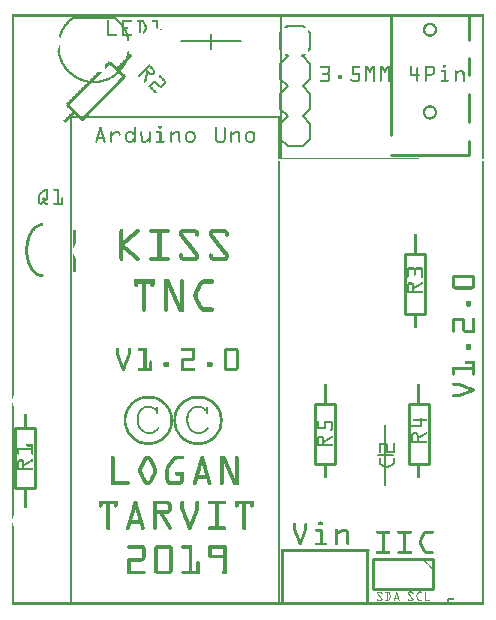
<source format=gto>
G04 MADE WITH FRITZING*
G04 WWW.FRITZING.ORG*
G04 DOUBLE SIDED*
G04 HOLES PLATED*
G04 CONTOUR ON CENTER OF CONTOUR VECTOR*
%ASAXBY*%
%FSLAX23Y23*%
%MOIN*%
%OFA0B0*%
%SFA1.0B1.0*%
%ADD10C,0.008000*%
%ADD11C,0.010000*%
%ADD12C,0.005000*%
%ADD13C,0.007874*%
%ADD14R,0.001000X0.001000*%
%LNSILK1*%
G90*
G70*
G54D10*
X994Y1605D02*
X994Y1555D01*
D02*
X994Y1555D02*
X969Y1530D01*
D02*
X919Y1530D02*
X894Y1555D01*
D02*
X969Y1730D02*
X994Y1705D01*
D02*
X994Y1705D02*
X994Y1655D01*
D02*
X994Y1655D02*
X969Y1630D01*
D02*
X919Y1630D02*
X894Y1655D01*
D02*
X894Y1655D02*
X894Y1705D01*
D02*
X894Y1705D02*
X919Y1730D01*
D02*
X994Y1605D02*
X969Y1630D01*
D02*
X919Y1630D02*
X894Y1605D01*
D02*
X894Y1555D02*
X894Y1605D01*
D02*
X994Y1905D02*
X994Y1855D01*
D02*
X969Y1830D02*
X994Y1805D01*
D02*
X994Y1805D02*
X994Y1755D01*
D02*
X994Y1755D02*
X969Y1730D01*
D02*
X919Y1730D02*
X894Y1755D01*
D02*
X894Y1755D02*
X894Y1805D01*
D02*
X894Y1805D02*
X919Y1830D01*
D02*
X969Y1930D02*
X919Y1930D01*
D02*
X894Y1855D02*
X894Y1905D01*
D02*
X969Y1530D02*
X919Y1530D01*
G54D11*
D02*
X1265Y1960D02*
X1265Y1566D01*
D02*
X1524Y1499D02*
X1265Y1499D01*
D02*
X1524Y1499D02*
X1524Y1547D01*
D02*
X1524Y1704D02*
X1524Y1610D01*
D02*
X1524Y1822D02*
X1524Y1767D01*
D02*
X1524Y1960D02*
X1524Y1885D01*
G54D10*
D02*
X664Y1905D02*
X664Y1880D01*
D02*
X664Y1880D02*
X664Y1855D01*
D02*
X664Y1880D02*
X564Y1880D01*
D02*
X664Y1880D02*
X764Y1880D01*
D02*
X1219Y500D02*
X1244Y500D01*
D02*
X1244Y500D02*
X1269Y500D01*
D02*
X1244Y500D02*
X1244Y400D01*
D02*
X1244Y500D02*
X1244Y600D01*
G54D11*
D02*
X1188Y184D02*
X902Y184D01*
G54D12*
D02*
X902Y8D02*
X1188Y8D01*
G54D11*
D02*
X1077Y670D02*
X1077Y470D01*
D02*
X1077Y470D02*
X1011Y470D01*
D02*
X1011Y470D02*
X1011Y670D01*
D02*
X1011Y670D02*
X1077Y670D01*
D02*
X11Y389D02*
X11Y589D01*
D02*
X11Y589D02*
X77Y589D01*
D02*
X77Y589D02*
X77Y389D01*
D02*
X77Y389D02*
X11Y389D01*
D02*
X1389Y670D02*
X1389Y470D01*
D02*
X1389Y470D02*
X1323Y470D01*
D02*
X1323Y470D02*
X1323Y670D01*
D02*
X1323Y670D02*
X1389Y670D01*
D02*
X1377Y1170D02*
X1377Y970D01*
D02*
X1377Y970D02*
X1311Y970D01*
D02*
X1311Y970D02*
X1311Y1170D01*
D02*
X1311Y1170D02*
X1377Y1170D01*
D02*
X373Y1762D02*
X232Y1620D01*
D02*
X232Y1620D02*
X185Y1667D01*
D02*
X327Y1808D02*
X373Y1762D01*
D02*
X1405Y153D02*
X1205Y153D01*
D02*
X1205Y153D02*
X1205Y53D01*
D02*
X1205Y53D02*
X1405Y53D01*
D02*
X1405Y53D02*
X1405Y153D01*
G54D13*
X344Y1956D02*
X202Y1956D01*
D02*
G54D14*
X0Y1969D02*
X1573Y1969D01*
X0Y1968D02*
X1573Y1968D01*
X0Y1967D02*
X1573Y1967D01*
X0Y1966D02*
X1573Y1966D01*
X0Y1965D02*
X1573Y1965D01*
X0Y1964D02*
X1573Y1964D01*
X0Y1963D02*
X1573Y1963D01*
X0Y1962D02*
X1573Y1962D01*
X0Y1961D02*
X7Y1961D01*
X894Y1961D02*
X901Y1961D01*
X1566Y1961D02*
X1573Y1961D01*
X0Y1960D02*
X7Y1960D01*
X201Y1960D02*
X203Y1960D01*
X894Y1960D02*
X901Y1960D01*
X1566Y1960D02*
X1573Y1960D01*
X0Y1959D02*
X7Y1959D01*
X199Y1959D02*
X204Y1959D01*
X342Y1959D02*
X346Y1959D01*
X894Y1959D02*
X901Y1959D01*
X1566Y1959D02*
X1573Y1959D01*
X0Y1958D02*
X7Y1958D01*
X198Y1958D02*
X205Y1958D01*
X341Y1958D02*
X347Y1958D01*
X894Y1958D02*
X901Y1958D01*
X1566Y1958D02*
X1573Y1958D01*
X0Y1957D02*
X7Y1957D01*
X197Y1957D02*
X205Y1957D01*
X340Y1957D02*
X348Y1957D01*
X894Y1957D02*
X901Y1957D01*
X1566Y1957D02*
X1573Y1957D01*
X0Y1956D02*
X7Y1956D01*
X196Y1956D02*
X205Y1956D01*
X340Y1956D02*
X350Y1956D01*
X894Y1956D02*
X901Y1956D01*
X1566Y1956D02*
X1573Y1956D01*
X0Y1955D02*
X7Y1955D01*
X194Y1955D02*
X205Y1955D01*
X340Y1955D02*
X351Y1955D01*
X894Y1955D02*
X901Y1955D01*
X1566Y1955D02*
X1573Y1955D01*
X0Y1954D02*
X7Y1954D01*
X193Y1954D02*
X204Y1954D01*
X341Y1954D02*
X352Y1954D01*
X894Y1954D02*
X901Y1954D01*
X1566Y1954D02*
X1573Y1954D01*
X0Y1953D02*
X7Y1953D01*
X192Y1953D02*
X203Y1953D01*
X342Y1953D02*
X353Y1953D01*
X894Y1953D02*
X901Y1953D01*
X1566Y1953D02*
X1573Y1953D01*
X0Y1952D02*
X7Y1952D01*
X191Y1952D02*
X202Y1952D01*
X343Y1952D02*
X354Y1952D01*
X894Y1952D02*
X901Y1952D01*
X1566Y1952D02*
X1573Y1952D01*
X0Y1951D02*
X7Y1951D01*
X190Y1951D02*
X201Y1951D01*
X318Y1951D02*
X320Y1951D01*
X344Y1951D02*
X355Y1951D01*
X366Y1951D02*
X398Y1951D01*
X418Y1951D02*
X435Y1951D01*
X468Y1951D02*
X486Y1951D01*
X894Y1951D02*
X901Y1951D01*
X1566Y1951D02*
X1573Y1951D01*
X0Y1950D02*
X7Y1950D01*
X189Y1950D02*
X200Y1950D01*
X317Y1950D02*
X321Y1950D01*
X345Y1950D02*
X356Y1950D01*
X366Y1950D02*
X399Y1950D01*
X417Y1950D02*
X437Y1950D01*
X467Y1950D02*
X486Y1950D01*
X894Y1950D02*
X901Y1950D01*
X1566Y1950D02*
X1573Y1950D01*
X0Y1949D02*
X7Y1949D01*
X188Y1949D02*
X198Y1949D01*
X316Y1949D02*
X322Y1949D01*
X347Y1949D02*
X357Y1949D01*
X366Y1949D02*
X399Y1949D01*
X416Y1949D02*
X438Y1949D01*
X466Y1949D02*
X486Y1949D01*
X894Y1949D02*
X901Y1949D01*
X1566Y1949D02*
X1573Y1949D01*
X0Y1948D02*
X7Y1948D01*
X187Y1948D02*
X197Y1948D01*
X316Y1948D02*
X322Y1948D01*
X348Y1948D02*
X358Y1948D01*
X366Y1948D02*
X400Y1948D01*
X416Y1948D02*
X439Y1948D01*
X466Y1948D02*
X486Y1948D01*
X894Y1948D02*
X901Y1948D01*
X1566Y1948D02*
X1573Y1948D01*
X0Y1947D02*
X7Y1947D01*
X186Y1947D02*
X196Y1947D01*
X316Y1947D02*
X322Y1947D01*
X349Y1947D02*
X359Y1947D01*
X366Y1947D02*
X399Y1947D01*
X416Y1947D02*
X440Y1947D01*
X466Y1947D02*
X486Y1947D01*
X894Y1947D02*
X901Y1947D01*
X1566Y1947D02*
X1573Y1947D01*
X0Y1946D02*
X7Y1946D01*
X185Y1946D02*
X195Y1946D01*
X316Y1946D02*
X322Y1946D01*
X350Y1946D02*
X360Y1946D01*
X366Y1946D02*
X399Y1946D01*
X417Y1946D02*
X441Y1946D01*
X467Y1946D02*
X486Y1946D01*
X894Y1946D02*
X901Y1946D01*
X1566Y1946D02*
X1573Y1946D01*
X0Y1945D02*
X7Y1945D01*
X184Y1945D02*
X194Y1945D01*
X316Y1945D02*
X322Y1945D01*
X351Y1945D02*
X361Y1945D01*
X366Y1945D02*
X398Y1945D01*
X418Y1945D02*
X441Y1945D01*
X468Y1945D02*
X486Y1945D01*
X894Y1945D02*
X901Y1945D01*
X1566Y1945D02*
X1573Y1945D01*
X0Y1944D02*
X7Y1944D01*
X183Y1944D02*
X193Y1944D01*
X316Y1944D02*
X322Y1944D01*
X352Y1944D02*
X362Y1944D01*
X366Y1944D02*
X372Y1944D01*
X423Y1944D02*
X429Y1944D01*
X434Y1944D02*
X442Y1944D01*
X480Y1944D02*
X486Y1944D01*
X894Y1944D02*
X901Y1944D01*
X1566Y1944D02*
X1573Y1944D01*
X0Y1943D02*
X7Y1943D01*
X182Y1943D02*
X192Y1943D01*
X316Y1943D02*
X322Y1943D01*
X353Y1943D02*
X363Y1943D01*
X366Y1943D02*
X372Y1943D01*
X423Y1943D02*
X429Y1943D01*
X435Y1943D02*
X442Y1943D01*
X480Y1943D02*
X486Y1943D01*
X894Y1943D02*
X901Y1943D01*
X1566Y1943D02*
X1573Y1943D01*
X0Y1942D02*
X7Y1942D01*
X181Y1942D02*
X191Y1942D01*
X316Y1942D02*
X322Y1942D01*
X354Y1942D02*
X364Y1942D01*
X366Y1942D02*
X372Y1942D01*
X423Y1942D02*
X429Y1942D01*
X436Y1942D02*
X443Y1942D01*
X480Y1942D02*
X486Y1942D01*
X894Y1942D02*
X901Y1942D01*
X1566Y1942D02*
X1573Y1942D01*
X0Y1941D02*
X7Y1941D01*
X180Y1941D02*
X190Y1941D01*
X316Y1941D02*
X322Y1941D01*
X355Y1941D02*
X372Y1941D01*
X423Y1941D02*
X429Y1941D01*
X436Y1941D02*
X443Y1941D01*
X480Y1941D02*
X486Y1941D01*
X894Y1941D02*
X901Y1941D01*
X1391Y1941D02*
X1396Y1941D01*
X1566Y1941D02*
X1573Y1941D01*
X0Y1940D02*
X7Y1940D01*
X179Y1940D02*
X189Y1940D01*
X316Y1940D02*
X322Y1940D01*
X356Y1940D02*
X372Y1940D01*
X423Y1940D02*
X429Y1940D01*
X437Y1940D02*
X444Y1940D01*
X480Y1940D02*
X486Y1940D01*
X894Y1940D02*
X901Y1940D01*
X1387Y1940D02*
X1400Y1940D01*
X1566Y1940D02*
X1573Y1940D01*
X0Y1939D02*
X7Y1939D01*
X179Y1939D02*
X188Y1939D01*
X316Y1939D02*
X322Y1939D01*
X357Y1939D02*
X372Y1939D01*
X423Y1939D02*
X429Y1939D01*
X437Y1939D02*
X444Y1939D01*
X480Y1939D02*
X486Y1939D01*
X894Y1939D02*
X901Y1939D01*
X1384Y1939D02*
X1402Y1939D01*
X1566Y1939D02*
X1573Y1939D01*
X0Y1938D02*
X7Y1938D01*
X178Y1938D02*
X187Y1938D01*
X316Y1938D02*
X322Y1938D01*
X358Y1938D02*
X372Y1938D01*
X423Y1938D02*
X429Y1938D01*
X438Y1938D02*
X445Y1938D01*
X480Y1938D02*
X486Y1938D01*
X894Y1938D02*
X901Y1938D01*
X1382Y1938D02*
X1404Y1938D01*
X1566Y1938D02*
X1573Y1938D01*
X0Y1937D02*
X7Y1937D01*
X177Y1937D02*
X186Y1937D01*
X316Y1937D02*
X322Y1937D01*
X359Y1937D02*
X372Y1937D01*
X423Y1937D02*
X429Y1937D01*
X438Y1937D02*
X445Y1937D01*
X480Y1937D02*
X486Y1937D01*
X894Y1937D02*
X901Y1937D01*
X1380Y1937D02*
X1406Y1937D01*
X1566Y1937D02*
X1573Y1937D01*
X0Y1936D02*
X7Y1936D01*
X176Y1936D02*
X185Y1936D01*
X316Y1936D02*
X322Y1936D01*
X360Y1936D02*
X372Y1936D01*
X423Y1936D02*
X429Y1936D01*
X439Y1936D02*
X446Y1936D01*
X480Y1936D02*
X486Y1936D01*
X894Y1936D02*
X901Y1936D01*
X1379Y1936D02*
X1407Y1936D01*
X1566Y1936D02*
X1573Y1936D01*
X0Y1935D02*
X7Y1935D01*
X175Y1935D02*
X185Y1935D01*
X316Y1935D02*
X322Y1935D01*
X361Y1935D02*
X372Y1935D01*
X423Y1935D02*
X429Y1935D01*
X439Y1935D02*
X446Y1935D01*
X480Y1935D02*
X486Y1935D01*
X894Y1935D02*
X901Y1935D01*
X1378Y1935D02*
X1409Y1935D01*
X1566Y1935D02*
X1573Y1935D01*
X0Y1934D02*
X7Y1934D01*
X175Y1934D02*
X184Y1934D01*
X316Y1934D02*
X322Y1934D01*
X361Y1934D02*
X372Y1934D01*
X423Y1934D02*
X429Y1934D01*
X440Y1934D02*
X447Y1934D01*
X480Y1934D02*
X486Y1934D01*
X894Y1934D02*
X901Y1934D01*
X917Y1934D02*
X920Y1934D01*
X967Y1934D02*
X970Y1934D01*
X1377Y1934D02*
X1410Y1934D01*
X1566Y1934D02*
X1573Y1934D01*
X0Y1933D02*
X7Y1933D01*
X174Y1933D02*
X183Y1933D01*
X316Y1933D02*
X322Y1933D01*
X362Y1933D02*
X372Y1933D01*
X423Y1933D02*
X429Y1933D01*
X440Y1933D02*
X447Y1933D01*
X480Y1933D02*
X486Y1933D01*
X894Y1933D02*
X901Y1933D01*
X916Y1933D02*
X921Y1933D01*
X966Y1933D02*
X971Y1933D01*
X1376Y1933D02*
X1390Y1933D01*
X1397Y1933D02*
X1411Y1933D01*
X1566Y1933D02*
X1573Y1933D01*
X0Y1932D02*
X7Y1932D01*
X173Y1932D02*
X182Y1932D01*
X316Y1932D02*
X322Y1932D01*
X363Y1932D02*
X372Y1932D01*
X423Y1932D02*
X429Y1932D01*
X441Y1932D02*
X448Y1932D01*
X480Y1932D02*
X486Y1932D01*
X894Y1932D02*
X901Y1932D01*
X915Y1932D02*
X922Y1932D01*
X965Y1932D02*
X972Y1932D01*
X1375Y1932D02*
X1387Y1932D01*
X1400Y1932D02*
X1411Y1932D01*
X1566Y1932D02*
X1573Y1932D01*
X0Y1931D02*
X7Y1931D01*
X173Y1931D02*
X181Y1931D01*
X316Y1931D02*
X322Y1931D01*
X364Y1931D02*
X372Y1931D01*
X423Y1931D02*
X429Y1931D01*
X441Y1931D02*
X448Y1931D01*
X480Y1931D02*
X486Y1931D01*
X894Y1931D02*
X901Y1931D01*
X914Y1931D02*
X922Y1931D01*
X965Y1931D02*
X973Y1931D01*
X1374Y1931D02*
X1385Y1931D01*
X1402Y1931D02*
X1412Y1931D01*
X1566Y1931D02*
X1573Y1931D01*
X0Y1930D02*
X7Y1930D01*
X172Y1930D02*
X181Y1930D01*
X316Y1930D02*
X322Y1930D01*
X365Y1930D02*
X373Y1930D01*
X423Y1930D02*
X429Y1930D01*
X442Y1930D02*
X448Y1930D01*
X480Y1930D02*
X486Y1930D01*
X894Y1930D02*
X901Y1930D01*
X913Y1930D02*
X922Y1930D01*
X965Y1930D02*
X974Y1930D01*
X1374Y1930D02*
X1383Y1930D01*
X1403Y1930D02*
X1413Y1930D01*
X1566Y1930D02*
X1573Y1930D01*
X0Y1929D02*
X7Y1929D01*
X171Y1929D02*
X180Y1929D01*
X316Y1929D02*
X322Y1929D01*
X365Y1929D02*
X374Y1929D01*
X423Y1929D02*
X429Y1929D01*
X442Y1929D02*
X449Y1929D01*
X480Y1929D02*
X486Y1929D01*
X894Y1929D02*
X901Y1929D01*
X912Y1929D02*
X922Y1929D01*
X965Y1929D02*
X975Y1929D01*
X1373Y1929D02*
X1382Y1929D01*
X1404Y1929D02*
X1413Y1929D01*
X1566Y1929D02*
X1573Y1929D01*
X0Y1928D02*
X7Y1928D01*
X171Y1928D02*
X179Y1928D01*
X316Y1928D02*
X322Y1928D01*
X366Y1928D02*
X382Y1928D01*
X423Y1928D02*
X429Y1928D01*
X443Y1928D02*
X449Y1928D01*
X480Y1928D02*
X486Y1928D01*
X894Y1928D02*
X901Y1928D01*
X911Y1928D02*
X921Y1928D01*
X966Y1928D02*
X976Y1928D01*
X1373Y1928D02*
X1381Y1928D01*
X1405Y1928D02*
X1414Y1928D01*
X1566Y1928D02*
X1573Y1928D01*
X0Y1927D02*
X7Y1927D01*
X170Y1927D02*
X178Y1927D01*
X316Y1927D02*
X322Y1927D01*
X366Y1927D02*
X385Y1927D01*
X423Y1927D02*
X429Y1927D01*
X443Y1927D02*
X449Y1927D01*
X480Y1927D02*
X486Y1927D01*
X894Y1927D02*
X901Y1927D01*
X910Y1927D02*
X920Y1927D01*
X967Y1927D02*
X977Y1927D01*
X1372Y1927D02*
X1380Y1927D01*
X1406Y1927D02*
X1414Y1927D01*
X1566Y1927D02*
X1573Y1927D01*
X0Y1926D02*
X7Y1926D01*
X169Y1926D02*
X178Y1926D01*
X316Y1926D02*
X322Y1926D01*
X366Y1926D02*
X385Y1926D01*
X423Y1926D02*
X429Y1926D01*
X443Y1926D02*
X449Y1926D01*
X480Y1926D02*
X486Y1926D01*
X894Y1926D02*
X901Y1926D01*
X909Y1926D02*
X919Y1926D01*
X968Y1926D02*
X978Y1926D01*
X1372Y1926D02*
X1380Y1926D01*
X1407Y1926D02*
X1415Y1926D01*
X1566Y1926D02*
X1573Y1926D01*
X0Y1925D02*
X7Y1925D01*
X169Y1925D02*
X177Y1925D01*
X316Y1925D02*
X322Y1925D01*
X366Y1925D02*
X386Y1925D01*
X423Y1925D02*
X429Y1925D01*
X443Y1925D02*
X450Y1925D01*
X480Y1925D02*
X486Y1925D01*
X894Y1925D02*
X901Y1925D01*
X908Y1925D02*
X918Y1925D01*
X969Y1925D02*
X979Y1925D01*
X1371Y1925D02*
X1379Y1925D01*
X1407Y1925D02*
X1415Y1925D01*
X1566Y1925D02*
X1573Y1925D01*
X0Y1924D02*
X7Y1924D01*
X168Y1924D02*
X176Y1924D01*
X316Y1924D02*
X322Y1924D01*
X366Y1924D02*
X386Y1924D01*
X423Y1924D02*
X429Y1924D01*
X443Y1924D02*
X450Y1924D01*
X480Y1924D02*
X486Y1924D01*
X894Y1924D02*
X901Y1924D01*
X907Y1924D02*
X917Y1924D01*
X970Y1924D02*
X980Y1924D01*
X1371Y1924D02*
X1378Y1924D01*
X1408Y1924D02*
X1415Y1924D01*
X1566Y1924D02*
X1573Y1924D01*
X0Y1923D02*
X7Y1923D01*
X168Y1923D02*
X176Y1923D01*
X316Y1923D02*
X322Y1923D01*
X366Y1923D02*
X385Y1923D01*
X423Y1923D02*
X429Y1923D01*
X443Y1923D02*
X449Y1923D01*
X480Y1923D02*
X486Y1923D01*
X894Y1923D02*
X901Y1923D01*
X906Y1923D02*
X916Y1923D01*
X971Y1923D02*
X981Y1923D01*
X1371Y1923D02*
X1378Y1923D01*
X1408Y1923D02*
X1416Y1923D01*
X1566Y1923D02*
X1573Y1923D01*
X0Y1922D02*
X7Y1922D01*
X167Y1922D02*
X175Y1922D01*
X316Y1922D02*
X322Y1922D01*
X366Y1922D02*
X385Y1922D01*
X423Y1922D02*
X429Y1922D01*
X443Y1922D02*
X449Y1922D01*
X484Y1922D02*
X486Y1922D01*
X496Y1922D02*
X497Y1922D01*
X894Y1922D02*
X901Y1922D01*
X1371Y1922D02*
X1378Y1922D01*
X1409Y1922D02*
X1416Y1922D01*
X1566Y1922D02*
X1573Y1922D01*
X0Y1921D02*
X7Y1921D01*
X166Y1921D02*
X174Y1921D01*
X316Y1921D02*
X322Y1921D01*
X366Y1921D02*
X379Y1921D01*
X423Y1921D02*
X429Y1921D01*
X443Y1921D02*
X449Y1921D01*
X494Y1921D02*
X498Y1921D01*
X894Y1921D02*
X901Y1921D01*
X1370Y1921D02*
X1377Y1921D01*
X1409Y1921D02*
X1416Y1921D01*
X1566Y1921D02*
X1573Y1921D01*
X0Y1920D02*
X7Y1920D01*
X166Y1920D02*
X174Y1920D01*
X316Y1920D02*
X322Y1920D01*
X366Y1920D02*
X379Y1920D01*
X423Y1920D02*
X429Y1920D01*
X442Y1920D02*
X449Y1920D01*
X494Y1920D02*
X499Y1920D01*
X894Y1920D02*
X901Y1920D01*
X1370Y1920D02*
X1377Y1920D01*
X1409Y1920D02*
X1416Y1920D01*
X1566Y1920D02*
X1573Y1920D01*
X0Y1919D02*
X7Y1919D01*
X165Y1919D02*
X173Y1919D01*
X316Y1919D02*
X322Y1919D01*
X366Y1919D02*
X380Y1919D01*
X423Y1919D02*
X429Y1919D01*
X442Y1919D02*
X448Y1919D01*
X494Y1919D02*
X499Y1919D01*
X894Y1919D02*
X901Y1919D01*
X1370Y1919D02*
X1377Y1919D01*
X1409Y1919D02*
X1416Y1919D01*
X1566Y1919D02*
X1573Y1919D01*
X0Y1918D02*
X7Y1918D01*
X165Y1918D02*
X173Y1918D01*
X316Y1918D02*
X322Y1918D01*
X366Y1918D02*
X380Y1918D01*
X423Y1918D02*
X429Y1918D01*
X441Y1918D02*
X448Y1918D01*
X494Y1918D02*
X500Y1918D01*
X894Y1918D02*
X901Y1918D01*
X986Y1918D02*
X986Y1918D01*
X1370Y1918D02*
X1377Y1918D01*
X1409Y1918D02*
X1416Y1918D01*
X1566Y1918D02*
X1573Y1918D01*
X0Y1917D02*
X7Y1917D01*
X164Y1917D02*
X172Y1917D01*
X316Y1917D02*
X322Y1917D01*
X366Y1917D02*
X381Y1917D01*
X423Y1917D02*
X429Y1917D01*
X441Y1917D02*
X448Y1917D01*
X496Y1917D02*
X500Y1917D01*
X894Y1917D02*
X901Y1917D01*
X986Y1917D02*
X987Y1917D01*
X1370Y1917D02*
X1377Y1917D01*
X1409Y1917D02*
X1416Y1917D01*
X1566Y1917D02*
X1573Y1917D01*
X0Y1916D02*
X7Y1916D01*
X164Y1916D02*
X172Y1916D01*
X316Y1916D02*
X322Y1916D01*
X366Y1916D02*
X372Y1916D01*
X374Y1916D02*
X381Y1916D01*
X423Y1916D02*
X429Y1916D01*
X440Y1916D02*
X447Y1916D01*
X498Y1916D02*
X500Y1916D01*
X894Y1916D02*
X901Y1916D01*
X986Y1916D02*
X988Y1916D01*
X1370Y1916D02*
X1377Y1916D01*
X1409Y1916D02*
X1416Y1916D01*
X1566Y1916D02*
X1573Y1916D01*
X0Y1915D02*
X7Y1915D01*
X163Y1915D02*
X171Y1915D01*
X316Y1915D02*
X322Y1915D01*
X366Y1915D02*
X372Y1915D01*
X374Y1915D02*
X382Y1915D01*
X423Y1915D02*
X429Y1915D01*
X440Y1915D02*
X447Y1915D01*
X499Y1915D02*
X500Y1915D01*
X894Y1915D02*
X901Y1915D01*
X986Y1915D02*
X989Y1915D01*
X1370Y1915D02*
X1377Y1915D01*
X1409Y1915D02*
X1416Y1915D01*
X1566Y1915D02*
X1573Y1915D01*
X0Y1914D02*
X7Y1914D01*
X163Y1914D02*
X171Y1914D01*
X316Y1914D02*
X322Y1914D01*
X366Y1914D02*
X372Y1914D01*
X375Y1914D02*
X382Y1914D01*
X423Y1914D02*
X429Y1914D01*
X439Y1914D02*
X446Y1914D01*
X500Y1914D02*
X500Y1914D01*
X894Y1914D02*
X901Y1914D01*
X986Y1914D02*
X990Y1914D01*
X1370Y1914D02*
X1378Y1914D01*
X1409Y1914D02*
X1416Y1914D01*
X1566Y1914D02*
X1573Y1914D01*
X0Y1913D02*
X7Y1913D01*
X162Y1913D02*
X170Y1913D01*
X316Y1913D02*
X322Y1913D01*
X366Y1913D02*
X372Y1913D01*
X375Y1913D02*
X383Y1913D01*
X423Y1913D02*
X429Y1913D01*
X439Y1913D02*
X446Y1913D01*
X894Y1913D02*
X901Y1913D01*
X986Y1913D02*
X991Y1913D01*
X1371Y1913D02*
X1378Y1913D01*
X1409Y1913D02*
X1416Y1913D01*
X1566Y1913D02*
X1573Y1913D01*
X0Y1912D02*
X7Y1912D01*
X162Y1912D02*
X169Y1912D01*
X316Y1912D02*
X322Y1912D01*
X366Y1912D02*
X372Y1912D01*
X376Y1912D02*
X383Y1912D01*
X423Y1912D02*
X429Y1912D01*
X438Y1912D02*
X445Y1912D01*
X894Y1912D02*
X901Y1912D01*
X986Y1912D02*
X992Y1912D01*
X1371Y1912D02*
X1378Y1912D01*
X1408Y1912D02*
X1416Y1912D01*
X1566Y1912D02*
X1573Y1912D01*
X0Y1911D02*
X7Y1911D01*
X161Y1911D02*
X169Y1911D01*
X316Y1911D02*
X322Y1911D01*
X366Y1911D02*
X372Y1911D01*
X376Y1911D02*
X384Y1911D01*
X423Y1911D02*
X429Y1911D01*
X438Y1911D02*
X444Y1911D01*
X894Y1911D02*
X901Y1911D01*
X986Y1911D02*
X993Y1911D01*
X1371Y1911D02*
X1379Y1911D01*
X1408Y1911D02*
X1415Y1911D01*
X1566Y1911D02*
X1573Y1911D01*
X0Y1910D02*
X7Y1910D01*
X161Y1910D02*
X169Y1910D01*
X316Y1910D02*
X322Y1910D01*
X366Y1910D02*
X372Y1910D01*
X377Y1910D02*
X384Y1910D01*
X423Y1910D02*
X429Y1910D01*
X437Y1910D02*
X443Y1910D01*
X893Y1910D02*
X901Y1910D01*
X986Y1910D02*
X994Y1910D01*
X1372Y1910D02*
X1379Y1910D01*
X1407Y1910D02*
X1415Y1910D01*
X1566Y1910D02*
X1573Y1910D01*
X0Y1909D02*
X7Y1909D01*
X161Y1909D02*
X168Y1909D01*
X316Y1909D02*
X322Y1909D01*
X366Y1909D02*
X372Y1909D01*
X377Y1909D02*
X384Y1909D01*
X423Y1909D02*
X429Y1909D01*
X437Y1909D02*
X442Y1909D01*
X892Y1909D02*
X901Y1909D01*
X986Y1909D02*
X995Y1909D01*
X1372Y1909D02*
X1380Y1909D01*
X1407Y1909D02*
X1415Y1909D01*
X1566Y1909D02*
X1573Y1909D01*
X0Y1908D02*
X7Y1908D01*
X160Y1908D02*
X168Y1908D01*
X316Y1908D02*
X322Y1908D01*
X366Y1908D02*
X372Y1908D01*
X377Y1908D02*
X385Y1908D01*
X423Y1908D02*
X429Y1908D01*
X436Y1908D02*
X441Y1908D01*
X891Y1908D02*
X901Y1908D01*
X986Y1908D02*
X996Y1908D01*
X1372Y1908D02*
X1381Y1908D01*
X1406Y1908D02*
X1414Y1908D01*
X1566Y1908D02*
X1573Y1908D01*
X0Y1907D02*
X7Y1907D01*
X160Y1907D02*
X167Y1907D01*
X316Y1907D02*
X322Y1907D01*
X366Y1907D02*
X372Y1907D01*
X378Y1907D02*
X385Y1907D01*
X423Y1907D02*
X429Y1907D01*
X436Y1907D02*
X440Y1907D01*
X890Y1907D02*
X901Y1907D01*
X987Y1907D02*
X997Y1907D01*
X1373Y1907D02*
X1381Y1907D01*
X1405Y1907D02*
X1414Y1907D01*
X1566Y1907D02*
X1573Y1907D01*
X0Y1906D02*
X7Y1906D01*
X159Y1906D02*
X167Y1906D01*
X316Y1906D02*
X322Y1906D01*
X366Y1906D02*
X372Y1906D01*
X378Y1906D02*
X386Y1906D01*
X423Y1906D02*
X429Y1906D01*
X435Y1906D02*
X439Y1906D01*
X890Y1906D02*
X901Y1906D01*
X988Y1906D02*
X997Y1906D01*
X1373Y1906D02*
X1382Y1906D01*
X1404Y1906D02*
X1413Y1906D01*
X1566Y1906D02*
X1573Y1906D01*
X0Y1905D02*
X7Y1905D01*
X159Y1905D02*
X166Y1905D01*
X316Y1905D02*
X322Y1905D01*
X366Y1905D02*
X372Y1905D01*
X379Y1905D02*
X386Y1905D01*
X436Y1905D02*
X439Y1905D01*
X890Y1905D02*
X901Y1905D01*
X989Y1905D02*
X997Y1905D01*
X1374Y1905D02*
X1384Y1905D01*
X1403Y1905D02*
X1413Y1905D01*
X1566Y1905D02*
X1573Y1905D01*
X0Y1904D02*
X7Y1904D01*
X159Y1904D02*
X166Y1904D01*
X316Y1904D02*
X348Y1904D01*
X366Y1904D02*
X398Y1904D01*
X890Y1904D02*
X901Y1904D01*
X990Y1904D02*
X997Y1904D01*
X1375Y1904D02*
X1385Y1904D01*
X1401Y1904D02*
X1412Y1904D01*
X1566Y1904D02*
X1573Y1904D01*
X0Y1903D02*
X7Y1903D01*
X158Y1903D02*
X166Y1903D01*
X316Y1903D02*
X349Y1903D01*
X366Y1903D02*
X399Y1903D01*
X891Y1903D02*
X901Y1903D01*
X991Y1903D02*
X996Y1903D01*
X1375Y1903D02*
X1387Y1903D01*
X1399Y1903D02*
X1411Y1903D01*
X1566Y1903D02*
X1573Y1903D01*
X0Y1902D02*
X7Y1902D01*
X158Y1902D02*
X165Y1902D01*
X316Y1902D02*
X349Y1902D01*
X366Y1902D02*
X399Y1902D01*
X892Y1902D02*
X901Y1902D01*
X992Y1902D02*
X994Y1902D01*
X1376Y1902D02*
X1410Y1902D01*
X1566Y1902D02*
X1573Y1902D01*
X0Y1901D02*
X7Y1901D01*
X158Y1901D02*
X165Y1901D01*
X316Y1901D02*
X350Y1901D01*
X366Y1901D02*
X400Y1901D01*
X894Y1901D02*
X901Y1901D01*
X1377Y1901D02*
X1409Y1901D01*
X1566Y1901D02*
X1573Y1901D01*
X0Y1900D02*
X7Y1900D01*
X157Y1900D02*
X164Y1900D01*
X316Y1900D02*
X349Y1900D01*
X366Y1900D02*
X399Y1900D01*
X894Y1900D02*
X901Y1900D01*
X1378Y1900D02*
X1408Y1900D01*
X1566Y1900D02*
X1573Y1900D01*
X0Y1899D02*
X7Y1899D01*
X157Y1899D02*
X164Y1899D01*
X316Y1899D02*
X349Y1899D01*
X366Y1899D02*
X399Y1899D01*
X894Y1899D02*
X901Y1899D01*
X1379Y1899D02*
X1407Y1899D01*
X1566Y1899D02*
X1573Y1899D01*
X0Y1898D02*
X7Y1898D01*
X157Y1898D02*
X164Y1898D01*
X316Y1898D02*
X348Y1898D01*
X366Y1898D02*
X398Y1898D01*
X894Y1898D02*
X901Y1898D01*
X1381Y1898D02*
X1406Y1898D01*
X1566Y1898D02*
X1573Y1898D01*
X0Y1897D02*
X7Y1897D01*
X157Y1897D02*
X163Y1897D01*
X382Y1897D02*
X389Y1897D01*
X894Y1897D02*
X901Y1897D01*
X1383Y1897D02*
X1404Y1897D01*
X1566Y1897D02*
X1573Y1897D01*
X0Y1896D02*
X7Y1896D01*
X158Y1896D02*
X163Y1896D01*
X382Y1896D02*
X389Y1896D01*
X894Y1896D02*
X901Y1896D01*
X1385Y1896D02*
X1402Y1896D01*
X1566Y1896D02*
X1573Y1896D01*
X0Y1895D02*
X7Y1895D01*
X158Y1895D02*
X163Y1895D01*
X382Y1895D02*
X389Y1895D01*
X894Y1895D02*
X901Y1895D01*
X1388Y1895D02*
X1399Y1895D01*
X1566Y1895D02*
X1573Y1895D01*
X0Y1894D02*
X7Y1894D01*
X158Y1894D02*
X162Y1894D01*
X383Y1894D02*
X390Y1894D01*
X894Y1894D02*
X901Y1894D01*
X1566Y1894D02*
X1573Y1894D01*
X0Y1893D02*
X7Y1893D01*
X158Y1893D02*
X162Y1893D01*
X383Y1893D02*
X390Y1893D01*
X894Y1893D02*
X901Y1893D01*
X1566Y1893D02*
X1573Y1893D01*
X0Y1892D02*
X7Y1892D01*
X159Y1892D02*
X162Y1892D01*
X383Y1892D02*
X390Y1892D01*
X894Y1892D02*
X901Y1892D01*
X1566Y1892D02*
X1573Y1892D01*
X0Y1891D02*
X7Y1891D01*
X159Y1891D02*
X162Y1891D01*
X383Y1891D02*
X390Y1891D01*
X894Y1891D02*
X901Y1891D01*
X1566Y1891D02*
X1573Y1891D01*
X0Y1890D02*
X7Y1890D01*
X159Y1890D02*
X161Y1890D01*
X384Y1890D02*
X391Y1890D01*
X894Y1890D02*
X901Y1890D01*
X1566Y1890D02*
X1573Y1890D01*
X0Y1889D02*
X7Y1889D01*
X159Y1889D02*
X161Y1889D01*
X384Y1889D02*
X391Y1889D01*
X894Y1889D02*
X901Y1889D01*
X1566Y1889D02*
X1573Y1889D01*
X0Y1888D02*
X7Y1888D01*
X159Y1888D02*
X161Y1888D01*
X384Y1888D02*
X391Y1888D01*
X894Y1888D02*
X901Y1888D01*
X1566Y1888D02*
X1573Y1888D01*
X0Y1887D02*
X7Y1887D01*
X159Y1887D02*
X161Y1887D01*
X384Y1887D02*
X391Y1887D01*
X894Y1887D02*
X901Y1887D01*
X1566Y1887D02*
X1573Y1887D01*
X0Y1886D02*
X7Y1886D01*
X160Y1886D02*
X160Y1886D01*
X385Y1886D02*
X390Y1886D01*
X894Y1886D02*
X901Y1886D01*
X1566Y1886D02*
X1573Y1886D01*
X0Y1885D02*
X7Y1885D01*
X160Y1885D02*
X160Y1885D01*
X385Y1885D02*
X390Y1885D01*
X894Y1885D02*
X901Y1885D01*
X1566Y1885D02*
X1573Y1885D01*
X0Y1884D02*
X7Y1884D01*
X160Y1884D02*
X160Y1884D01*
X385Y1884D02*
X389Y1884D01*
X894Y1884D02*
X901Y1884D01*
X1566Y1884D02*
X1573Y1884D01*
X0Y1883D02*
X7Y1883D01*
X160Y1883D02*
X160Y1883D01*
X385Y1883D02*
X388Y1883D01*
X894Y1883D02*
X901Y1883D01*
X1566Y1883D02*
X1573Y1883D01*
X0Y1882D02*
X7Y1882D01*
X160Y1882D02*
X160Y1882D01*
X385Y1882D02*
X388Y1882D01*
X894Y1882D02*
X901Y1882D01*
X1566Y1882D02*
X1573Y1882D01*
X0Y1881D02*
X7Y1881D01*
X385Y1881D02*
X387Y1881D01*
X894Y1881D02*
X901Y1881D01*
X1566Y1881D02*
X1573Y1881D01*
X0Y1880D02*
X7Y1880D01*
X386Y1880D02*
X387Y1880D01*
X894Y1880D02*
X901Y1880D01*
X1566Y1880D02*
X1573Y1880D01*
X0Y1879D02*
X7Y1879D01*
X386Y1879D02*
X387Y1879D01*
X894Y1879D02*
X901Y1879D01*
X1566Y1879D02*
X1573Y1879D01*
X0Y1878D02*
X7Y1878D01*
X386Y1878D02*
X386Y1878D01*
X894Y1878D02*
X901Y1878D01*
X1566Y1878D02*
X1573Y1878D01*
X0Y1877D02*
X7Y1877D01*
X386Y1877D02*
X386Y1877D01*
X894Y1877D02*
X901Y1877D01*
X1566Y1877D02*
X1573Y1877D01*
X0Y1876D02*
X7Y1876D01*
X386Y1876D02*
X386Y1876D01*
X894Y1876D02*
X901Y1876D01*
X1566Y1876D02*
X1573Y1876D01*
X0Y1875D02*
X7Y1875D01*
X894Y1875D02*
X901Y1875D01*
X1566Y1875D02*
X1573Y1875D01*
X0Y1874D02*
X7Y1874D01*
X894Y1874D02*
X901Y1874D01*
X1566Y1874D02*
X1573Y1874D01*
X0Y1873D02*
X7Y1873D01*
X894Y1873D02*
X901Y1873D01*
X1566Y1873D02*
X1573Y1873D01*
X0Y1872D02*
X7Y1872D01*
X894Y1872D02*
X901Y1872D01*
X1566Y1872D02*
X1573Y1872D01*
X0Y1871D02*
X7Y1871D01*
X894Y1871D02*
X901Y1871D01*
X1566Y1871D02*
X1573Y1871D01*
X0Y1870D02*
X7Y1870D01*
X894Y1870D02*
X901Y1870D01*
X1566Y1870D02*
X1573Y1870D01*
X0Y1869D02*
X7Y1869D01*
X894Y1869D02*
X901Y1869D01*
X1566Y1869D02*
X1573Y1869D01*
X0Y1868D02*
X7Y1868D01*
X894Y1868D02*
X901Y1868D01*
X1566Y1868D02*
X1573Y1868D01*
X0Y1867D02*
X7Y1867D01*
X894Y1867D02*
X901Y1867D01*
X1566Y1867D02*
X1573Y1867D01*
X0Y1866D02*
X7Y1866D01*
X894Y1866D02*
X901Y1866D01*
X1566Y1866D02*
X1573Y1866D01*
X0Y1865D02*
X7Y1865D01*
X158Y1865D02*
X158Y1865D01*
X894Y1865D02*
X901Y1865D01*
X1566Y1865D02*
X1573Y1865D01*
X0Y1864D02*
X7Y1864D01*
X158Y1864D02*
X158Y1864D01*
X894Y1864D02*
X901Y1864D01*
X1566Y1864D02*
X1573Y1864D01*
X0Y1863D02*
X7Y1863D01*
X158Y1863D02*
X158Y1863D01*
X894Y1863D02*
X901Y1863D01*
X1566Y1863D02*
X1573Y1863D01*
X0Y1862D02*
X7Y1862D01*
X158Y1862D02*
X158Y1862D01*
X894Y1862D02*
X901Y1862D01*
X1566Y1862D02*
X1573Y1862D01*
X0Y1861D02*
X7Y1861D01*
X157Y1861D02*
X158Y1861D01*
X894Y1861D02*
X901Y1861D01*
X1566Y1861D02*
X1573Y1861D01*
X0Y1860D02*
X7Y1860D01*
X157Y1860D02*
X158Y1860D01*
X894Y1860D02*
X901Y1860D01*
X1566Y1860D02*
X1573Y1860D01*
X0Y1859D02*
X7Y1859D01*
X157Y1859D02*
X158Y1859D01*
X892Y1859D02*
X901Y1859D01*
X992Y1859D02*
X995Y1859D01*
X1566Y1859D02*
X1573Y1859D01*
X0Y1858D02*
X7Y1858D01*
X157Y1858D02*
X158Y1858D01*
X891Y1858D02*
X901Y1858D01*
X991Y1858D02*
X996Y1858D01*
X1566Y1858D02*
X1573Y1858D01*
X0Y1857D02*
X7Y1857D01*
X156Y1857D02*
X158Y1857D01*
X890Y1857D02*
X901Y1857D01*
X990Y1857D02*
X997Y1857D01*
X1566Y1857D02*
X1573Y1857D01*
X0Y1856D02*
X7Y1856D01*
X156Y1856D02*
X158Y1856D01*
X890Y1856D02*
X901Y1856D01*
X989Y1856D02*
X997Y1856D01*
X1566Y1856D02*
X1573Y1856D01*
X0Y1855D02*
X7Y1855D01*
X155Y1855D02*
X158Y1855D01*
X890Y1855D02*
X901Y1855D01*
X988Y1855D02*
X997Y1855D01*
X1566Y1855D02*
X1573Y1855D01*
X0Y1854D02*
X7Y1854D01*
X155Y1854D02*
X158Y1854D01*
X890Y1854D02*
X901Y1854D01*
X987Y1854D02*
X997Y1854D01*
X1566Y1854D02*
X1573Y1854D01*
X0Y1853D02*
X7Y1853D01*
X155Y1853D02*
X158Y1853D01*
X891Y1853D02*
X901Y1853D01*
X986Y1853D02*
X996Y1853D01*
X1566Y1853D02*
X1573Y1853D01*
X0Y1852D02*
X7Y1852D01*
X154Y1852D02*
X158Y1852D01*
X892Y1852D02*
X901Y1852D01*
X986Y1852D02*
X995Y1852D01*
X1566Y1852D02*
X1573Y1852D01*
X0Y1851D02*
X7Y1851D01*
X154Y1851D02*
X158Y1851D01*
X893Y1851D02*
X901Y1851D01*
X986Y1851D02*
X994Y1851D01*
X1566Y1851D02*
X1573Y1851D01*
X0Y1850D02*
X7Y1850D01*
X153Y1850D02*
X159Y1850D01*
X894Y1850D02*
X901Y1850D01*
X986Y1850D02*
X993Y1850D01*
X1566Y1850D02*
X1573Y1850D01*
X0Y1849D02*
X7Y1849D01*
X153Y1849D02*
X159Y1849D01*
X386Y1849D02*
X386Y1849D01*
X894Y1849D02*
X901Y1849D01*
X986Y1849D02*
X992Y1849D01*
X1566Y1849D02*
X1573Y1849D01*
X0Y1848D02*
X7Y1848D01*
X152Y1848D02*
X159Y1848D01*
X386Y1848D02*
X387Y1848D01*
X894Y1848D02*
X901Y1848D01*
X986Y1848D02*
X991Y1848D01*
X1566Y1848D02*
X1573Y1848D01*
X0Y1847D02*
X7Y1847D01*
X152Y1847D02*
X159Y1847D01*
X386Y1847D02*
X387Y1847D01*
X894Y1847D02*
X901Y1847D01*
X986Y1847D02*
X990Y1847D01*
X1566Y1847D02*
X1573Y1847D01*
X0Y1846D02*
X7Y1846D01*
X152Y1846D02*
X159Y1846D01*
X386Y1846D02*
X387Y1846D01*
X894Y1846D02*
X901Y1846D01*
X986Y1846D02*
X989Y1846D01*
X1566Y1846D02*
X1573Y1846D01*
X0Y1845D02*
X7Y1845D01*
X152Y1845D02*
X159Y1845D01*
X386Y1845D02*
X388Y1845D01*
X894Y1845D02*
X901Y1845D01*
X986Y1845D02*
X988Y1845D01*
X1566Y1845D02*
X1573Y1845D01*
X0Y1844D02*
X7Y1844D01*
X152Y1844D02*
X159Y1844D01*
X386Y1844D02*
X388Y1844D01*
X894Y1844D02*
X901Y1844D01*
X986Y1844D02*
X987Y1844D01*
X1566Y1844D02*
X1573Y1844D01*
X0Y1843D02*
X7Y1843D01*
X153Y1843D02*
X159Y1843D01*
X386Y1843D02*
X389Y1843D01*
X894Y1843D02*
X901Y1843D01*
X986Y1843D02*
X986Y1843D01*
X1566Y1843D02*
X1573Y1843D01*
X0Y1842D02*
X7Y1842D01*
X153Y1842D02*
X160Y1842D01*
X385Y1842D02*
X390Y1842D01*
X894Y1842D02*
X901Y1842D01*
X1566Y1842D02*
X1573Y1842D01*
X0Y1841D02*
X7Y1841D01*
X153Y1841D02*
X160Y1841D01*
X385Y1841D02*
X390Y1841D01*
X894Y1841D02*
X901Y1841D01*
X1566Y1841D02*
X1573Y1841D01*
X0Y1840D02*
X7Y1840D01*
X153Y1840D02*
X160Y1840D01*
X385Y1840D02*
X391Y1840D01*
X894Y1840D02*
X901Y1840D01*
X1566Y1840D02*
X1573Y1840D01*
X0Y1839D02*
X7Y1839D01*
X153Y1839D02*
X160Y1839D01*
X385Y1839D02*
X391Y1839D01*
X894Y1839D02*
X901Y1839D01*
X1566Y1839D02*
X1573Y1839D01*
X0Y1838D02*
X7Y1838D01*
X153Y1838D02*
X160Y1838D01*
X385Y1838D02*
X392Y1838D01*
X894Y1838D02*
X901Y1838D01*
X906Y1838D02*
X916Y1838D01*
X971Y1838D02*
X981Y1838D01*
X1566Y1838D02*
X1573Y1838D01*
X0Y1837D02*
X7Y1837D01*
X154Y1837D02*
X161Y1837D01*
X384Y1837D02*
X391Y1837D01*
X894Y1837D02*
X901Y1837D01*
X907Y1837D02*
X917Y1837D01*
X970Y1837D02*
X980Y1837D01*
X1566Y1837D02*
X1573Y1837D01*
X0Y1836D02*
X7Y1836D01*
X154Y1836D02*
X161Y1836D01*
X384Y1836D02*
X391Y1836D01*
X393Y1836D02*
X394Y1836D01*
X894Y1836D02*
X901Y1836D01*
X908Y1836D02*
X918Y1836D01*
X969Y1836D02*
X979Y1836D01*
X1566Y1836D02*
X1573Y1836D01*
X0Y1835D02*
X7Y1835D01*
X154Y1835D02*
X161Y1835D01*
X384Y1835D02*
X395Y1835D01*
X894Y1835D02*
X901Y1835D01*
X909Y1835D02*
X919Y1835D01*
X968Y1835D02*
X978Y1835D01*
X1566Y1835D02*
X1573Y1835D01*
X0Y1834D02*
X7Y1834D01*
X154Y1834D02*
X161Y1834D01*
X384Y1834D02*
X396Y1834D01*
X894Y1834D02*
X901Y1834D01*
X910Y1834D02*
X920Y1834D01*
X967Y1834D02*
X977Y1834D01*
X1566Y1834D02*
X1573Y1834D01*
X0Y1833D02*
X7Y1833D01*
X155Y1833D02*
X162Y1833D01*
X384Y1833D02*
X397Y1833D01*
X894Y1833D02*
X901Y1833D01*
X911Y1833D02*
X921Y1833D01*
X966Y1833D02*
X976Y1833D01*
X1566Y1833D02*
X1573Y1833D01*
X0Y1832D02*
X7Y1832D01*
X155Y1832D02*
X162Y1832D01*
X383Y1832D02*
X398Y1832D01*
X894Y1832D02*
X901Y1832D01*
X912Y1832D02*
X922Y1832D01*
X965Y1832D02*
X975Y1832D01*
X1566Y1832D02*
X1573Y1832D01*
X0Y1831D02*
X7Y1831D01*
X155Y1831D02*
X162Y1831D01*
X383Y1831D02*
X399Y1831D01*
X894Y1831D02*
X901Y1831D01*
X913Y1831D02*
X922Y1831D01*
X965Y1831D02*
X974Y1831D01*
X1566Y1831D02*
X1573Y1831D01*
X0Y1830D02*
X7Y1830D01*
X155Y1830D02*
X162Y1830D01*
X383Y1830D02*
X400Y1830D01*
X894Y1830D02*
X901Y1830D01*
X914Y1830D02*
X922Y1830D01*
X965Y1830D02*
X973Y1830D01*
X1566Y1830D02*
X1573Y1830D01*
X0Y1829D02*
X7Y1829D01*
X156Y1829D02*
X163Y1829D01*
X382Y1829D02*
X399Y1829D01*
X894Y1829D02*
X901Y1829D01*
X915Y1829D02*
X922Y1829D01*
X965Y1829D02*
X972Y1829D01*
X1566Y1829D02*
X1573Y1829D01*
X0Y1828D02*
X7Y1828D01*
X156Y1828D02*
X163Y1828D01*
X382Y1828D02*
X398Y1828D01*
X894Y1828D02*
X901Y1828D01*
X916Y1828D02*
X921Y1828D01*
X966Y1828D02*
X971Y1828D01*
X1566Y1828D02*
X1573Y1828D01*
X0Y1827D02*
X7Y1827D01*
X156Y1827D02*
X163Y1827D01*
X382Y1827D02*
X397Y1827D01*
X894Y1827D02*
X901Y1827D01*
X917Y1827D02*
X920Y1827D01*
X967Y1827D02*
X969Y1827D01*
X1566Y1827D02*
X1573Y1827D01*
X0Y1826D02*
X7Y1826D01*
X156Y1826D02*
X164Y1826D01*
X381Y1826D02*
X396Y1826D01*
X894Y1826D02*
X901Y1826D01*
X1566Y1826D02*
X1573Y1826D01*
X0Y1825D02*
X7Y1825D01*
X157Y1825D02*
X164Y1825D01*
X381Y1825D02*
X395Y1825D01*
X894Y1825D02*
X901Y1825D01*
X1566Y1825D02*
X1573Y1825D01*
X0Y1824D02*
X7Y1824D01*
X157Y1824D02*
X164Y1824D01*
X381Y1824D02*
X394Y1824D01*
X894Y1824D02*
X901Y1824D01*
X1566Y1824D02*
X1573Y1824D01*
X0Y1823D02*
X7Y1823D01*
X157Y1823D02*
X165Y1823D01*
X380Y1823D02*
X393Y1823D01*
X894Y1823D02*
X901Y1823D01*
X1566Y1823D02*
X1573Y1823D01*
X0Y1822D02*
X7Y1822D01*
X158Y1822D02*
X165Y1822D01*
X379Y1822D02*
X392Y1822D01*
X894Y1822D02*
X901Y1822D01*
X1566Y1822D02*
X1573Y1822D01*
X0Y1821D02*
X7Y1821D01*
X158Y1821D02*
X165Y1821D01*
X378Y1821D02*
X391Y1821D01*
X894Y1821D02*
X901Y1821D01*
X1566Y1821D02*
X1573Y1821D01*
X0Y1820D02*
X7Y1820D01*
X158Y1820D02*
X166Y1820D01*
X377Y1820D02*
X390Y1820D01*
X894Y1820D02*
X901Y1820D01*
X1566Y1820D02*
X1573Y1820D01*
X0Y1819D02*
X7Y1819D01*
X159Y1819D02*
X166Y1819D01*
X376Y1819D02*
X389Y1819D01*
X894Y1819D02*
X901Y1819D01*
X1566Y1819D02*
X1573Y1819D01*
X0Y1818D02*
X7Y1818D01*
X159Y1818D02*
X167Y1818D01*
X375Y1818D02*
X388Y1818D01*
X894Y1818D02*
X901Y1818D01*
X1566Y1818D02*
X1573Y1818D01*
X0Y1817D02*
X7Y1817D01*
X160Y1817D02*
X167Y1817D01*
X374Y1817D02*
X387Y1817D01*
X894Y1817D02*
X901Y1817D01*
X1566Y1817D02*
X1573Y1817D01*
X0Y1816D02*
X7Y1816D01*
X160Y1816D02*
X167Y1816D01*
X373Y1816D02*
X386Y1816D01*
X894Y1816D02*
X901Y1816D01*
X1566Y1816D02*
X1573Y1816D01*
X0Y1815D02*
X7Y1815D01*
X160Y1815D02*
X168Y1815D01*
X372Y1815D02*
X385Y1815D01*
X894Y1815D02*
X901Y1815D01*
X1566Y1815D02*
X1573Y1815D01*
X0Y1814D02*
X7Y1814D01*
X161Y1814D02*
X168Y1814D01*
X371Y1814D02*
X384Y1814D01*
X894Y1814D02*
X901Y1814D01*
X1566Y1814D02*
X1573Y1814D01*
X0Y1813D02*
X7Y1813D01*
X161Y1813D02*
X169Y1813D01*
X370Y1813D02*
X384Y1813D01*
X894Y1813D02*
X901Y1813D01*
X1566Y1813D02*
X1573Y1813D01*
X0Y1812D02*
X7Y1812D01*
X162Y1812D02*
X169Y1812D01*
X322Y1812D02*
X323Y1812D01*
X369Y1812D02*
X383Y1812D01*
X894Y1812D02*
X901Y1812D01*
X1566Y1812D02*
X1573Y1812D01*
X0Y1811D02*
X7Y1811D01*
X162Y1811D02*
X170Y1811D01*
X321Y1811D02*
X324Y1811D01*
X368Y1811D02*
X383Y1811D01*
X894Y1811D02*
X901Y1811D01*
X1566Y1811D02*
X1573Y1811D01*
X0Y1810D02*
X7Y1810D01*
X163Y1810D02*
X170Y1810D01*
X320Y1810D02*
X325Y1810D01*
X367Y1810D02*
X382Y1810D01*
X894Y1810D02*
X901Y1810D01*
X1566Y1810D02*
X1573Y1810D01*
X0Y1809D02*
X7Y1809D01*
X163Y1809D02*
X171Y1809D01*
X319Y1809D02*
X326Y1809D01*
X366Y1809D02*
X382Y1809D01*
X894Y1809D02*
X901Y1809D01*
X1566Y1809D02*
X1573Y1809D01*
X0Y1808D02*
X7Y1808D01*
X164Y1808D02*
X171Y1808D01*
X318Y1808D02*
X327Y1808D01*
X365Y1808D02*
X381Y1808D01*
X894Y1808D02*
X901Y1808D01*
X1566Y1808D02*
X1573Y1808D01*
X0Y1807D02*
X7Y1807D01*
X164Y1807D02*
X172Y1807D01*
X317Y1807D02*
X328Y1807D01*
X364Y1807D02*
X381Y1807D01*
X894Y1807D02*
X901Y1807D01*
X1566Y1807D02*
X1573Y1807D01*
X0Y1806D02*
X7Y1806D01*
X165Y1806D02*
X172Y1806D01*
X316Y1806D02*
X329Y1806D01*
X363Y1806D02*
X380Y1806D01*
X894Y1806D02*
X901Y1806D01*
X1566Y1806D02*
X1573Y1806D01*
X0Y1805D02*
X7Y1805D01*
X165Y1805D02*
X173Y1805D01*
X315Y1805D02*
X328Y1805D01*
X362Y1805D02*
X380Y1805D01*
X894Y1805D02*
X901Y1805D01*
X1566Y1805D02*
X1573Y1805D01*
X0Y1804D02*
X7Y1804D01*
X166Y1804D02*
X174Y1804D01*
X314Y1804D02*
X327Y1804D01*
X361Y1804D02*
X379Y1804D01*
X894Y1804D02*
X901Y1804D01*
X1566Y1804D02*
X1573Y1804D01*
X0Y1803D02*
X7Y1803D01*
X166Y1803D02*
X174Y1803D01*
X313Y1803D02*
X326Y1803D01*
X360Y1803D02*
X379Y1803D01*
X894Y1803D02*
X901Y1803D01*
X1566Y1803D02*
X1573Y1803D01*
X0Y1802D02*
X7Y1802D01*
X167Y1802D02*
X175Y1802D01*
X312Y1802D02*
X325Y1802D01*
X359Y1802D02*
X378Y1802D01*
X457Y1802D02*
X458Y1802D01*
X894Y1802D02*
X901Y1802D01*
X1566Y1802D02*
X1573Y1802D01*
X0Y1801D02*
X7Y1801D01*
X167Y1801D02*
X175Y1801D01*
X311Y1801D02*
X324Y1801D01*
X358Y1801D02*
X378Y1801D01*
X456Y1801D02*
X459Y1801D01*
X894Y1801D02*
X901Y1801D01*
X1438Y1801D02*
X1443Y1801D01*
X1566Y1801D02*
X1573Y1801D01*
X0Y1800D02*
X7Y1800D01*
X168Y1800D02*
X176Y1800D01*
X310Y1800D02*
X323Y1800D01*
X357Y1800D02*
X377Y1800D01*
X455Y1800D02*
X460Y1800D01*
X894Y1800D02*
X901Y1800D01*
X1437Y1800D02*
X1445Y1800D01*
X1566Y1800D02*
X1573Y1800D01*
X0Y1799D02*
X7Y1799D01*
X169Y1799D02*
X177Y1799D01*
X310Y1799D02*
X322Y1799D01*
X356Y1799D02*
X377Y1799D01*
X454Y1799D02*
X461Y1799D01*
X894Y1799D02*
X901Y1799D01*
X1436Y1799D02*
X1445Y1799D01*
X1566Y1799D02*
X1573Y1799D01*
X0Y1798D02*
X7Y1798D01*
X169Y1798D02*
X177Y1798D01*
X310Y1798D02*
X321Y1798D01*
X355Y1798D02*
X376Y1798D01*
X453Y1798D02*
X462Y1798D01*
X894Y1798D02*
X901Y1798D01*
X1028Y1798D02*
X1055Y1798D01*
X1133Y1798D02*
X1158Y1798D01*
X1176Y1798D02*
X1184Y1798D01*
X1201Y1798D02*
X1209Y1798D01*
X1226Y1798D02*
X1234Y1798D01*
X1251Y1798D02*
X1259Y1798D01*
X1329Y1798D02*
X1332Y1798D01*
X1376Y1798D02*
X1402Y1798D01*
X1436Y1798D02*
X1445Y1798D01*
X1566Y1798D02*
X1573Y1798D01*
X0Y1797D02*
X7Y1797D01*
X170Y1797D02*
X178Y1797D01*
X310Y1797D02*
X320Y1797D01*
X354Y1797D02*
X375Y1797D01*
X452Y1797D02*
X463Y1797D01*
X894Y1797D02*
X901Y1797D01*
X1027Y1797D02*
X1057Y1797D01*
X1133Y1797D02*
X1159Y1797D01*
X1176Y1797D02*
X1185Y1797D01*
X1201Y1797D02*
X1209Y1797D01*
X1226Y1797D02*
X1235Y1797D01*
X1251Y1797D02*
X1259Y1797D01*
X1328Y1797D02*
X1333Y1797D01*
X1376Y1797D02*
X1404Y1797D01*
X1436Y1797D02*
X1445Y1797D01*
X1566Y1797D02*
X1573Y1797D01*
X0Y1796D02*
X7Y1796D01*
X170Y1796D02*
X179Y1796D01*
X310Y1796D02*
X319Y1796D01*
X353Y1796D02*
X375Y1796D01*
X451Y1796D02*
X464Y1796D01*
X894Y1796D02*
X901Y1796D01*
X1026Y1796D02*
X1058Y1796D01*
X1133Y1796D02*
X1159Y1796D01*
X1176Y1796D02*
X1185Y1796D01*
X1200Y1796D02*
X1209Y1796D01*
X1226Y1796D02*
X1235Y1796D01*
X1250Y1796D02*
X1259Y1796D01*
X1328Y1796D02*
X1333Y1796D01*
X1376Y1796D02*
X1405Y1796D01*
X1436Y1796D02*
X1445Y1796D01*
X1566Y1796D02*
X1573Y1796D01*
X0Y1795D02*
X7Y1795D01*
X171Y1795D02*
X179Y1795D01*
X310Y1795D02*
X318Y1795D01*
X352Y1795D02*
X374Y1795D01*
X450Y1795D02*
X465Y1795D01*
X894Y1795D02*
X901Y1795D01*
X1026Y1795D02*
X1058Y1795D01*
X1133Y1795D02*
X1159Y1795D01*
X1176Y1795D02*
X1186Y1795D01*
X1199Y1795D02*
X1209Y1795D01*
X1226Y1795D02*
X1236Y1795D01*
X1249Y1795D02*
X1259Y1795D01*
X1327Y1795D02*
X1333Y1795D01*
X1376Y1795D02*
X1407Y1795D01*
X1436Y1795D02*
X1445Y1795D01*
X1566Y1795D02*
X1573Y1795D01*
X0Y1794D02*
X7Y1794D01*
X172Y1794D02*
X180Y1794D01*
X310Y1794D02*
X317Y1794D01*
X351Y1794D02*
X373Y1794D01*
X449Y1794D02*
X466Y1794D01*
X894Y1794D02*
X901Y1794D01*
X1026Y1794D02*
X1059Y1794D01*
X1133Y1794D02*
X1159Y1794D01*
X1176Y1794D02*
X1187Y1794D01*
X1198Y1794D02*
X1209Y1794D01*
X1226Y1794D02*
X1237Y1794D01*
X1248Y1794D02*
X1259Y1794D01*
X1327Y1794D02*
X1333Y1794D01*
X1376Y1794D02*
X1407Y1794D01*
X1436Y1794D02*
X1445Y1794D01*
X1566Y1794D02*
X1573Y1794D01*
X0Y1793D02*
X7Y1793D01*
X172Y1793D02*
X181Y1793D01*
X310Y1793D02*
X316Y1793D01*
X350Y1793D02*
X373Y1793D01*
X448Y1793D02*
X467Y1793D01*
X894Y1793D02*
X901Y1793D01*
X1027Y1793D02*
X1059Y1793D01*
X1133Y1793D02*
X1159Y1793D01*
X1176Y1793D02*
X1187Y1793D01*
X1198Y1793D02*
X1209Y1793D01*
X1226Y1793D02*
X1237Y1793D01*
X1248Y1793D02*
X1259Y1793D01*
X1327Y1793D02*
X1333Y1793D01*
X1376Y1793D02*
X1408Y1793D01*
X1437Y1793D02*
X1445Y1793D01*
X1566Y1793D02*
X1573Y1793D01*
X0Y1792D02*
X7Y1792D01*
X173Y1792D02*
X182Y1792D01*
X310Y1792D02*
X315Y1792D01*
X349Y1792D02*
X372Y1792D01*
X447Y1792D02*
X456Y1792D01*
X459Y1792D02*
X468Y1792D01*
X894Y1792D02*
X901Y1792D01*
X1028Y1792D02*
X1059Y1792D01*
X1133Y1792D02*
X1158Y1792D01*
X1176Y1792D02*
X1188Y1792D01*
X1197Y1792D02*
X1209Y1792D01*
X1226Y1792D02*
X1238Y1792D01*
X1247Y1792D02*
X1259Y1792D01*
X1327Y1792D02*
X1333Y1792D01*
X1350Y1792D02*
X1352Y1792D01*
X1376Y1792D02*
X1409Y1792D01*
X1438Y1792D02*
X1444Y1792D01*
X1566Y1792D02*
X1573Y1792D01*
X0Y1791D02*
X7Y1791D01*
X174Y1791D02*
X182Y1791D01*
X310Y1791D02*
X314Y1791D01*
X348Y1791D02*
X371Y1791D01*
X446Y1791D02*
X455Y1791D01*
X460Y1791D02*
X469Y1791D01*
X894Y1791D02*
X901Y1791D01*
X1053Y1791D02*
X1059Y1791D01*
X1133Y1791D02*
X1139Y1791D01*
X1176Y1791D02*
X1189Y1791D01*
X1196Y1791D02*
X1209Y1791D01*
X1226Y1791D02*
X1239Y1791D01*
X1246Y1791D02*
X1259Y1791D01*
X1327Y1791D02*
X1333Y1791D01*
X1349Y1791D02*
X1353Y1791D01*
X1376Y1791D02*
X1382Y1791D01*
X1401Y1791D02*
X1409Y1791D01*
X1566Y1791D02*
X1573Y1791D01*
X0Y1790D02*
X7Y1790D01*
X174Y1790D02*
X183Y1790D01*
X310Y1790D02*
X313Y1790D01*
X347Y1790D02*
X360Y1790D01*
X362Y1790D02*
X371Y1790D01*
X445Y1790D02*
X454Y1790D01*
X461Y1790D02*
X470Y1790D01*
X894Y1790D02*
X901Y1790D01*
X1053Y1790D02*
X1059Y1790D01*
X1133Y1790D02*
X1139Y1790D01*
X1176Y1790D02*
X1190Y1790D01*
X1196Y1790D02*
X1209Y1790D01*
X1226Y1790D02*
X1240Y1790D01*
X1246Y1790D02*
X1259Y1790D01*
X1327Y1790D02*
X1333Y1790D01*
X1348Y1790D02*
X1354Y1790D01*
X1376Y1790D02*
X1382Y1790D01*
X1403Y1790D02*
X1409Y1790D01*
X1566Y1790D02*
X1573Y1790D01*
X0Y1789D02*
X7Y1789D01*
X175Y1789D02*
X184Y1789D01*
X310Y1789D02*
X312Y1789D01*
X347Y1789D02*
X359Y1789D01*
X361Y1789D02*
X370Y1789D01*
X444Y1789D02*
X453Y1789D01*
X462Y1789D02*
X471Y1789D01*
X894Y1789D02*
X901Y1789D01*
X1053Y1789D02*
X1059Y1789D01*
X1133Y1789D02*
X1139Y1789D01*
X1176Y1789D02*
X1190Y1789D01*
X1195Y1789D02*
X1209Y1789D01*
X1226Y1789D02*
X1240Y1789D01*
X1245Y1789D02*
X1259Y1789D01*
X1327Y1789D02*
X1333Y1789D01*
X1348Y1789D02*
X1354Y1789D01*
X1376Y1789D02*
X1382Y1789D01*
X1403Y1789D02*
X1409Y1789D01*
X1566Y1789D02*
X1573Y1789D01*
X0Y1788D02*
X7Y1788D01*
X176Y1788D02*
X185Y1788D01*
X310Y1788D02*
X311Y1788D01*
X348Y1788D02*
X358Y1788D01*
X360Y1788D02*
X369Y1788D01*
X443Y1788D02*
X452Y1788D01*
X463Y1788D02*
X472Y1788D01*
X894Y1788D02*
X901Y1788D01*
X1053Y1788D02*
X1059Y1788D01*
X1133Y1788D02*
X1139Y1788D01*
X1176Y1788D02*
X1191Y1788D01*
X1194Y1788D02*
X1209Y1788D01*
X1226Y1788D02*
X1241Y1788D01*
X1244Y1788D02*
X1259Y1788D01*
X1327Y1788D02*
X1333Y1788D01*
X1348Y1788D02*
X1354Y1788D01*
X1376Y1788D02*
X1382Y1788D01*
X1403Y1788D02*
X1409Y1788D01*
X1566Y1788D02*
X1573Y1788D01*
X0Y1787D02*
X7Y1787D01*
X177Y1787D02*
X186Y1787D01*
X310Y1787D02*
X310Y1787D01*
X349Y1787D02*
X357Y1787D01*
X359Y1787D02*
X368Y1787D01*
X442Y1787D02*
X451Y1787D01*
X464Y1787D02*
X473Y1787D01*
X894Y1787D02*
X901Y1787D01*
X1053Y1787D02*
X1059Y1787D01*
X1133Y1787D02*
X1139Y1787D01*
X1176Y1787D02*
X1182Y1787D01*
X1184Y1787D02*
X1192Y1787D01*
X1194Y1787D02*
X1201Y1787D01*
X1203Y1787D02*
X1209Y1787D01*
X1226Y1787D02*
X1232Y1787D01*
X1234Y1787D02*
X1242Y1787D01*
X1244Y1787D02*
X1251Y1787D01*
X1253Y1787D02*
X1259Y1787D01*
X1327Y1787D02*
X1333Y1787D01*
X1348Y1787D02*
X1354Y1787D01*
X1376Y1787D02*
X1382Y1787D01*
X1403Y1787D02*
X1409Y1787D01*
X1566Y1787D02*
X1573Y1787D01*
X0Y1786D02*
X7Y1786D01*
X177Y1786D02*
X187Y1786D01*
X350Y1786D02*
X356Y1786D01*
X358Y1786D02*
X368Y1786D01*
X441Y1786D02*
X450Y1786D01*
X465Y1786D02*
X474Y1786D01*
X894Y1786D02*
X901Y1786D01*
X1053Y1786D02*
X1059Y1786D01*
X1133Y1786D02*
X1139Y1786D01*
X1176Y1786D02*
X1182Y1786D01*
X1185Y1786D02*
X1200Y1786D01*
X1203Y1786D02*
X1209Y1786D01*
X1226Y1786D02*
X1232Y1786D01*
X1235Y1786D02*
X1250Y1786D01*
X1253Y1786D02*
X1259Y1786D01*
X1327Y1786D02*
X1333Y1786D01*
X1348Y1786D02*
X1354Y1786D01*
X1376Y1786D02*
X1382Y1786D01*
X1403Y1786D02*
X1409Y1786D01*
X1566Y1786D02*
X1573Y1786D01*
X0Y1785D02*
X7Y1785D01*
X178Y1785D02*
X188Y1785D01*
X351Y1785D02*
X355Y1785D01*
X357Y1785D02*
X367Y1785D01*
X440Y1785D02*
X450Y1785D01*
X466Y1785D02*
X474Y1785D01*
X894Y1785D02*
X901Y1785D01*
X1053Y1785D02*
X1059Y1785D01*
X1133Y1785D02*
X1139Y1785D01*
X1176Y1785D02*
X1182Y1785D01*
X1185Y1785D02*
X1200Y1785D01*
X1203Y1785D02*
X1209Y1785D01*
X1226Y1785D02*
X1232Y1785D01*
X1235Y1785D02*
X1250Y1785D01*
X1253Y1785D02*
X1259Y1785D01*
X1327Y1785D02*
X1333Y1785D01*
X1348Y1785D02*
X1354Y1785D01*
X1376Y1785D02*
X1382Y1785D01*
X1403Y1785D02*
X1409Y1785D01*
X1566Y1785D02*
X1573Y1785D01*
X0Y1784D02*
X7Y1784D01*
X179Y1784D02*
X188Y1784D01*
X352Y1784D02*
X354Y1784D01*
X357Y1784D02*
X366Y1784D01*
X439Y1784D02*
X451Y1784D01*
X467Y1784D02*
X475Y1784D01*
X894Y1784D02*
X901Y1784D01*
X1053Y1784D02*
X1059Y1784D01*
X1133Y1784D02*
X1139Y1784D01*
X1176Y1784D02*
X1182Y1784D01*
X1186Y1784D02*
X1199Y1784D01*
X1203Y1784D02*
X1209Y1784D01*
X1226Y1784D02*
X1232Y1784D01*
X1236Y1784D02*
X1249Y1784D01*
X1253Y1784D02*
X1259Y1784D01*
X1327Y1784D02*
X1333Y1784D01*
X1348Y1784D02*
X1354Y1784D01*
X1376Y1784D02*
X1382Y1784D01*
X1403Y1784D02*
X1409Y1784D01*
X1566Y1784D02*
X1573Y1784D01*
X0Y1783D02*
X7Y1783D01*
X180Y1783D02*
X189Y1783D01*
X353Y1783D02*
X353Y1783D01*
X356Y1783D02*
X365Y1783D01*
X438Y1783D02*
X452Y1783D01*
X468Y1783D02*
X476Y1783D01*
X894Y1783D02*
X901Y1783D01*
X1053Y1783D02*
X1059Y1783D01*
X1133Y1783D02*
X1139Y1783D01*
X1176Y1783D02*
X1182Y1783D01*
X1187Y1783D02*
X1198Y1783D01*
X1203Y1783D02*
X1209Y1783D01*
X1226Y1783D02*
X1232Y1783D01*
X1237Y1783D02*
X1248Y1783D01*
X1253Y1783D02*
X1259Y1783D01*
X1327Y1783D02*
X1333Y1783D01*
X1348Y1783D02*
X1354Y1783D01*
X1376Y1783D02*
X1382Y1783D01*
X1403Y1783D02*
X1409Y1783D01*
X1431Y1783D02*
X1444Y1783D01*
X1477Y1783D02*
X1480Y1783D01*
X1491Y1783D02*
X1502Y1783D01*
X1566Y1783D02*
X1573Y1783D01*
X0Y1782D02*
X7Y1782D01*
X181Y1782D02*
X190Y1782D01*
X355Y1782D02*
X364Y1782D01*
X437Y1782D02*
X453Y1782D01*
X469Y1782D02*
X476Y1782D01*
X894Y1782D02*
X901Y1782D01*
X1053Y1782D02*
X1059Y1782D01*
X1133Y1782D02*
X1139Y1782D01*
X1176Y1782D02*
X1182Y1782D01*
X1188Y1782D02*
X1198Y1782D01*
X1203Y1782D02*
X1209Y1782D01*
X1226Y1782D02*
X1232Y1782D01*
X1238Y1782D02*
X1248Y1782D01*
X1253Y1782D02*
X1259Y1782D01*
X1327Y1782D02*
X1333Y1782D01*
X1348Y1782D02*
X1354Y1782D01*
X1376Y1782D02*
X1382Y1782D01*
X1403Y1782D02*
X1409Y1782D01*
X1430Y1782D02*
X1445Y1782D01*
X1476Y1782D02*
X1481Y1782D01*
X1489Y1782D02*
X1504Y1782D01*
X1566Y1782D02*
X1573Y1782D01*
X0Y1781D02*
X7Y1781D01*
X182Y1781D02*
X191Y1781D01*
X354Y1781D02*
X363Y1781D01*
X436Y1781D02*
X454Y1781D01*
X470Y1781D02*
X476Y1781D01*
X894Y1781D02*
X901Y1781D01*
X1053Y1781D02*
X1059Y1781D01*
X1133Y1781D02*
X1139Y1781D01*
X1176Y1781D02*
X1182Y1781D01*
X1188Y1781D02*
X1197Y1781D01*
X1203Y1781D02*
X1209Y1781D01*
X1226Y1781D02*
X1232Y1781D01*
X1238Y1781D02*
X1247Y1781D01*
X1253Y1781D02*
X1259Y1781D01*
X1327Y1781D02*
X1333Y1781D01*
X1348Y1781D02*
X1354Y1781D01*
X1376Y1781D02*
X1382Y1781D01*
X1403Y1781D02*
X1409Y1781D01*
X1429Y1781D02*
X1445Y1781D01*
X1476Y1781D02*
X1482Y1781D01*
X1488Y1781D02*
X1505Y1781D01*
X1566Y1781D02*
X1573Y1781D01*
X0Y1780D02*
X7Y1780D01*
X183Y1780D02*
X192Y1780D01*
X353Y1780D02*
X362Y1780D01*
X435Y1780D02*
X444Y1780D01*
X446Y1780D02*
X455Y1780D01*
X470Y1780D02*
X477Y1780D01*
X894Y1780D02*
X901Y1780D01*
X1053Y1780D02*
X1059Y1780D01*
X1133Y1780D02*
X1139Y1780D01*
X1176Y1780D02*
X1182Y1780D01*
X1189Y1780D02*
X1196Y1780D01*
X1203Y1780D02*
X1209Y1780D01*
X1226Y1780D02*
X1232Y1780D01*
X1239Y1780D02*
X1246Y1780D01*
X1253Y1780D02*
X1259Y1780D01*
X1327Y1780D02*
X1333Y1780D01*
X1348Y1780D02*
X1354Y1780D01*
X1376Y1780D02*
X1382Y1780D01*
X1403Y1780D02*
X1409Y1780D01*
X1429Y1780D02*
X1445Y1780D01*
X1476Y1780D02*
X1482Y1780D01*
X1486Y1780D02*
X1506Y1780D01*
X1566Y1780D02*
X1573Y1780D01*
X0Y1779D02*
X7Y1779D01*
X183Y1779D02*
X193Y1779D01*
X352Y1779D02*
X362Y1779D01*
X434Y1779D02*
X443Y1779D01*
X447Y1779D02*
X456Y1779D01*
X471Y1779D02*
X477Y1779D01*
X894Y1779D02*
X901Y1779D01*
X1053Y1779D02*
X1059Y1779D01*
X1133Y1779D02*
X1139Y1779D01*
X1176Y1779D02*
X1182Y1779D01*
X1190Y1779D02*
X1196Y1779D01*
X1203Y1779D02*
X1209Y1779D01*
X1226Y1779D02*
X1232Y1779D01*
X1240Y1779D02*
X1246Y1779D01*
X1253Y1779D02*
X1259Y1779D01*
X1327Y1779D02*
X1333Y1779D01*
X1348Y1779D02*
X1354Y1779D01*
X1376Y1779D02*
X1382Y1779D01*
X1403Y1779D02*
X1409Y1779D01*
X1429Y1779D02*
X1445Y1779D01*
X1476Y1779D02*
X1482Y1779D01*
X1484Y1779D02*
X1507Y1779D01*
X1566Y1779D02*
X1573Y1779D01*
X0Y1778D02*
X7Y1778D01*
X184Y1778D02*
X195Y1778D01*
X351Y1778D02*
X361Y1778D01*
X433Y1778D02*
X442Y1778D01*
X448Y1778D02*
X457Y1778D01*
X471Y1778D02*
X477Y1778D01*
X894Y1778D02*
X901Y1778D01*
X1053Y1778D02*
X1059Y1778D01*
X1133Y1778D02*
X1139Y1778D01*
X1176Y1778D02*
X1182Y1778D01*
X1190Y1778D02*
X1196Y1778D01*
X1203Y1778D02*
X1209Y1778D01*
X1226Y1778D02*
X1232Y1778D01*
X1240Y1778D02*
X1246Y1778D01*
X1253Y1778D02*
X1259Y1778D01*
X1327Y1778D02*
X1333Y1778D01*
X1348Y1778D02*
X1354Y1778D01*
X1376Y1778D02*
X1382Y1778D01*
X1403Y1778D02*
X1409Y1778D01*
X1430Y1778D02*
X1445Y1778D01*
X1476Y1778D02*
X1507Y1778D01*
X1566Y1778D02*
X1573Y1778D01*
X0Y1777D02*
X7Y1777D01*
X185Y1777D02*
X196Y1777D01*
X349Y1777D02*
X360Y1777D01*
X432Y1777D02*
X441Y1777D01*
X448Y1777D02*
X458Y1777D01*
X470Y1777D02*
X477Y1777D01*
X894Y1777D02*
X901Y1777D01*
X1053Y1777D02*
X1059Y1777D01*
X1133Y1777D02*
X1139Y1777D01*
X1176Y1777D02*
X1182Y1777D01*
X1190Y1777D02*
X1196Y1777D01*
X1203Y1777D02*
X1209Y1777D01*
X1226Y1777D02*
X1232Y1777D01*
X1240Y1777D02*
X1246Y1777D01*
X1253Y1777D02*
X1259Y1777D01*
X1327Y1777D02*
X1333Y1777D01*
X1348Y1777D02*
X1354Y1777D01*
X1376Y1777D02*
X1382Y1777D01*
X1403Y1777D02*
X1409Y1777D01*
X1431Y1777D02*
X1445Y1777D01*
X1476Y1777D02*
X1508Y1777D01*
X1566Y1777D02*
X1573Y1777D01*
X0Y1776D02*
X7Y1776D01*
X186Y1776D02*
X197Y1776D01*
X286Y1776D02*
X299Y1776D01*
X348Y1776D02*
X359Y1776D01*
X431Y1776D02*
X440Y1776D01*
X448Y1776D02*
X459Y1776D01*
X470Y1776D02*
X476Y1776D01*
X894Y1776D02*
X901Y1776D01*
X1052Y1776D02*
X1059Y1776D01*
X1133Y1776D02*
X1139Y1776D01*
X1176Y1776D02*
X1182Y1776D01*
X1190Y1776D02*
X1195Y1776D01*
X1203Y1776D02*
X1209Y1776D01*
X1226Y1776D02*
X1232Y1776D01*
X1240Y1776D02*
X1245Y1776D01*
X1253Y1776D02*
X1259Y1776D01*
X1327Y1776D02*
X1333Y1776D01*
X1348Y1776D02*
X1354Y1776D01*
X1376Y1776D02*
X1382Y1776D01*
X1403Y1776D02*
X1409Y1776D01*
X1440Y1776D02*
X1445Y1776D01*
X1476Y1776D02*
X1492Y1776D01*
X1501Y1776D02*
X1508Y1776D01*
X1566Y1776D02*
X1573Y1776D01*
X0Y1775D02*
X7Y1775D01*
X187Y1775D02*
X198Y1775D01*
X285Y1775D02*
X298Y1775D01*
X347Y1775D02*
X358Y1775D01*
X430Y1775D02*
X439Y1775D01*
X448Y1775D02*
X460Y1775D01*
X469Y1775D02*
X476Y1775D01*
X894Y1775D02*
X901Y1775D01*
X1050Y1775D02*
X1059Y1775D01*
X1133Y1775D02*
X1139Y1775D01*
X1176Y1775D02*
X1182Y1775D01*
X1191Y1775D02*
X1195Y1775D01*
X1203Y1775D02*
X1209Y1775D01*
X1226Y1775D02*
X1232Y1775D01*
X1241Y1775D02*
X1245Y1775D01*
X1253Y1775D02*
X1259Y1775D01*
X1327Y1775D02*
X1333Y1775D01*
X1348Y1775D02*
X1354Y1775D01*
X1376Y1775D02*
X1382Y1775D01*
X1403Y1775D02*
X1409Y1775D01*
X1440Y1775D02*
X1445Y1775D01*
X1476Y1775D02*
X1490Y1775D01*
X1502Y1775D02*
X1508Y1775D01*
X1566Y1775D02*
X1573Y1775D01*
X0Y1774D02*
X7Y1774D01*
X188Y1774D02*
X199Y1774D01*
X284Y1774D02*
X297Y1774D01*
X346Y1774D02*
X357Y1774D01*
X429Y1774D02*
X438Y1774D01*
X448Y1774D02*
X461Y1774D01*
X468Y1774D02*
X476Y1774D01*
X894Y1774D02*
X901Y1774D01*
X1034Y1774D02*
X1058Y1774D01*
X1133Y1774D02*
X1156Y1774D01*
X1176Y1774D02*
X1182Y1774D01*
X1192Y1774D02*
X1193Y1774D01*
X1203Y1774D02*
X1209Y1774D01*
X1226Y1774D02*
X1232Y1774D01*
X1242Y1774D02*
X1243Y1774D01*
X1253Y1774D02*
X1259Y1774D01*
X1327Y1774D02*
X1333Y1774D01*
X1348Y1774D02*
X1354Y1774D01*
X1376Y1774D02*
X1382Y1774D01*
X1403Y1774D02*
X1409Y1774D01*
X1440Y1774D02*
X1445Y1774D01*
X1476Y1774D02*
X1489Y1774D01*
X1502Y1774D02*
X1508Y1774D01*
X1566Y1774D02*
X1573Y1774D01*
X0Y1773D02*
X7Y1773D01*
X189Y1773D02*
X200Y1773D01*
X283Y1773D02*
X296Y1773D01*
X345Y1773D02*
X356Y1773D01*
X428Y1773D02*
X437Y1773D01*
X448Y1773D02*
X462Y1773D01*
X467Y1773D02*
X475Y1773D01*
X894Y1773D02*
X901Y1773D01*
X1033Y1773D02*
X1058Y1773D01*
X1133Y1773D02*
X1157Y1773D01*
X1176Y1773D02*
X1182Y1773D01*
X1203Y1773D02*
X1209Y1773D01*
X1226Y1773D02*
X1232Y1773D01*
X1253Y1773D02*
X1259Y1773D01*
X1327Y1773D02*
X1333Y1773D01*
X1348Y1773D02*
X1354Y1773D01*
X1376Y1773D02*
X1382Y1773D01*
X1402Y1773D02*
X1409Y1773D01*
X1440Y1773D02*
X1445Y1773D01*
X1476Y1773D02*
X1487Y1773D01*
X1502Y1773D02*
X1508Y1773D01*
X1566Y1773D02*
X1573Y1773D01*
X0Y1772D02*
X7Y1772D01*
X190Y1772D02*
X202Y1772D01*
X282Y1772D02*
X295Y1772D01*
X344Y1772D02*
X355Y1772D01*
X427Y1772D02*
X436Y1772D01*
X447Y1772D02*
X475Y1772D01*
X894Y1772D02*
X901Y1772D01*
X1033Y1772D02*
X1057Y1772D01*
X1133Y1772D02*
X1158Y1772D01*
X1176Y1772D02*
X1182Y1772D01*
X1203Y1772D02*
X1209Y1772D01*
X1226Y1772D02*
X1232Y1772D01*
X1253Y1772D02*
X1259Y1772D01*
X1327Y1772D02*
X1333Y1772D01*
X1348Y1772D02*
X1354Y1772D01*
X1376Y1772D02*
X1382Y1772D01*
X1400Y1772D02*
X1409Y1772D01*
X1440Y1772D02*
X1445Y1772D01*
X1476Y1772D02*
X1486Y1772D01*
X1502Y1772D02*
X1508Y1772D01*
X1566Y1772D02*
X1573Y1772D01*
X0Y1771D02*
X7Y1771D01*
X192Y1771D02*
X203Y1771D01*
X281Y1771D02*
X294Y1771D01*
X342Y1771D02*
X353Y1771D01*
X426Y1771D02*
X435Y1771D01*
X447Y1771D02*
X474Y1771D01*
X894Y1771D02*
X901Y1771D01*
X1033Y1771D02*
X1057Y1771D01*
X1133Y1771D02*
X1159Y1771D01*
X1176Y1771D02*
X1182Y1771D01*
X1203Y1771D02*
X1209Y1771D01*
X1226Y1771D02*
X1232Y1771D01*
X1253Y1771D02*
X1259Y1771D01*
X1327Y1771D02*
X1333Y1771D01*
X1348Y1771D02*
X1354Y1771D01*
X1376Y1771D02*
X1408Y1771D01*
X1440Y1771D02*
X1445Y1771D01*
X1476Y1771D02*
X1484Y1771D01*
X1502Y1771D02*
X1508Y1771D01*
X1566Y1771D02*
X1573Y1771D01*
X0Y1770D02*
X7Y1770D01*
X193Y1770D02*
X204Y1770D01*
X280Y1770D02*
X293Y1770D01*
X341Y1770D02*
X352Y1770D01*
X425Y1770D02*
X434Y1770D01*
X447Y1770D02*
X453Y1770D01*
X456Y1770D02*
X473Y1770D01*
X894Y1770D02*
X901Y1770D01*
X1033Y1770D02*
X1058Y1770D01*
X1133Y1770D02*
X1159Y1770D01*
X1176Y1770D02*
X1182Y1770D01*
X1203Y1770D02*
X1209Y1770D01*
X1226Y1770D02*
X1232Y1770D01*
X1253Y1770D02*
X1259Y1770D01*
X1327Y1770D02*
X1333Y1770D01*
X1348Y1770D02*
X1354Y1770D01*
X1376Y1770D02*
X1408Y1770D01*
X1440Y1770D02*
X1445Y1770D01*
X1476Y1770D02*
X1483Y1770D01*
X1502Y1770D02*
X1508Y1770D01*
X1566Y1770D02*
X1573Y1770D01*
X0Y1769D02*
X7Y1769D01*
X194Y1769D02*
X206Y1769D01*
X279Y1769D02*
X292Y1769D01*
X340Y1769D02*
X351Y1769D01*
X424Y1769D02*
X433Y1769D01*
X446Y1769D02*
X453Y1769D01*
X457Y1769D02*
X472Y1769D01*
X894Y1769D02*
X901Y1769D01*
X1034Y1769D02*
X1058Y1769D01*
X1133Y1769D02*
X1159Y1769D01*
X1176Y1769D02*
X1182Y1769D01*
X1203Y1769D02*
X1209Y1769D01*
X1226Y1769D02*
X1232Y1769D01*
X1253Y1769D02*
X1259Y1769D01*
X1327Y1769D02*
X1355Y1769D01*
X1376Y1769D02*
X1407Y1769D01*
X1440Y1769D02*
X1445Y1769D01*
X1476Y1769D02*
X1482Y1769D01*
X1502Y1769D02*
X1509Y1769D01*
X1566Y1769D02*
X1573Y1769D01*
X0Y1768D02*
X7Y1768D01*
X195Y1768D02*
X207Y1768D01*
X278Y1768D02*
X291Y1768D01*
X338Y1768D02*
X350Y1768D01*
X423Y1768D02*
X432Y1768D01*
X446Y1768D02*
X453Y1768D01*
X458Y1768D02*
X471Y1768D01*
X894Y1768D02*
X901Y1768D01*
X1036Y1768D02*
X1059Y1768D01*
X1133Y1768D02*
X1159Y1768D01*
X1176Y1768D02*
X1182Y1768D01*
X1203Y1768D02*
X1209Y1768D01*
X1226Y1768D02*
X1232Y1768D01*
X1253Y1768D02*
X1259Y1768D01*
X1327Y1768D02*
X1357Y1768D01*
X1376Y1768D02*
X1406Y1768D01*
X1440Y1768D02*
X1445Y1768D01*
X1476Y1768D02*
X1482Y1768D01*
X1503Y1768D02*
X1509Y1768D01*
X1566Y1768D02*
X1573Y1768D01*
X0Y1767D02*
X7Y1767D01*
X196Y1767D02*
X208Y1767D01*
X277Y1767D02*
X290Y1767D01*
X337Y1767D02*
X349Y1767D01*
X422Y1767D02*
X431Y1767D01*
X446Y1767D02*
X452Y1767D01*
X459Y1767D02*
X469Y1767D01*
X894Y1767D02*
X901Y1767D01*
X1052Y1767D02*
X1059Y1767D01*
X1153Y1767D02*
X1159Y1767D01*
X1176Y1767D02*
X1182Y1767D01*
X1203Y1767D02*
X1209Y1767D01*
X1226Y1767D02*
X1232Y1767D01*
X1253Y1767D02*
X1259Y1767D01*
X1327Y1767D02*
X1357Y1767D01*
X1376Y1767D02*
X1405Y1767D01*
X1440Y1767D02*
X1445Y1767D01*
X1476Y1767D02*
X1482Y1767D01*
X1503Y1767D02*
X1509Y1767D01*
X1566Y1767D02*
X1573Y1767D01*
X0Y1766D02*
X7Y1766D01*
X198Y1766D02*
X210Y1766D01*
X276Y1766D02*
X289Y1766D01*
X335Y1766D02*
X348Y1766D01*
X421Y1766D02*
X430Y1766D01*
X446Y1766D02*
X452Y1766D01*
X461Y1766D02*
X467Y1766D01*
X493Y1766D02*
X493Y1766D01*
X894Y1766D02*
X901Y1766D01*
X1053Y1766D02*
X1059Y1766D01*
X1089Y1766D02*
X1096Y1766D01*
X1153Y1766D02*
X1159Y1766D01*
X1176Y1766D02*
X1182Y1766D01*
X1203Y1766D02*
X1209Y1766D01*
X1226Y1766D02*
X1232Y1766D01*
X1253Y1766D02*
X1259Y1766D01*
X1327Y1766D02*
X1358Y1766D01*
X1376Y1766D02*
X1403Y1766D01*
X1440Y1766D02*
X1445Y1766D01*
X1476Y1766D02*
X1482Y1766D01*
X1503Y1766D02*
X1509Y1766D01*
X1566Y1766D02*
X1573Y1766D01*
X0Y1765D02*
X7Y1765D01*
X199Y1765D02*
X212Y1765D01*
X275Y1765D02*
X288Y1765D01*
X334Y1765D02*
X346Y1765D01*
X421Y1765D02*
X429Y1765D01*
X445Y1765D02*
X452Y1765D01*
X491Y1765D02*
X495Y1765D01*
X894Y1765D02*
X901Y1765D01*
X1053Y1765D02*
X1059Y1765D01*
X1087Y1765D02*
X1098Y1765D01*
X1153Y1765D02*
X1159Y1765D01*
X1176Y1765D02*
X1182Y1765D01*
X1203Y1765D02*
X1209Y1765D01*
X1226Y1765D02*
X1232Y1765D01*
X1253Y1765D02*
X1259Y1765D01*
X1327Y1765D02*
X1358Y1765D01*
X1376Y1765D02*
X1399Y1765D01*
X1440Y1765D02*
X1445Y1765D01*
X1476Y1765D02*
X1482Y1765D01*
X1503Y1765D02*
X1509Y1765D01*
X1566Y1765D02*
X1573Y1765D01*
X0Y1764D02*
X7Y1764D01*
X200Y1764D02*
X213Y1764D01*
X274Y1764D02*
X287Y1764D01*
X332Y1764D02*
X345Y1764D01*
X421Y1764D02*
X428Y1764D01*
X445Y1764D02*
X451Y1764D01*
X490Y1764D02*
X496Y1764D01*
X894Y1764D02*
X901Y1764D01*
X1053Y1764D02*
X1059Y1764D01*
X1087Y1764D02*
X1099Y1764D01*
X1153Y1764D02*
X1159Y1764D01*
X1176Y1764D02*
X1182Y1764D01*
X1203Y1764D02*
X1209Y1764D01*
X1226Y1764D02*
X1232Y1764D01*
X1253Y1764D02*
X1259Y1764D01*
X1327Y1764D02*
X1357Y1764D01*
X1376Y1764D02*
X1382Y1764D01*
X1440Y1764D02*
X1445Y1764D01*
X1476Y1764D02*
X1482Y1764D01*
X1503Y1764D02*
X1509Y1764D01*
X1566Y1764D02*
X1573Y1764D01*
X0Y1763D02*
X7Y1763D01*
X202Y1763D02*
X215Y1763D01*
X273Y1763D02*
X286Y1763D01*
X330Y1763D02*
X344Y1763D01*
X421Y1763D02*
X427Y1763D01*
X445Y1763D02*
X451Y1763D01*
X490Y1763D02*
X497Y1763D01*
X894Y1763D02*
X901Y1763D01*
X1053Y1763D02*
X1059Y1763D01*
X1086Y1763D02*
X1099Y1763D01*
X1153Y1763D02*
X1159Y1763D01*
X1176Y1763D02*
X1182Y1763D01*
X1203Y1763D02*
X1209Y1763D01*
X1226Y1763D02*
X1232Y1763D01*
X1253Y1763D02*
X1259Y1763D01*
X1327Y1763D02*
X1356Y1763D01*
X1376Y1763D02*
X1382Y1763D01*
X1440Y1763D02*
X1445Y1763D01*
X1476Y1763D02*
X1482Y1763D01*
X1503Y1763D02*
X1509Y1763D01*
X1566Y1763D02*
X1573Y1763D01*
X0Y1762D02*
X7Y1762D01*
X203Y1762D02*
X217Y1762D01*
X272Y1762D02*
X285Y1762D01*
X329Y1762D02*
X342Y1762D01*
X422Y1762D02*
X426Y1762D01*
X445Y1762D02*
X451Y1762D01*
X490Y1762D02*
X498Y1762D01*
X894Y1762D02*
X901Y1762D01*
X1053Y1762D02*
X1059Y1762D01*
X1086Y1762D02*
X1099Y1762D01*
X1153Y1762D02*
X1159Y1762D01*
X1176Y1762D02*
X1182Y1762D01*
X1203Y1762D02*
X1209Y1762D01*
X1226Y1762D02*
X1232Y1762D01*
X1253Y1762D02*
X1259Y1762D01*
X1348Y1762D02*
X1354Y1762D01*
X1376Y1762D02*
X1382Y1762D01*
X1440Y1762D02*
X1445Y1762D01*
X1476Y1762D02*
X1482Y1762D01*
X1503Y1762D02*
X1509Y1762D01*
X1566Y1762D02*
X1573Y1762D01*
X0Y1761D02*
X7Y1761D01*
X204Y1761D02*
X218Y1761D01*
X271Y1761D02*
X284Y1761D01*
X327Y1761D02*
X341Y1761D01*
X444Y1761D02*
X451Y1761D01*
X490Y1761D02*
X499Y1761D01*
X894Y1761D02*
X901Y1761D01*
X1053Y1761D02*
X1059Y1761D01*
X1086Y1761D02*
X1099Y1761D01*
X1153Y1761D02*
X1159Y1761D01*
X1176Y1761D02*
X1182Y1761D01*
X1203Y1761D02*
X1209Y1761D01*
X1226Y1761D02*
X1232Y1761D01*
X1253Y1761D02*
X1259Y1761D01*
X1348Y1761D02*
X1354Y1761D01*
X1376Y1761D02*
X1382Y1761D01*
X1440Y1761D02*
X1445Y1761D01*
X1476Y1761D02*
X1482Y1761D01*
X1503Y1761D02*
X1509Y1761D01*
X1566Y1761D02*
X1573Y1761D01*
X0Y1760D02*
X7Y1760D01*
X206Y1760D02*
X220Y1760D01*
X270Y1760D02*
X283Y1760D01*
X325Y1760D02*
X339Y1760D01*
X444Y1760D02*
X450Y1760D01*
X491Y1760D02*
X500Y1760D01*
X894Y1760D02*
X901Y1760D01*
X1053Y1760D02*
X1059Y1760D01*
X1086Y1760D02*
X1099Y1760D01*
X1153Y1760D02*
X1159Y1760D01*
X1176Y1760D02*
X1182Y1760D01*
X1203Y1760D02*
X1209Y1760D01*
X1226Y1760D02*
X1232Y1760D01*
X1253Y1760D02*
X1259Y1760D01*
X1348Y1760D02*
X1354Y1760D01*
X1376Y1760D02*
X1382Y1760D01*
X1440Y1760D02*
X1445Y1760D01*
X1476Y1760D02*
X1482Y1760D01*
X1503Y1760D02*
X1509Y1760D01*
X1566Y1760D02*
X1573Y1760D01*
X0Y1759D02*
X7Y1759D01*
X207Y1759D02*
X222Y1759D01*
X269Y1759D02*
X282Y1759D01*
X323Y1759D02*
X338Y1759D01*
X444Y1759D02*
X450Y1759D01*
X492Y1759D02*
X501Y1759D01*
X894Y1759D02*
X901Y1759D01*
X1053Y1759D02*
X1059Y1759D01*
X1086Y1759D02*
X1099Y1759D01*
X1153Y1759D02*
X1159Y1759D01*
X1176Y1759D02*
X1182Y1759D01*
X1203Y1759D02*
X1209Y1759D01*
X1226Y1759D02*
X1232Y1759D01*
X1253Y1759D02*
X1259Y1759D01*
X1348Y1759D02*
X1354Y1759D01*
X1376Y1759D02*
X1382Y1759D01*
X1440Y1759D02*
X1445Y1759D01*
X1476Y1759D02*
X1482Y1759D01*
X1503Y1759D02*
X1509Y1759D01*
X1566Y1759D02*
X1573Y1759D01*
X0Y1758D02*
X7Y1758D01*
X209Y1758D02*
X224Y1758D01*
X268Y1758D02*
X281Y1758D01*
X321Y1758D02*
X336Y1758D01*
X444Y1758D02*
X450Y1758D01*
X493Y1758D02*
X502Y1758D01*
X894Y1758D02*
X901Y1758D01*
X1053Y1758D02*
X1059Y1758D01*
X1086Y1758D02*
X1099Y1758D01*
X1153Y1758D02*
X1159Y1758D01*
X1176Y1758D02*
X1182Y1758D01*
X1203Y1758D02*
X1209Y1758D01*
X1226Y1758D02*
X1232Y1758D01*
X1253Y1758D02*
X1259Y1758D01*
X1348Y1758D02*
X1354Y1758D01*
X1376Y1758D02*
X1382Y1758D01*
X1440Y1758D02*
X1445Y1758D01*
X1476Y1758D02*
X1482Y1758D01*
X1503Y1758D02*
X1509Y1758D01*
X1566Y1758D02*
X1573Y1758D01*
X0Y1757D02*
X7Y1757D01*
X211Y1757D02*
X227Y1757D01*
X267Y1757D02*
X280Y1757D01*
X318Y1757D02*
X334Y1757D01*
X443Y1757D02*
X450Y1757D01*
X494Y1757D02*
X503Y1757D01*
X894Y1757D02*
X901Y1757D01*
X1053Y1757D02*
X1059Y1757D01*
X1086Y1757D02*
X1099Y1757D01*
X1153Y1757D02*
X1159Y1757D01*
X1176Y1757D02*
X1182Y1757D01*
X1203Y1757D02*
X1209Y1757D01*
X1226Y1757D02*
X1232Y1757D01*
X1253Y1757D02*
X1259Y1757D01*
X1348Y1757D02*
X1354Y1757D01*
X1376Y1757D02*
X1382Y1757D01*
X1440Y1757D02*
X1445Y1757D01*
X1476Y1757D02*
X1482Y1757D01*
X1503Y1757D02*
X1509Y1757D01*
X1566Y1757D02*
X1573Y1757D01*
X0Y1756D02*
X7Y1756D01*
X212Y1756D02*
X229Y1756D01*
X266Y1756D02*
X279Y1756D01*
X316Y1756D02*
X333Y1756D01*
X443Y1756D02*
X449Y1756D01*
X495Y1756D02*
X504Y1756D01*
X894Y1756D02*
X901Y1756D01*
X1053Y1756D02*
X1059Y1756D01*
X1086Y1756D02*
X1099Y1756D01*
X1153Y1756D02*
X1159Y1756D01*
X1176Y1756D02*
X1182Y1756D01*
X1203Y1756D02*
X1209Y1756D01*
X1226Y1756D02*
X1232Y1756D01*
X1253Y1756D02*
X1259Y1756D01*
X1348Y1756D02*
X1354Y1756D01*
X1376Y1756D02*
X1382Y1756D01*
X1440Y1756D02*
X1445Y1756D01*
X1476Y1756D02*
X1482Y1756D01*
X1503Y1756D02*
X1509Y1756D01*
X1566Y1756D02*
X1573Y1756D01*
X0Y1755D02*
X7Y1755D01*
X214Y1755D02*
X232Y1755D01*
X265Y1755D02*
X278Y1755D01*
X313Y1755D02*
X331Y1755D01*
X443Y1755D02*
X449Y1755D01*
X496Y1755D02*
X505Y1755D01*
X894Y1755D02*
X901Y1755D01*
X1053Y1755D02*
X1059Y1755D01*
X1087Y1755D02*
X1099Y1755D01*
X1153Y1755D02*
X1159Y1755D01*
X1176Y1755D02*
X1182Y1755D01*
X1203Y1755D02*
X1209Y1755D01*
X1226Y1755D02*
X1232Y1755D01*
X1253Y1755D02*
X1259Y1755D01*
X1348Y1755D02*
X1354Y1755D01*
X1376Y1755D02*
X1382Y1755D01*
X1440Y1755D02*
X1445Y1755D01*
X1476Y1755D02*
X1482Y1755D01*
X1503Y1755D02*
X1509Y1755D01*
X1566Y1755D02*
X1573Y1755D01*
X0Y1754D02*
X7Y1754D01*
X216Y1754D02*
X234Y1754D01*
X264Y1754D02*
X277Y1754D01*
X311Y1754D02*
X329Y1754D01*
X443Y1754D02*
X449Y1754D01*
X497Y1754D02*
X506Y1754D01*
X894Y1754D02*
X901Y1754D01*
X1053Y1754D02*
X1059Y1754D01*
X1088Y1754D02*
X1098Y1754D01*
X1128Y1754D02*
X1130Y1754D01*
X1153Y1754D02*
X1159Y1754D01*
X1176Y1754D02*
X1182Y1754D01*
X1203Y1754D02*
X1209Y1754D01*
X1226Y1754D02*
X1232Y1754D01*
X1253Y1754D02*
X1259Y1754D01*
X1348Y1754D02*
X1354Y1754D01*
X1376Y1754D02*
X1382Y1754D01*
X1440Y1754D02*
X1445Y1754D01*
X1476Y1754D02*
X1482Y1754D01*
X1503Y1754D02*
X1509Y1754D01*
X1566Y1754D02*
X1573Y1754D01*
X0Y1753D02*
X7Y1753D01*
X218Y1753D02*
X237Y1753D01*
X263Y1753D02*
X276Y1753D01*
X308Y1753D02*
X327Y1753D01*
X442Y1753D02*
X449Y1753D01*
X498Y1753D02*
X507Y1753D01*
X894Y1753D02*
X901Y1753D01*
X1053Y1753D02*
X1059Y1753D01*
X1127Y1753D02*
X1132Y1753D01*
X1153Y1753D02*
X1159Y1753D01*
X1176Y1753D02*
X1182Y1753D01*
X1203Y1753D02*
X1209Y1753D01*
X1226Y1753D02*
X1232Y1753D01*
X1253Y1753D02*
X1259Y1753D01*
X1348Y1753D02*
X1354Y1753D01*
X1376Y1753D02*
X1382Y1753D01*
X1440Y1753D02*
X1445Y1753D01*
X1476Y1753D02*
X1482Y1753D01*
X1503Y1753D02*
X1509Y1753D01*
X1566Y1753D02*
X1573Y1753D01*
X0Y1752D02*
X7Y1752D01*
X220Y1752D02*
X241Y1752D01*
X262Y1752D02*
X275Y1752D01*
X304Y1752D02*
X325Y1752D01*
X442Y1752D02*
X448Y1752D01*
X499Y1752D02*
X508Y1752D01*
X894Y1752D02*
X901Y1752D01*
X1053Y1752D02*
X1059Y1752D01*
X1126Y1752D02*
X1134Y1752D01*
X1153Y1752D02*
X1159Y1752D01*
X1176Y1752D02*
X1182Y1752D01*
X1203Y1752D02*
X1209Y1752D01*
X1226Y1752D02*
X1232Y1752D01*
X1253Y1752D02*
X1259Y1752D01*
X1348Y1752D02*
X1354Y1752D01*
X1376Y1752D02*
X1382Y1752D01*
X1440Y1752D02*
X1445Y1752D01*
X1476Y1752D02*
X1482Y1752D01*
X1503Y1752D02*
X1509Y1752D01*
X1566Y1752D02*
X1573Y1752D01*
X0Y1751D02*
X7Y1751D01*
X222Y1751D02*
X244Y1751D01*
X261Y1751D02*
X274Y1751D01*
X300Y1751D02*
X323Y1751D01*
X442Y1751D02*
X448Y1751D01*
X500Y1751D02*
X509Y1751D01*
X894Y1751D02*
X901Y1751D01*
X1028Y1751D02*
X1059Y1751D01*
X1126Y1751D02*
X1159Y1751D01*
X1176Y1751D02*
X1182Y1751D01*
X1203Y1751D02*
X1209Y1751D01*
X1226Y1751D02*
X1232Y1751D01*
X1253Y1751D02*
X1259Y1751D01*
X1348Y1751D02*
X1354Y1751D01*
X1376Y1751D02*
X1382Y1751D01*
X1431Y1751D02*
X1454Y1751D01*
X1476Y1751D02*
X1482Y1751D01*
X1503Y1751D02*
X1509Y1751D01*
X1566Y1751D02*
X1573Y1751D01*
X0Y1750D02*
X7Y1750D01*
X224Y1750D02*
X249Y1750D01*
X260Y1750D02*
X273Y1750D01*
X296Y1750D02*
X321Y1750D01*
X441Y1750D02*
X448Y1750D01*
X501Y1750D02*
X510Y1750D01*
X894Y1750D02*
X901Y1750D01*
X1027Y1750D02*
X1059Y1750D01*
X1126Y1750D02*
X1159Y1750D01*
X1176Y1750D02*
X1182Y1750D01*
X1203Y1750D02*
X1209Y1750D01*
X1226Y1750D02*
X1232Y1750D01*
X1253Y1750D02*
X1259Y1750D01*
X1348Y1750D02*
X1354Y1750D01*
X1376Y1750D02*
X1382Y1750D01*
X1430Y1750D02*
X1455Y1750D01*
X1476Y1750D02*
X1482Y1750D01*
X1503Y1750D02*
X1509Y1750D01*
X1566Y1750D02*
X1573Y1750D01*
X0Y1749D02*
X7Y1749D01*
X227Y1749D02*
X254Y1749D01*
X259Y1749D02*
X272Y1749D01*
X290Y1749D02*
X318Y1749D01*
X441Y1749D02*
X448Y1749D01*
X502Y1749D02*
X511Y1749D01*
X894Y1749D02*
X901Y1749D01*
X1026Y1749D02*
X1059Y1749D01*
X1126Y1749D02*
X1159Y1749D01*
X1176Y1749D02*
X1182Y1749D01*
X1203Y1749D02*
X1209Y1749D01*
X1226Y1749D02*
X1232Y1749D01*
X1253Y1749D02*
X1259Y1749D01*
X1348Y1749D02*
X1354Y1749D01*
X1376Y1749D02*
X1382Y1749D01*
X1429Y1749D02*
X1456Y1749D01*
X1476Y1749D02*
X1482Y1749D01*
X1503Y1749D02*
X1509Y1749D01*
X1566Y1749D02*
X1573Y1749D01*
X0Y1748D02*
X7Y1748D01*
X229Y1748D02*
X271Y1748D01*
X281Y1748D02*
X316Y1748D01*
X441Y1748D02*
X447Y1748D01*
X503Y1748D02*
X512Y1748D01*
X894Y1748D02*
X901Y1748D01*
X1026Y1748D02*
X1059Y1748D01*
X1127Y1748D02*
X1159Y1748D01*
X1176Y1748D02*
X1182Y1748D01*
X1203Y1748D02*
X1209Y1748D01*
X1226Y1748D02*
X1232Y1748D01*
X1253Y1748D02*
X1259Y1748D01*
X1348Y1748D02*
X1354Y1748D01*
X1376Y1748D02*
X1382Y1748D01*
X1429Y1748D02*
X1456Y1748D01*
X1476Y1748D02*
X1482Y1748D01*
X1503Y1748D02*
X1509Y1748D01*
X1566Y1748D02*
X1573Y1748D01*
X0Y1747D02*
X7Y1747D01*
X232Y1747D02*
X313Y1747D01*
X441Y1747D02*
X447Y1747D01*
X473Y1747D02*
X479Y1747D01*
X504Y1747D02*
X512Y1747D01*
X894Y1747D02*
X901Y1747D01*
X1026Y1747D02*
X1058Y1747D01*
X1129Y1747D02*
X1158Y1747D01*
X1176Y1747D02*
X1182Y1747D01*
X1204Y1747D02*
X1209Y1747D01*
X1226Y1747D02*
X1232Y1747D01*
X1254Y1747D02*
X1259Y1747D01*
X1348Y1747D02*
X1354Y1747D01*
X1376Y1747D02*
X1382Y1747D01*
X1429Y1747D02*
X1456Y1747D01*
X1476Y1747D02*
X1482Y1747D01*
X1503Y1747D02*
X1509Y1747D01*
X1566Y1747D02*
X1573Y1747D01*
X0Y1746D02*
X7Y1746D01*
X235Y1746D02*
X310Y1746D01*
X440Y1746D02*
X447Y1746D01*
X472Y1746D02*
X480Y1746D01*
X505Y1746D02*
X513Y1746D01*
X894Y1746D02*
X901Y1746D01*
X1027Y1746D02*
X1057Y1746D01*
X1131Y1746D02*
X1157Y1746D01*
X1176Y1746D02*
X1181Y1746D01*
X1204Y1746D02*
X1209Y1746D01*
X1226Y1746D02*
X1231Y1746D01*
X1254Y1746D02*
X1259Y1746D01*
X1349Y1746D02*
X1354Y1746D01*
X1376Y1746D02*
X1381Y1746D01*
X1430Y1746D02*
X1455Y1746D01*
X1476Y1746D02*
X1481Y1746D01*
X1504Y1746D02*
X1509Y1746D01*
X1566Y1746D02*
X1573Y1746D01*
X0Y1745D02*
X7Y1745D01*
X238Y1745D02*
X307Y1745D01*
X440Y1745D02*
X446Y1745D01*
X471Y1745D02*
X481Y1745D01*
X506Y1745D02*
X513Y1745D01*
X894Y1745D02*
X901Y1745D01*
X1027Y1745D02*
X1055Y1745D01*
X1134Y1745D02*
X1155Y1745D01*
X1177Y1745D02*
X1180Y1745D01*
X1205Y1745D02*
X1208Y1745D01*
X1227Y1745D02*
X1230Y1745D01*
X1255Y1745D02*
X1258Y1745D01*
X1350Y1745D02*
X1353Y1745D01*
X1377Y1745D02*
X1380Y1745D01*
X1431Y1745D02*
X1454Y1745D01*
X1477Y1745D02*
X1480Y1745D01*
X1505Y1745D02*
X1508Y1745D01*
X1566Y1745D02*
X1573Y1745D01*
X0Y1744D02*
X7Y1744D01*
X242Y1744D02*
X304Y1744D01*
X441Y1744D02*
X446Y1744D01*
X470Y1744D02*
X482Y1744D01*
X507Y1744D02*
X513Y1744D01*
X894Y1744D02*
X901Y1744D01*
X1566Y1744D02*
X1573Y1744D01*
X0Y1743D02*
X7Y1743D01*
X246Y1743D02*
X300Y1743D01*
X441Y1743D02*
X446Y1743D01*
X469Y1743D02*
X483Y1743D01*
X507Y1743D02*
X514Y1743D01*
X894Y1743D02*
X901Y1743D01*
X1566Y1743D02*
X1573Y1743D01*
X0Y1742D02*
X7Y1742D01*
X250Y1742D02*
X295Y1742D01*
X442Y1742D02*
X444Y1742D01*
X468Y1742D02*
X484Y1742D01*
X507Y1742D02*
X513Y1742D01*
X894Y1742D02*
X901Y1742D01*
X1566Y1742D02*
X1573Y1742D01*
X0Y1741D02*
X7Y1741D01*
X251Y1741D02*
X289Y1741D01*
X467Y1741D02*
X485Y1741D01*
X506Y1741D02*
X513Y1741D01*
X894Y1741D02*
X901Y1741D01*
X1566Y1741D02*
X1573Y1741D01*
X0Y1740D02*
X7Y1740D01*
X250Y1740D02*
X263Y1740D01*
X267Y1740D02*
X279Y1740D01*
X466Y1740D02*
X474Y1740D01*
X477Y1740D02*
X486Y1740D01*
X505Y1740D02*
X513Y1740D01*
X894Y1740D02*
X901Y1740D01*
X1566Y1740D02*
X1573Y1740D01*
X0Y1739D02*
X7Y1739D01*
X249Y1739D02*
X262Y1739D01*
X465Y1739D02*
X473Y1739D01*
X478Y1739D02*
X487Y1739D01*
X504Y1739D02*
X512Y1739D01*
X894Y1739D02*
X901Y1739D01*
X1566Y1739D02*
X1573Y1739D01*
X0Y1738D02*
X7Y1738D01*
X248Y1738D02*
X261Y1738D01*
X464Y1738D02*
X472Y1738D01*
X479Y1738D02*
X488Y1738D01*
X503Y1738D02*
X511Y1738D01*
X894Y1738D02*
X901Y1738D01*
X1566Y1738D02*
X1573Y1738D01*
X0Y1737D02*
X7Y1737D01*
X247Y1737D02*
X260Y1737D01*
X463Y1737D02*
X471Y1737D01*
X480Y1737D02*
X489Y1737D01*
X502Y1737D02*
X510Y1737D01*
X894Y1737D02*
X901Y1737D01*
X1566Y1737D02*
X1573Y1737D01*
X0Y1736D02*
X7Y1736D01*
X246Y1736D02*
X259Y1736D01*
X462Y1736D02*
X470Y1736D01*
X481Y1736D02*
X490Y1736D01*
X501Y1736D02*
X509Y1736D01*
X894Y1736D02*
X901Y1736D01*
X1566Y1736D02*
X1573Y1736D01*
X0Y1735D02*
X7Y1735D01*
X245Y1735D02*
X258Y1735D01*
X461Y1735D02*
X469Y1735D01*
X482Y1735D02*
X491Y1735D01*
X500Y1735D02*
X508Y1735D01*
X894Y1735D02*
X901Y1735D01*
X1566Y1735D02*
X1573Y1735D01*
X0Y1734D02*
X7Y1734D01*
X244Y1734D02*
X257Y1734D01*
X460Y1734D02*
X468Y1734D01*
X483Y1734D02*
X492Y1734D01*
X499Y1734D02*
X507Y1734D01*
X894Y1734D02*
X901Y1734D01*
X1566Y1734D02*
X1573Y1734D01*
X0Y1733D02*
X7Y1733D01*
X243Y1733D02*
X256Y1733D01*
X459Y1733D02*
X467Y1733D01*
X484Y1733D02*
X493Y1733D01*
X498Y1733D02*
X506Y1733D01*
X894Y1733D02*
X901Y1733D01*
X1566Y1733D02*
X1573Y1733D01*
X0Y1732D02*
X7Y1732D01*
X242Y1732D02*
X255Y1732D01*
X458Y1732D02*
X466Y1732D01*
X485Y1732D02*
X494Y1732D01*
X497Y1732D02*
X505Y1732D01*
X894Y1732D02*
X901Y1732D01*
X1566Y1732D02*
X1573Y1732D01*
X0Y1731D02*
X7Y1731D01*
X241Y1731D02*
X254Y1731D01*
X457Y1731D02*
X465Y1731D01*
X486Y1731D02*
X504Y1731D01*
X894Y1731D02*
X901Y1731D01*
X1566Y1731D02*
X1573Y1731D01*
X0Y1730D02*
X7Y1730D01*
X240Y1730D02*
X253Y1730D01*
X456Y1730D02*
X464Y1730D01*
X487Y1730D02*
X503Y1730D01*
X894Y1730D02*
X901Y1730D01*
X1566Y1730D02*
X1573Y1730D01*
X0Y1729D02*
X7Y1729D01*
X239Y1729D02*
X252Y1729D01*
X455Y1729D02*
X464Y1729D01*
X488Y1729D02*
X502Y1729D01*
X894Y1729D02*
X901Y1729D01*
X1566Y1729D02*
X1573Y1729D01*
X0Y1728D02*
X7Y1728D01*
X238Y1728D02*
X251Y1728D01*
X456Y1728D02*
X465Y1728D01*
X489Y1728D02*
X501Y1728D01*
X894Y1728D02*
X901Y1728D01*
X1566Y1728D02*
X1573Y1728D01*
X0Y1727D02*
X7Y1727D01*
X237Y1727D02*
X250Y1727D01*
X457Y1727D02*
X466Y1727D01*
X490Y1727D02*
X500Y1727D01*
X894Y1727D02*
X901Y1727D01*
X1566Y1727D02*
X1573Y1727D01*
X0Y1726D02*
X7Y1726D01*
X236Y1726D02*
X249Y1726D01*
X458Y1726D02*
X467Y1726D01*
X491Y1726D02*
X499Y1726D01*
X894Y1726D02*
X901Y1726D01*
X1566Y1726D02*
X1573Y1726D01*
X0Y1725D02*
X7Y1725D01*
X235Y1725D02*
X248Y1725D01*
X459Y1725D02*
X468Y1725D01*
X493Y1725D02*
X498Y1725D01*
X894Y1725D02*
X901Y1725D01*
X1566Y1725D02*
X1573Y1725D01*
X0Y1724D02*
X7Y1724D01*
X234Y1724D02*
X247Y1724D01*
X460Y1724D02*
X469Y1724D01*
X894Y1724D02*
X901Y1724D01*
X1566Y1724D02*
X1573Y1724D01*
X0Y1723D02*
X7Y1723D01*
X233Y1723D02*
X246Y1723D01*
X461Y1723D02*
X470Y1723D01*
X894Y1723D02*
X901Y1723D01*
X1566Y1723D02*
X1573Y1723D01*
X0Y1722D02*
X7Y1722D01*
X232Y1722D02*
X245Y1722D01*
X462Y1722D02*
X471Y1722D01*
X894Y1722D02*
X901Y1722D01*
X1566Y1722D02*
X1573Y1722D01*
X0Y1721D02*
X7Y1721D01*
X231Y1721D02*
X244Y1721D01*
X463Y1721D02*
X472Y1721D01*
X894Y1721D02*
X901Y1721D01*
X1566Y1721D02*
X1573Y1721D01*
X0Y1720D02*
X7Y1720D01*
X230Y1720D02*
X243Y1720D01*
X464Y1720D02*
X473Y1720D01*
X894Y1720D02*
X901Y1720D01*
X1566Y1720D02*
X1573Y1720D01*
X0Y1719D02*
X7Y1719D01*
X229Y1719D02*
X242Y1719D01*
X465Y1719D02*
X474Y1719D01*
X894Y1719D02*
X901Y1719D01*
X1566Y1719D02*
X1573Y1719D01*
X0Y1718D02*
X7Y1718D01*
X228Y1718D02*
X241Y1718D01*
X466Y1718D02*
X475Y1718D01*
X894Y1718D02*
X901Y1718D01*
X1566Y1718D02*
X1573Y1718D01*
X0Y1717D02*
X7Y1717D01*
X227Y1717D02*
X240Y1717D01*
X467Y1717D02*
X476Y1717D01*
X894Y1717D02*
X901Y1717D01*
X1566Y1717D02*
X1573Y1717D01*
X0Y1716D02*
X7Y1716D01*
X226Y1716D02*
X239Y1716D01*
X468Y1716D02*
X477Y1716D01*
X894Y1716D02*
X901Y1716D01*
X1566Y1716D02*
X1573Y1716D01*
X0Y1715D02*
X7Y1715D01*
X225Y1715D02*
X238Y1715D01*
X469Y1715D02*
X478Y1715D01*
X894Y1715D02*
X901Y1715D01*
X1566Y1715D02*
X1573Y1715D01*
X0Y1714D02*
X7Y1714D01*
X224Y1714D02*
X237Y1714D01*
X470Y1714D02*
X479Y1714D01*
X894Y1714D02*
X901Y1714D01*
X1566Y1714D02*
X1573Y1714D01*
X0Y1713D02*
X7Y1713D01*
X223Y1713D02*
X236Y1713D01*
X471Y1713D02*
X480Y1713D01*
X894Y1713D02*
X901Y1713D01*
X1566Y1713D02*
X1573Y1713D01*
X0Y1712D02*
X7Y1712D01*
X222Y1712D02*
X235Y1712D01*
X472Y1712D02*
X481Y1712D01*
X894Y1712D02*
X901Y1712D01*
X1566Y1712D02*
X1573Y1712D01*
X0Y1711D02*
X7Y1711D01*
X221Y1711D02*
X234Y1711D01*
X473Y1711D02*
X481Y1711D01*
X894Y1711D02*
X901Y1711D01*
X1566Y1711D02*
X1573Y1711D01*
X0Y1710D02*
X7Y1710D01*
X220Y1710D02*
X233Y1710D01*
X474Y1710D02*
X482Y1710D01*
X894Y1710D02*
X901Y1710D01*
X1566Y1710D02*
X1573Y1710D01*
X0Y1709D02*
X7Y1709D01*
X219Y1709D02*
X232Y1709D01*
X475Y1709D02*
X482Y1709D01*
X894Y1709D02*
X901Y1709D01*
X1566Y1709D02*
X1573Y1709D01*
X0Y1708D02*
X7Y1708D01*
X218Y1708D02*
X231Y1708D01*
X476Y1708D02*
X481Y1708D01*
X894Y1708D02*
X901Y1708D01*
X1566Y1708D02*
X1573Y1708D01*
X0Y1707D02*
X7Y1707D01*
X217Y1707D02*
X230Y1707D01*
X477Y1707D02*
X480Y1707D01*
X894Y1707D02*
X901Y1707D01*
X1566Y1707D02*
X1573Y1707D01*
X0Y1706D02*
X7Y1706D01*
X216Y1706D02*
X229Y1706D01*
X894Y1706D02*
X901Y1706D01*
X1566Y1706D02*
X1573Y1706D01*
X0Y1705D02*
X7Y1705D01*
X215Y1705D02*
X228Y1705D01*
X894Y1705D02*
X901Y1705D01*
X1566Y1705D02*
X1573Y1705D01*
X0Y1704D02*
X7Y1704D01*
X214Y1704D02*
X227Y1704D01*
X894Y1704D02*
X901Y1704D01*
X1566Y1704D02*
X1573Y1704D01*
X0Y1703D02*
X7Y1703D01*
X213Y1703D02*
X226Y1703D01*
X894Y1703D02*
X901Y1703D01*
X1566Y1703D02*
X1573Y1703D01*
X0Y1702D02*
X7Y1702D01*
X212Y1702D02*
X225Y1702D01*
X894Y1702D02*
X901Y1702D01*
X1566Y1702D02*
X1573Y1702D01*
X0Y1701D02*
X7Y1701D01*
X211Y1701D02*
X224Y1701D01*
X894Y1701D02*
X901Y1701D01*
X1566Y1701D02*
X1573Y1701D01*
X0Y1700D02*
X7Y1700D01*
X210Y1700D02*
X223Y1700D01*
X894Y1700D02*
X901Y1700D01*
X1566Y1700D02*
X1573Y1700D01*
X0Y1699D02*
X7Y1699D01*
X209Y1699D02*
X222Y1699D01*
X894Y1699D02*
X901Y1699D01*
X1566Y1699D02*
X1573Y1699D01*
X0Y1698D02*
X7Y1698D01*
X208Y1698D02*
X221Y1698D01*
X894Y1698D02*
X901Y1698D01*
X1566Y1698D02*
X1573Y1698D01*
X0Y1697D02*
X7Y1697D01*
X207Y1697D02*
X220Y1697D01*
X894Y1697D02*
X901Y1697D01*
X1566Y1697D02*
X1573Y1697D01*
X0Y1696D02*
X7Y1696D01*
X206Y1696D02*
X219Y1696D01*
X894Y1696D02*
X901Y1696D01*
X1566Y1696D02*
X1573Y1696D01*
X0Y1695D02*
X7Y1695D01*
X205Y1695D02*
X218Y1695D01*
X894Y1695D02*
X901Y1695D01*
X1566Y1695D02*
X1573Y1695D01*
X0Y1694D02*
X7Y1694D01*
X204Y1694D02*
X217Y1694D01*
X894Y1694D02*
X901Y1694D01*
X1566Y1694D02*
X1573Y1694D01*
X0Y1693D02*
X7Y1693D01*
X203Y1693D02*
X216Y1693D01*
X894Y1693D02*
X901Y1693D01*
X1566Y1693D02*
X1573Y1693D01*
X0Y1692D02*
X7Y1692D01*
X202Y1692D02*
X215Y1692D01*
X894Y1692D02*
X901Y1692D01*
X1566Y1692D02*
X1573Y1692D01*
X0Y1691D02*
X7Y1691D01*
X201Y1691D02*
X214Y1691D01*
X894Y1691D02*
X901Y1691D01*
X1566Y1691D02*
X1573Y1691D01*
X0Y1690D02*
X7Y1690D01*
X200Y1690D02*
X213Y1690D01*
X894Y1690D02*
X901Y1690D01*
X1566Y1690D02*
X1573Y1690D01*
X0Y1689D02*
X7Y1689D01*
X199Y1689D02*
X212Y1689D01*
X894Y1689D02*
X901Y1689D01*
X1566Y1689D02*
X1573Y1689D01*
X0Y1688D02*
X7Y1688D01*
X198Y1688D02*
X211Y1688D01*
X894Y1688D02*
X901Y1688D01*
X1566Y1688D02*
X1573Y1688D01*
X0Y1687D02*
X7Y1687D01*
X197Y1687D02*
X210Y1687D01*
X894Y1687D02*
X901Y1687D01*
X1566Y1687D02*
X1573Y1687D01*
X0Y1686D02*
X7Y1686D01*
X196Y1686D02*
X209Y1686D01*
X894Y1686D02*
X901Y1686D01*
X1566Y1686D02*
X1573Y1686D01*
X0Y1685D02*
X7Y1685D01*
X195Y1685D02*
X208Y1685D01*
X894Y1685D02*
X901Y1685D01*
X1566Y1685D02*
X1573Y1685D01*
X0Y1684D02*
X7Y1684D01*
X194Y1684D02*
X207Y1684D01*
X894Y1684D02*
X901Y1684D01*
X1566Y1684D02*
X1573Y1684D01*
X0Y1683D02*
X7Y1683D01*
X193Y1683D02*
X206Y1683D01*
X894Y1683D02*
X901Y1683D01*
X1566Y1683D02*
X1573Y1683D01*
X0Y1682D02*
X7Y1682D01*
X192Y1682D02*
X205Y1682D01*
X894Y1682D02*
X901Y1682D01*
X1566Y1682D02*
X1573Y1682D01*
X0Y1681D02*
X7Y1681D01*
X191Y1681D02*
X204Y1681D01*
X894Y1681D02*
X901Y1681D01*
X1566Y1681D02*
X1573Y1681D01*
X0Y1680D02*
X7Y1680D01*
X190Y1680D02*
X203Y1680D01*
X894Y1680D02*
X901Y1680D01*
X1566Y1680D02*
X1573Y1680D01*
X0Y1679D02*
X7Y1679D01*
X189Y1679D02*
X202Y1679D01*
X894Y1679D02*
X901Y1679D01*
X1566Y1679D02*
X1573Y1679D01*
X0Y1678D02*
X7Y1678D01*
X188Y1678D02*
X201Y1678D01*
X894Y1678D02*
X901Y1678D01*
X1566Y1678D02*
X1573Y1678D01*
X0Y1677D02*
X7Y1677D01*
X187Y1677D02*
X200Y1677D01*
X894Y1677D02*
X901Y1677D01*
X1566Y1677D02*
X1573Y1677D01*
X0Y1676D02*
X7Y1676D01*
X186Y1676D02*
X199Y1676D01*
X894Y1676D02*
X901Y1676D01*
X1566Y1676D02*
X1573Y1676D01*
X0Y1675D02*
X7Y1675D01*
X185Y1675D02*
X198Y1675D01*
X894Y1675D02*
X901Y1675D01*
X1566Y1675D02*
X1573Y1675D01*
X0Y1674D02*
X7Y1674D01*
X184Y1674D02*
X197Y1674D01*
X894Y1674D02*
X901Y1674D01*
X1566Y1674D02*
X1573Y1674D01*
X0Y1673D02*
X7Y1673D01*
X183Y1673D02*
X196Y1673D01*
X894Y1673D02*
X901Y1673D01*
X1566Y1673D02*
X1573Y1673D01*
X0Y1672D02*
X7Y1672D01*
X182Y1672D02*
X195Y1672D01*
X894Y1672D02*
X901Y1672D01*
X1566Y1672D02*
X1573Y1672D01*
X0Y1671D02*
X7Y1671D01*
X182Y1671D02*
X194Y1671D01*
X894Y1671D02*
X901Y1671D01*
X1566Y1671D02*
X1573Y1671D01*
X0Y1670D02*
X7Y1670D01*
X183Y1670D02*
X193Y1670D01*
X894Y1670D02*
X901Y1670D01*
X1566Y1670D02*
X1573Y1670D01*
X0Y1669D02*
X7Y1669D01*
X184Y1669D02*
X192Y1669D01*
X894Y1669D02*
X901Y1669D01*
X1566Y1669D02*
X1573Y1669D01*
X0Y1668D02*
X7Y1668D01*
X185Y1668D02*
X191Y1668D01*
X894Y1668D02*
X901Y1668D01*
X1566Y1668D02*
X1573Y1668D01*
X0Y1667D02*
X7Y1667D01*
X186Y1667D02*
X190Y1667D01*
X894Y1667D02*
X901Y1667D01*
X1566Y1667D02*
X1573Y1667D01*
X0Y1666D02*
X7Y1666D01*
X187Y1666D02*
X189Y1666D01*
X894Y1666D02*
X901Y1666D01*
X1566Y1666D02*
X1573Y1666D01*
X0Y1665D02*
X7Y1665D01*
X188Y1665D02*
X188Y1665D01*
X894Y1665D02*
X901Y1665D01*
X1388Y1665D02*
X1398Y1665D01*
X1566Y1665D02*
X1573Y1665D01*
X0Y1664D02*
X7Y1664D01*
X894Y1664D02*
X901Y1664D01*
X1385Y1664D02*
X1401Y1664D01*
X1566Y1664D02*
X1573Y1664D01*
X0Y1663D02*
X7Y1663D01*
X894Y1663D02*
X901Y1663D01*
X1383Y1663D02*
X1403Y1663D01*
X1566Y1663D02*
X1573Y1663D01*
X0Y1662D02*
X7Y1662D01*
X894Y1662D02*
X901Y1662D01*
X1381Y1662D02*
X1405Y1662D01*
X1566Y1662D02*
X1573Y1662D01*
X0Y1661D02*
X7Y1661D01*
X894Y1661D02*
X901Y1661D01*
X1380Y1661D02*
X1407Y1661D01*
X1566Y1661D02*
X1573Y1661D01*
X0Y1660D02*
X7Y1660D01*
X894Y1660D02*
X901Y1660D01*
X1378Y1660D02*
X1408Y1660D01*
X1566Y1660D02*
X1573Y1660D01*
X0Y1659D02*
X7Y1659D01*
X894Y1659D02*
X901Y1659D01*
X1377Y1659D02*
X1409Y1659D01*
X1566Y1659D02*
X1573Y1659D01*
X0Y1658D02*
X7Y1658D01*
X894Y1658D02*
X901Y1658D01*
X1376Y1658D02*
X1410Y1658D01*
X1566Y1658D02*
X1573Y1658D01*
X0Y1657D02*
X7Y1657D01*
X894Y1657D02*
X901Y1657D01*
X1376Y1657D02*
X1388Y1657D01*
X1398Y1657D02*
X1411Y1657D01*
X1566Y1657D02*
X1573Y1657D01*
X0Y1656D02*
X7Y1656D01*
X894Y1656D02*
X901Y1656D01*
X1375Y1656D02*
X1386Y1656D01*
X1401Y1656D02*
X1412Y1656D01*
X1566Y1656D02*
X1573Y1656D01*
X0Y1655D02*
X7Y1655D01*
X894Y1655D02*
X901Y1655D01*
X1374Y1655D02*
X1384Y1655D01*
X1403Y1655D02*
X1412Y1655D01*
X1566Y1655D02*
X1573Y1655D01*
X0Y1654D02*
X7Y1654D01*
X894Y1654D02*
X901Y1654D01*
X1373Y1654D02*
X1383Y1654D01*
X1404Y1654D02*
X1413Y1654D01*
X1566Y1654D02*
X1573Y1654D01*
X0Y1653D02*
X7Y1653D01*
X894Y1653D02*
X901Y1653D01*
X1373Y1653D02*
X1382Y1653D01*
X1405Y1653D02*
X1413Y1653D01*
X1566Y1653D02*
X1573Y1653D01*
X0Y1652D02*
X7Y1652D01*
X894Y1652D02*
X901Y1652D01*
X1372Y1652D02*
X1381Y1652D01*
X1406Y1652D02*
X1414Y1652D01*
X1566Y1652D02*
X1573Y1652D01*
X0Y1651D02*
X7Y1651D01*
X894Y1651D02*
X901Y1651D01*
X1372Y1651D02*
X1380Y1651D01*
X1407Y1651D02*
X1414Y1651D01*
X1566Y1651D02*
X1573Y1651D01*
X0Y1650D02*
X7Y1650D01*
X894Y1650D02*
X901Y1650D01*
X1372Y1650D02*
X1379Y1650D01*
X1407Y1650D02*
X1415Y1650D01*
X1566Y1650D02*
X1573Y1650D01*
X0Y1649D02*
X7Y1649D01*
X894Y1649D02*
X901Y1649D01*
X1371Y1649D02*
X1379Y1649D01*
X1408Y1649D02*
X1415Y1649D01*
X1566Y1649D02*
X1573Y1649D01*
X0Y1648D02*
X7Y1648D01*
X894Y1648D02*
X901Y1648D01*
X1371Y1648D02*
X1378Y1648D01*
X1408Y1648D02*
X1415Y1648D01*
X1566Y1648D02*
X1573Y1648D01*
X0Y1647D02*
X7Y1647D01*
X204Y1647D02*
X205Y1647D01*
X894Y1647D02*
X901Y1647D01*
X1371Y1647D02*
X1378Y1647D01*
X1409Y1647D02*
X1416Y1647D01*
X1566Y1647D02*
X1573Y1647D01*
X0Y1646D02*
X7Y1646D01*
X203Y1646D02*
X206Y1646D01*
X894Y1646D02*
X901Y1646D01*
X1370Y1646D02*
X1378Y1646D01*
X1409Y1646D02*
X1416Y1646D01*
X1566Y1646D02*
X1573Y1646D01*
X0Y1645D02*
X7Y1645D01*
X202Y1645D02*
X207Y1645D01*
X894Y1645D02*
X901Y1645D01*
X1370Y1645D02*
X1377Y1645D01*
X1409Y1645D02*
X1416Y1645D01*
X1566Y1645D02*
X1573Y1645D01*
X0Y1644D02*
X7Y1644D01*
X201Y1644D02*
X208Y1644D01*
X894Y1644D02*
X901Y1644D01*
X1370Y1644D02*
X1377Y1644D01*
X1409Y1644D02*
X1416Y1644D01*
X1566Y1644D02*
X1573Y1644D01*
X0Y1643D02*
X7Y1643D01*
X200Y1643D02*
X209Y1643D01*
X894Y1643D02*
X901Y1643D01*
X1370Y1643D02*
X1377Y1643D01*
X1409Y1643D02*
X1416Y1643D01*
X1566Y1643D02*
X1573Y1643D01*
X0Y1642D02*
X7Y1642D01*
X199Y1642D02*
X210Y1642D01*
X894Y1642D02*
X901Y1642D01*
X1370Y1642D02*
X1377Y1642D01*
X1409Y1642D02*
X1416Y1642D01*
X1566Y1642D02*
X1573Y1642D01*
X0Y1641D02*
X7Y1641D01*
X198Y1641D02*
X211Y1641D01*
X894Y1641D02*
X901Y1641D01*
X1370Y1641D02*
X1377Y1641D01*
X1409Y1641D02*
X1416Y1641D01*
X1566Y1641D02*
X1573Y1641D01*
X0Y1640D02*
X7Y1640D01*
X197Y1640D02*
X210Y1640D01*
X894Y1640D02*
X901Y1640D01*
X1370Y1640D02*
X1377Y1640D01*
X1409Y1640D02*
X1416Y1640D01*
X1566Y1640D02*
X1573Y1640D01*
X0Y1639D02*
X7Y1639D01*
X196Y1639D02*
X209Y1639D01*
X894Y1639D02*
X901Y1639D01*
X1370Y1639D02*
X1377Y1639D01*
X1409Y1639D02*
X1416Y1639D01*
X1566Y1639D02*
X1573Y1639D01*
X0Y1638D02*
X7Y1638D01*
X195Y1638D02*
X208Y1638D01*
X894Y1638D02*
X901Y1638D01*
X1371Y1638D02*
X1378Y1638D01*
X1409Y1638D02*
X1416Y1638D01*
X1566Y1638D02*
X1573Y1638D01*
X0Y1637D02*
X7Y1637D01*
X194Y1637D02*
X207Y1637D01*
X894Y1637D02*
X901Y1637D01*
X1371Y1637D02*
X1378Y1637D01*
X1408Y1637D02*
X1416Y1637D01*
X1566Y1637D02*
X1573Y1637D01*
X0Y1636D02*
X7Y1636D01*
X193Y1636D02*
X206Y1636D01*
X894Y1636D02*
X901Y1636D01*
X1371Y1636D02*
X1378Y1636D01*
X1408Y1636D02*
X1415Y1636D01*
X1566Y1636D02*
X1573Y1636D01*
X0Y1635D02*
X7Y1635D01*
X192Y1635D02*
X205Y1635D01*
X894Y1635D02*
X901Y1635D01*
X1371Y1635D02*
X1379Y1635D01*
X1408Y1635D02*
X1415Y1635D01*
X1566Y1635D02*
X1573Y1635D01*
X0Y1634D02*
X7Y1634D01*
X191Y1634D02*
X204Y1634D01*
X894Y1634D02*
X901Y1634D01*
X1372Y1634D02*
X1379Y1634D01*
X1407Y1634D02*
X1415Y1634D01*
X1566Y1634D02*
X1573Y1634D01*
X0Y1633D02*
X7Y1633D01*
X190Y1633D02*
X203Y1633D01*
X894Y1633D02*
X901Y1633D01*
X1372Y1633D02*
X1380Y1633D01*
X1406Y1633D02*
X1414Y1633D01*
X1566Y1633D02*
X1573Y1633D01*
X0Y1632D02*
X7Y1632D01*
X189Y1632D02*
X202Y1632D01*
X894Y1632D02*
X901Y1632D01*
X1373Y1632D02*
X1381Y1632D01*
X1406Y1632D02*
X1414Y1632D01*
X1566Y1632D02*
X1573Y1632D01*
X0Y1631D02*
X7Y1631D01*
X188Y1631D02*
X201Y1631D01*
X894Y1631D02*
X901Y1631D01*
X1373Y1631D02*
X1382Y1631D01*
X1405Y1631D02*
X1413Y1631D01*
X1566Y1631D02*
X1573Y1631D01*
X0Y1630D02*
X7Y1630D01*
X187Y1630D02*
X901Y1630D01*
X1374Y1630D02*
X1383Y1630D01*
X1403Y1630D02*
X1413Y1630D01*
X1566Y1630D02*
X1573Y1630D01*
X0Y1629D02*
X7Y1629D01*
X186Y1629D02*
X901Y1629D01*
X1374Y1629D02*
X1384Y1629D01*
X1402Y1629D02*
X1412Y1629D01*
X1566Y1629D02*
X1573Y1629D01*
X0Y1628D02*
X7Y1628D01*
X185Y1628D02*
X901Y1628D01*
X1375Y1628D02*
X1386Y1628D01*
X1400Y1628D02*
X1412Y1628D01*
X1566Y1628D02*
X1573Y1628D01*
X0Y1627D02*
X7Y1627D01*
X184Y1627D02*
X901Y1627D01*
X1376Y1627D02*
X1389Y1627D01*
X1398Y1627D02*
X1411Y1627D01*
X1566Y1627D02*
X1573Y1627D01*
X0Y1626D02*
X7Y1626D01*
X183Y1626D02*
X901Y1626D01*
X1377Y1626D02*
X1410Y1626D01*
X1566Y1626D02*
X1573Y1626D01*
X0Y1625D02*
X7Y1625D01*
X182Y1625D02*
X901Y1625D01*
X1378Y1625D02*
X1409Y1625D01*
X1566Y1625D02*
X1573Y1625D01*
X0Y1624D02*
X7Y1624D01*
X181Y1624D02*
X901Y1624D01*
X1379Y1624D02*
X1408Y1624D01*
X1566Y1624D02*
X1573Y1624D01*
X0Y1623D02*
X7Y1623D01*
X180Y1623D02*
X901Y1623D01*
X1380Y1623D02*
X1406Y1623D01*
X1566Y1623D02*
X1573Y1623D01*
X0Y1622D02*
X7Y1622D01*
X179Y1622D02*
X192Y1622D01*
X194Y1622D02*
X201Y1622D01*
X886Y1622D02*
X901Y1622D01*
X1382Y1622D02*
X1405Y1622D01*
X1566Y1622D02*
X1573Y1622D01*
X0Y1621D02*
X7Y1621D01*
X178Y1621D02*
X191Y1621D01*
X194Y1621D02*
X201Y1621D01*
X886Y1621D02*
X901Y1621D01*
X1383Y1621D02*
X1403Y1621D01*
X1566Y1621D02*
X1573Y1621D01*
X0Y1620D02*
X7Y1620D01*
X177Y1620D02*
X190Y1620D01*
X194Y1620D02*
X201Y1620D01*
X886Y1620D02*
X901Y1620D01*
X1386Y1620D02*
X1401Y1620D01*
X1566Y1620D02*
X1573Y1620D01*
X0Y1619D02*
X7Y1619D01*
X176Y1619D02*
X189Y1619D01*
X194Y1619D02*
X201Y1619D01*
X886Y1619D02*
X901Y1619D01*
X1389Y1619D02*
X1397Y1619D01*
X1566Y1619D02*
X1573Y1619D01*
X0Y1618D02*
X7Y1618D01*
X175Y1618D02*
X188Y1618D01*
X194Y1618D02*
X201Y1618D01*
X886Y1618D02*
X901Y1618D01*
X1566Y1618D02*
X1573Y1618D01*
X0Y1617D02*
X7Y1617D01*
X174Y1617D02*
X187Y1617D01*
X194Y1617D02*
X201Y1617D01*
X886Y1617D02*
X901Y1617D01*
X1566Y1617D02*
X1573Y1617D01*
X0Y1616D02*
X7Y1616D01*
X173Y1616D02*
X186Y1616D01*
X194Y1616D02*
X201Y1616D01*
X886Y1616D02*
X901Y1616D01*
X1566Y1616D02*
X1573Y1616D01*
X0Y1615D02*
X7Y1615D01*
X172Y1615D02*
X185Y1615D01*
X194Y1615D02*
X201Y1615D01*
X886Y1615D02*
X901Y1615D01*
X1566Y1615D02*
X1573Y1615D01*
X0Y1614D02*
X7Y1614D01*
X171Y1614D02*
X184Y1614D01*
X194Y1614D02*
X201Y1614D01*
X886Y1614D02*
X901Y1614D01*
X1566Y1614D02*
X1573Y1614D01*
X0Y1613D02*
X7Y1613D01*
X172Y1613D02*
X183Y1613D01*
X194Y1613D02*
X201Y1613D01*
X886Y1613D02*
X901Y1613D01*
X1566Y1613D02*
X1573Y1613D01*
X0Y1612D02*
X7Y1612D01*
X173Y1612D02*
X182Y1612D01*
X194Y1612D02*
X201Y1612D01*
X886Y1612D02*
X901Y1612D01*
X1566Y1612D02*
X1573Y1612D01*
X0Y1611D02*
X7Y1611D01*
X174Y1611D02*
X181Y1611D01*
X194Y1611D02*
X201Y1611D01*
X886Y1611D02*
X901Y1611D01*
X1566Y1611D02*
X1573Y1611D01*
X0Y1610D02*
X7Y1610D01*
X175Y1610D02*
X180Y1610D01*
X194Y1610D02*
X201Y1610D01*
X886Y1610D02*
X901Y1610D01*
X1566Y1610D02*
X1573Y1610D01*
X0Y1609D02*
X7Y1609D01*
X176Y1609D02*
X179Y1609D01*
X194Y1609D02*
X201Y1609D01*
X886Y1609D02*
X901Y1609D01*
X1566Y1609D02*
X1573Y1609D01*
X0Y1608D02*
X7Y1608D01*
X177Y1608D02*
X178Y1608D01*
X194Y1608D02*
X201Y1608D01*
X886Y1608D02*
X901Y1608D01*
X1566Y1608D02*
X1573Y1608D01*
X0Y1607D02*
X7Y1607D01*
X194Y1607D02*
X201Y1607D01*
X886Y1607D02*
X901Y1607D01*
X1566Y1607D02*
X1573Y1607D01*
X0Y1606D02*
X7Y1606D01*
X194Y1606D02*
X201Y1606D01*
X886Y1606D02*
X901Y1606D01*
X1566Y1606D02*
X1573Y1606D01*
X0Y1605D02*
X7Y1605D01*
X194Y1605D02*
X201Y1605D01*
X886Y1605D02*
X901Y1605D01*
X1566Y1605D02*
X1573Y1605D01*
X0Y1604D02*
X7Y1604D01*
X194Y1604D02*
X201Y1604D01*
X886Y1604D02*
X901Y1604D01*
X1566Y1604D02*
X1573Y1604D01*
X0Y1603D02*
X7Y1603D01*
X194Y1603D02*
X201Y1603D01*
X886Y1603D02*
X901Y1603D01*
X1566Y1603D02*
X1573Y1603D01*
X0Y1602D02*
X7Y1602D01*
X194Y1602D02*
X201Y1602D01*
X886Y1602D02*
X901Y1602D01*
X1566Y1602D02*
X1573Y1602D01*
X0Y1601D02*
X7Y1601D01*
X194Y1601D02*
X201Y1601D01*
X886Y1601D02*
X901Y1601D01*
X1566Y1601D02*
X1573Y1601D01*
X0Y1600D02*
X7Y1600D01*
X194Y1600D02*
X201Y1600D01*
X886Y1600D02*
X901Y1600D01*
X1566Y1600D02*
X1573Y1600D01*
X0Y1599D02*
X7Y1599D01*
X194Y1599D02*
X201Y1599D01*
X886Y1599D02*
X901Y1599D01*
X1566Y1599D02*
X1573Y1599D01*
X0Y1598D02*
X7Y1598D01*
X194Y1598D02*
X201Y1598D01*
X886Y1598D02*
X901Y1598D01*
X1566Y1598D02*
X1573Y1598D01*
X0Y1597D02*
X7Y1597D01*
X194Y1597D02*
X201Y1597D01*
X490Y1597D02*
X496Y1597D01*
X886Y1597D02*
X901Y1597D01*
X1566Y1597D02*
X1573Y1597D01*
X0Y1596D02*
X7Y1596D01*
X194Y1596D02*
X201Y1596D01*
X489Y1596D02*
X497Y1596D01*
X886Y1596D02*
X901Y1596D01*
X1566Y1596D02*
X1573Y1596D01*
X0Y1595D02*
X7Y1595D01*
X194Y1595D02*
X201Y1595D01*
X488Y1595D02*
X498Y1595D01*
X886Y1595D02*
X901Y1595D01*
X1566Y1595D02*
X1573Y1595D01*
X0Y1594D02*
X7Y1594D01*
X194Y1594D02*
X201Y1594D01*
X293Y1594D02*
X297Y1594D01*
X407Y1594D02*
X410Y1594D01*
X488Y1594D02*
X498Y1594D01*
X679Y1594D02*
X683Y1594D01*
X707Y1594D02*
X710Y1594D01*
X886Y1594D02*
X901Y1594D01*
X1566Y1594D02*
X1573Y1594D01*
X0Y1593D02*
X7Y1593D01*
X194Y1593D02*
X201Y1593D01*
X292Y1593D02*
X298Y1593D01*
X406Y1593D02*
X411Y1593D01*
X488Y1593D02*
X498Y1593D01*
X678Y1593D02*
X684Y1593D01*
X706Y1593D02*
X711Y1593D01*
X886Y1593D02*
X901Y1593D01*
X1566Y1593D02*
X1573Y1593D01*
X0Y1592D02*
X7Y1592D01*
X194Y1592D02*
X201Y1592D01*
X292Y1592D02*
X298Y1592D01*
X406Y1592D02*
X412Y1592D01*
X488Y1592D02*
X498Y1592D01*
X678Y1592D02*
X684Y1592D01*
X706Y1592D02*
X711Y1592D01*
X886Y1592D02*
X901Y1592D01*
X1566Y1592D02*
X1573Y1592D01*
X0Y1591D02*
X7Y1591D01*
X194Y1591D02*
X201Y1591D01*
X292Y1591D02*
X298Y1591D01*
X406Y1591D02*
X412Y1591D01*
X488Y1591D02*
X498Y1591D01*
X678Y1591D02*
X684Y1591D01*
X706Y1591D02*
X712Y1591D01*
X886Y1591D02*
X901Y1591D01*
X1566Y1591D02*
X1573Y1591D01*
X0Y1590D02*
X7Y1590D01*
X194Y1590D02*
X201Y1590D01*
X291Y1590D02*
X298Y1590D01*
X406Y1590D02*
X412Y1590D01*
X489Y1590D02*
X497Y1590D01*
X678Y1590D02*
X684Y1590D01*
X706Y1590D02*
X712Y1590D01*
X886Y1590D02*
X901Y1590D01*
X1566Y1590D02*
X1573Y1590D01*
X0Y1589D02*
X7Y1589D01*
X194Y1589D02*
X201Y1589D01*
X291Y1589D02*
X299Y1589D01*
X406Y1589D02*
X412Y1589D01*
X489Y1589D02*
X497Y1589D01*
X678Y1589D02*
X684Y1589D01*
X706Y1589D02*
X712Y1589D01*
X886Y1589D02*
X901Y1589D01*
X1566Y1589D02*
X1573Y1589D01*
X0Y1588D02*
X7Y1588D01*
X194Y1588D02*
X201Y1588D01*
X291Y1588D02*
X299Y1588D01*
X406Y1588D02*
X412Y1588D01*
X491Y1588D02*
X495Y1588D01*
X678Y1588D02*
X684Y1588D01*
X706Y1588D02*
X712Y1588D01*
X886Y1588D02*
X901Y1588D01*
X1566Y1588D02*
X1573Y1588D01*
X0Y1587D02*
X7Y1587D01*
X194Y1587D02*
X201Y1587D01*
X290Y1587D02*
X299Y1587D01*
X406Y1587D02*
X412Y1587D01*
X678Y1587D02*
X684Y1587D01*
X706Y1587D02*
X712Y1587D01*
X886Y1587D02*
X901Y1587D01*
X1566Y1587D02*
X1573Y1587D01*
X0Y1586D02*
X7Y1586D01*
X194Y1586D02*
X201Y1586D01*
X290Y1586D02*
X300Y1586D01*
X406Y1586D02*
X412Y1586D01*
X678Y1586D02*
X684Y1586D01*
X706Y1586D02*
X712Y1586D01*
X886Y1586D02*
X901Y1586D01*
X1566Y1586D02*
X1573Y1586D01*
X0Y1585D02*
X7Y1585D01*
X194Y1585D02*
X201Y1585D01*
X290Y1585D02*
X300Y1585D01*
X406Y1585D02*
X412Y1585D01*
X678Y1585D02*
X684Y1585D01*
X706Y1585D02*
X712Y1585D01*
X886Y1585D02*
X901Y1585D01*
X1566Y1585D02*
X1573Y1585D01*
X0Y1584D02*
X7Y1584D01*
X194Y1584D02*
X201Y1584D01*
X290Y1584D02*
X300Y1584D01*
X406Y1584D02*
X412Y1584D01*
X678Y1584D02*
X684Y1584D01*
X706Y1584D02*
X712Y1584D01*
X886Y1584D02*
X901Y1584D01*
X1566Y1584D02*
X1573Y1584D01*
X0Y1583D02*
X7Y1583D01*
X194Y1583D02*
X201Y1583D01*
X289Y1583D02*
X301Y1583D01*
X406Y1583D02*
X412Y1583D01*
X678Y1583D02*
X684Y1583D01*
X706Y1583D02*
X712Y1583D01*
X886Y1583D02*
X901Y1583D01*
X1566Y1583D02*
X1573Y1583D01*
X0Y1582D02*
X7Y1582D01*
X194Y1582D02*
X201Y1582D01*
X289Y1582D02*
X301Y1582D01*
X406Y1582D02*
X412Y1582D01*
X678Y1582D02*
X684Y1582D01*
X706Y1582D02*
X712Y1582D01*
X886Y1582D02*
X901Y1582D01*
X1566Y1582D02*
X1573Y1582D01*
X0Y1581D02*
X7Y1581D01*
X194Y1581D02*
X201Y1581D01*
X289Y1581D02*
X301Y1581D01*
X406Y1581D02*
X412Y1581D01*
X678Y1581D02*
X684Y1581D01*
X706Y1581D02*
X712Y1581D01*
X886Y1581D02*
X901Y1581D01*
X1566Y1581D02*
X1573Y1581D01*
X0Y1580D02*
X7Y1580D01*
X194Y1580D02*
X201Y1580D01*
X288Y1580D02*
X301Y1580D01*
X331Y1580D02*
X332Y1580D01*
X344Y1580D02*
X353Y1580D01*
X389Y1580D02*
X397Y1580D01*
X406Y1580D02*
X412Y1580D01*
X431Y1580D02*
X432Y1580D01*
X458Y1580D02*
X459Y1580D01*
X484Y1580D02*
X495Y1580D01*
X531Y1580D02*
X531Y1580D01*
X545Y1580D02*
X552Y1580D01*
X589Y1580D02*
X601Y1580D01*
X678Y1580D02*
X684Y1580D01*
X706Y1580D02*
X712Y1580D01*
X730Y1580D02*
X731Y1580D01*
X745Y1580D02*
X752Y1580D01*
X789Y1580D02*
X800Y1580D01*
X886Y1580D02*
X901Y1580D01*
X1566Y1580D02*
X1573Y1580D01*
X0Y1579D02*
X7Y1579D01*
X194Y1579D02*
X201Y1579D01*
X288Y1579D02*
X302Y1579D01*
X329Y1579D02*
X333Y1579D01*
X343Y1579D02*
X356Y1579D01*
X386Y1579D02*
X400Y1579D01*
X406Y1579D02*
X412Y1579D01*
X429Y1579D02*
X433Y1579D01*
X457Y1579D02*
X461Y1579D01*
X482Y1579D02*
X497Y1579D01*
X529Y1579D02*
X533Y1579D01*
X543Y1579D02*
X555Y1579D01*
X586Y1579D02*
X603Y1579D01*
X678Y1579D02*
X684Y1579D01*
X706Y1579D02*
X712Y1579D01*
X729Y1579D02*
X733Y1579D01*
X743Y1579D02*
X755Y1579D01*
X786Y1579D02*
X803Y1579D01*
X886Y1579D02*
X901Y1579D01*
X1566Y1579D02*
X1573Y1579D01*
X0Y1578D02*
X7Y1578D01*
X194Y1578D02*
X201Y1578D01*
X288Y1578D02*
X302Y1578D01*
X328Y1578D02*
X334Y1578D01*
X341Y1578D02*
X358Y1578D01*
X385Y1578D02*
X402Y1578D01*
X406Y1578D02*
X412Y1578D01*
X428Y1578D02*
X434Y1578D01*
X456Y1578D02*
X461Y1578D01*
X482Y1578D02*
X497Y1578D01*
X528Y1578D02*
X534Y1578D01*
X541Y1578D02*
X557Y1578D01*
X585Y1578D02*
X605Y1578D01*
X678Y1578D02*
X684Y1578D01*
X706Y1578D02*
X712Y1578D01*
X728Y1578D02*
X734Y1578D01*
X741Y1578D02*
X756Y1578D01*
X784Y1578D02*
X805Y1578D01*
X886Y1578D02*
X901Y1578D01*
X1566Y1578D02*
X1573Y1578D01*
X0Y1577D02*
X7Y1577D01*
X194Y1577D02*
X201Y1577D01*
X288Y1577D02*
X294Y1577D01*
X296Y1577D02*
X302Y1577D01*
X328Y1577D02*
X334Y1577D01*
X340Y1577D02*
X359Y1577D01*
X383Y1577D02*
X403Y1577D01*
X406Y1577D02*
X412Y1577D01*
X428Y1577D02*
X434Y1577D01*
X456Y1577D02*
X462Y1577D01*
X482Y1577D02*
X498Y1577D01*
X528Y1577D02*
X534Y1577D01*
X539Y1577D02*
X558Y1577D01*
X583Y1577D02*
X606Y1577D01*
X678Y1577D02*
X684Y1577D01*
X706Y1577D02*
X712Y1577D01*
X728Y1577D02*
X734Y1577D01*
X739Y1577D02*
X758Y1577D01*
X783Y1577D02*
X806Y1577D01*
X886Y1577D02*
X901Y1577D01*
X1566Y1577D02*
X1573Y1577D01*
X0Y1576D02*
X7Y1576D01*
X194Y1576D02*
X201Y1576D01*
X287Y1576D02*
X294Y1576D01*
X296Y1576D02*
X303Y1576D01*
X328Y1576D02*
X334Y1576D01*
X339Y1576D02*
X360Y1576D01*
X382Y1576D02*
X404Y1576D01*
X406Y1576D02*
X412Y1576D01*
X428Y1576D02*
X434Y1576D01*
X456Y1576D02*
X462Y1576D01*
X482Y1576D02*
X498Y1576D01*
X528Y1576D02*
X534Y1576D01*
X538Y1576D02*
X559Y1576D01*
X582Y1576D02*
X607Y1576D01*
X678Y1576D02*
X684Y1576D01*
X706Y1576D02*
X712Y1576D01*
X728Y1576D02*
X734Y1576D01*
X738Y1576D02*
X758Y1576D01*
X782Y1576D02*
X807Y1576D01*
X886Y1576D02*
X901Y1576D01*
X1566Y1576D02*
X1573Y1576D01*
X0Y1575D02*
X7Y1575D01*
X194Y1575D02*
X201Y1575D01*
X287Y1575D02*
X293Y1575D01*
X297Y1575D02*
X303Y1575D01*
X328Y1575D02*
X334Y1575D01*
X338Y1575D02*
X360Y1575D01*
X381Y1575D02*
X412Y1575D01*
X428Y1575D02*
X434Y1575D01*
X456Y1575D02*
X462Y1575D01*
X482Y1575D02*
X498Y1575D01*
X528Y1575D02*
X534Y1575D01*
X536Y1575D02*
X559Y1575D01*
X581Y1575D02*
X608Y1575D01*
X678Y1575D02*
X684Y1575D01*
X706Y1575D02*
X712Y1575D01*
X728Y1575D02*
X734Y1575D01*
X736Y1575D02*
X759Y1575D01*
X781Y1575D02*
X808Y1575D01*
X886Y1575D02*
X901Y1575D01*
X1566Y1575D02*
X1573Y1575D01*
X0Y1574D02*
X7Y1574D01*
X194Y1574D02*
X201Y1574D01*
X287Y1574D02*
X293Y1574D01*
X297Y1574D02*
X303Y1574D01*
X328Y1574D02*
X334Y1574D01*
X337Y1574D02*
X361Y1574D01*
X380Y1574D02*
X412Y1574D01*
X428Y1574D02*
X434Y1574D01*
X456Y1574D02*
X462Y1574D01*
X483Y1574D02*
X498Y1574D01*
X528Y1574D02*
X560Y1574D01*
X580Y1574D02*
X609Y1574D01*
X678Y1574D02*
X684Y1574D01*
X706Y1574D02*
X712Y1574D01*
X728Y1574D02*
X760Y1574D01*
X780Y1574D02*
X809Y1574D01*
X886Y1574D02*
X901Y1574D01*
X1566Y1574D02*
X1573Y1574D01*
X0Y1573D02*
X7Y1573D01*
X194Y1573D02*
X201Y1573D01*
X286Y1573D02*
X293Y1573D01*
X297Y1573D02*
X303Y1573D01*
X328Y1573D02*
X346Y1573D01*
X353Y1573D02*
X361Y1573D01*
X380Y1573D02*
X389Y1573D01*
X397Y1573D02*
X412Y1573D01*
X428Y1573D02*
X434Y1573D01*
X456Y1573D02*
X462Y1573D01*
X492Y1573D02*
X498Y1573D01*
X528Y1573D02*
X545Y1573D01*
X552Y1573D02*
X560Y1573D01*
X580Y1573D02*
X589Y1573D01*
X600Y1573D02*
X610Y1573D01*
X678Y1573D02*
X684Y1573D01*
X706Y1573D02*
X712Y1573D01*
X728Y1573D02*
X745Y1573D01*
X752Y1573D02*
X760Y1573D01*
X780Y1573D02*
X789Y1573D01*
X800Y1573D02*
X810Y1573D01*
X886Y1573D02*
X901Y1573D01*
X1566Y1573D02*
X1573Y1573D01*
X0Y1572D02*
X7Y1572D01*
X194Y1572D02*
X201Y1572D01*
X286Y1572D02*
X292Y1572D01*
X297Y1572D02*
X304Y1572D01*
X328Y1572D02*
X344Y1572D01*
X355Y1572D02*
X361Y1572D01*
X379Y1572D02*
X387Y1572D01*
X399Y1572D02*
X412Y1572D01*
X428Y1572D02*
X434Y1572D01*
X456Y1572D02*
X462Y1572D01*
X492Y1572D02*
X498Y1572D01*
X528Y1572D02*
X544Y1572D01*
X554Y1572D02*
X560Y1572D01*
X579Y1572D02*
X587Y1572D01*
X602Y1572D02*
X611Y1572D01*
X678Y1572D02*
X684Y1572D01*
X706Y1572D02*
X712Y1572D01*
X728Y1572D02*
X743Y1572D01*
X754Y1572D02*
X760Y1572D01*
X779Y1572D02*
X787Y1572D01*
X802Y1572D02*
X810Y1572D01*
X886Y1572D02*
X901Y1572D01*
X1566Y1572D02*
X1573Y1572D01*
X0Y1571D02*
X7Y1571D01*
X194Y1571D02*
X201Y1571D01*
X286Y1571D02*
X292Y1571D01*
X298Y1571D02*
X304Y1571D01*
X328Y1571D02*
X343Y1571D01*
X355Y1571D02*
X362Y1571D01*
X379Y1571D02*
X386Y1571D01*
X400Y1571D02*
X412Y1571D01*
X428Y1571D02*
X434Y1571D01*
X456Y1571D02*
X462Y1571D01*
X492Y1571D02*
X498Y1571D01*
X528Y1571D02*
X542Y1571D01*
X554Y1571D02*
X561Y1571D01*
X579Y1571D02*
X586Y1571D01*
X604Y1571D02*
X611Y1571D01*
X678Y1571D02*
X684Y1571D01*
X706Y1571D02*
X712Y1571D01*
X728Y1571D02*
X742Y1571D01*
X754Y1571D02*
X760Y1571D01*
X779Y1571D02*
X786Y1571D01*
X804Y1571D02*
X811Y1571D01*
X886Y1571D02*
X901Y1571D01*
X1566Y1571D02*
X1573Y1571D01*
X0Y1570D02*
X7Y1570D01*
X194Y1570D02*
X201Y1570D01*
X285Y1570D02*
X292Y1570D01*
X298Y1570D02*
X304Y1570D01*
X328Y1570D02*
X342Y1570D01*
X356Y1570D02*
X362Y1570D01*
X378Y1570D02*
X385Y1570D01*
X401Y1570D02*
X412Y1570D01*
X428Y1570D02*
X434Y1570D01*
X456Y1570D02*
X462Y1570D01*
X492Y1570D02*
X498Y1570D01*
X528Y1570D02*
X540Y1570D01*
X555Y1570D02*
X561Y1570D01*
X578Y1570D02*
X585Y1570D01*
X605Y1570D02*
X611Y1570D01*
X678Y1570D02*
X684Y1570D01*
X706Y1570D02*
X712Y1570D01*
X728Y1570D02*
X740Y1570D01*
X755Y1570D02*
X761Y1570D01*
X778Y1570D02*
X785Y1570D01*
X804Y1570D02*
X811Y1570D01*
X886Y1570D02*
X901Y1570D01*
X1566Y1570D02*
X1573Y1570D01*
X0Y1569D02*
X7Y1569D01*
X194Y1569D02*
X201Y1569D01*
X285Y1569D02*
X292Y1569D01*
X298Y1569D02*
X305Y1569D01*
X328Y1569D02*
X341Y1569D01*
X356Y1569D02*
X362Y1569D01*
X378Y1569D02*
X384Y1569D01*
X402Y1569D02*
X412Y1569D01*
X428Y1569D02*
X434Y1569D01*
X456Y1569D02*
X462Y1569D01*
X492Y1569D02*
X498Y1569D01*
X528Y1569D02*
X539Y1569D01*
X555Y1569D02*
X561Y1569D01*
X578Y1569D02*
X584Y1569D01*
X605Y1569D02*
X611Y1569D01*
X678Y1569D02*
X684Y1569D01*
X706Y1569D02*
X712Y1569D01*
X728Y1569D02*
X739Y1569D01*
X755Y1569D02*
X761Y1569D01*
X778Y1569D02*
X784Y1569D01*
X805Y1569D02*
X811Y1569D01*
X886Y1569D02*
X901Y1569D01*
X1566Y1569D02*
X1573Y1569D01*
X0Y1568D02*
X7Y1568D01*
X194Y1568D02*
X201Y1568D01*
X285Y1568D02*
X291Y1568D01*
X299Y1568D02*
X305Y1568D01*
X328Y1568D02*
X340Y1568D01*
X356Y1568D02*
X362Y1568D01*
X378Y1568D02*
X384Y1568D01*
X403Y1568D02*
X412Y1568D01*
X428Y1568D02*
X434Y1568D01*
X456Y1568D02*
X462Y1568D01*
X492Y1568D02*
X498Y1568D01*
X528Y1568D02*
X537Y1568D01*
X555Y1568D02*
X561Y1568D01*
X578Y1568D02*
X584Y1568D01*
X606Y1568D02*
X612Y1568D01*
X678Y1568D02*
X684Y1568D01*
X706Y1568D02*
X712Y1568D01*
X728Y1568D02*
X737Y1568D01*
X755Y1568D02*
X761Y1568D01*
X778Y1568D02*
X784Y1568D01*
X805Y1568D02*
X811Y1568D01*
X886Y1568D02*
X901Y1568D01*
X1566Y1568D02*
X1573Y1568D01*
X0Y1567D02*
X7Y1567D01*
X194Y1567D02*
X201Y1567D01*
X285Y1567D02*
X291Y1567D01*
X299Y1567D02*
X305Y1567D01*
X328Y1567D02*
X338Y1567D01*
X356Y1567D02*
X362Y1567D01*
X378Y1567D02*
X384Y1567D01*
X405Y1567D02*
X412Y1567D01*
X428Y1567D02*
X434Y1567D01*
X456Y1567D02*
X462Y1567D01*
X492Y1567D02*
X498Y1567D01*
X528Y1567D02*
X536Y1567D01*
X555Y1567D02*
X561Y1567D01*
X578Y1567D02*
X584Y1567D01*
X606Y1567D02*
X612Y1567D01*
X678Y1567D02*
X684Y1567D01*
X706Y1567D02*
X712Y1567D01*
X728Y1567D02*
X736Y1567D01*
X755Y1567D02*
X761Y1567D01*
X778Y1567D02*
X784Y1567D01*
X805Y1567D02*
X811Y1567D01*
X886Y1567D02*
X901Y1567D01*
X1566Y1567D02*
X1573Y1567D01*
X0Y1566D02*
X7Y1566D01*
X194Y1566D02*
X201Y1566D01*
X284Y1566D02*
X291Y1566D01*
X299Y1566D02*
X305Y1566D01*
X328Y1566D02*
X337Y1566D01*
X356Y1566D02*
X361Y1566D01*
X378Y1566D02*
X384Y1566D01*
X405Y1566D02*
X412Y1566D01*
X428Y1566D02*
X434Y1566D01*
X456Y1566D02*
X462Y1566D01*
X492Y1566D02*
X498Y1566D01*
X528Y1566D02*
X534Y1566D01*
X555Y1566D02*
X561Y1566D01*
X578Y1566D02*
X584Y1566D01*
X606Y1566D02*
X612Y1566D01*
X678Y1566D02*
X684Y1566D01*
X706Y1566D02*
X712Y1566D01*
X728Y1566D02*
X734Y1566D01*
X755Y1566D02*
X761Y1566D01*
X778Y1566D02*
X784Y1566D01*
X805Y1566D02*
X811Y1566D01*
X886Y1566D02*
X901Y1566D01*
X1566Y1566D02*
X1573Y1566D01*
X0Y1565D02*
X7Y1565D01*
X194Y1565D02*
X201Y1565D01*
X284Y1565D02*
X290Y1565D01*
X299Y1565D02*
X306Y1565D01*
X328Y1565D02*
X336Y1565D01*
X357Y1565D02*
X360Y1565D01*
X378Y1565D02*
X384Y1565D01*
X406Y1565D02*
X412Y1565D01*
X428Y1565D02*
X434Y1565D01*
X456Y1565D02*
X462Y1565D01*
X492Y1565D02*
X498Y1565D01*
X528Y1565D02*
X534Y1565D01*
X555Y1565D02*
X561Y1565D01*
X578Y1565D02*
X584Y1565D01*
X606Y1565D02*
X612Y1565D01*
X678Y1565D02*
X684Y1565D01*
X706Y1565D02*
X712Y1565D01*
X728Y1565D02*
X734Y1565D01*
X755Y1565D02*
X761Y1565D01*
X778Y1565D02*
X784Y1565D01*
X805Y1565D02*
X811Y1565D01*
X886Y1565D02*
X901Y1565D01*
X1566Y1565D02*
X1573Y1565D01*
X0Y1564D02*
X7Y1564D01*
X194Y1564D02*
X201Y1564D01*
X284Y1564D02*
X290Y1564D01*
X300Y1564D02*
X306Y1564D01*
X328Y1564D02*
X335Y1564D01*
X378Y1564D02*
X384Y1564D01*
X406Y1564D02*
X412Y1564D01*
X428Y1564D02*
X434Y1564D01*
X456Y1564D02*
X462Y1564D01*
X492Y1564D02*
X498Y1564D01*
X528Y1564D02*
X534Y1564D01*
X555Y1564D02*
X561Y1564D01*
X578Y1564D02*
X584Y1564D01*
X606Y1564D02*
X612Y1564D01*
X678Y1564D02*
X684Y1564D01*
X706Y1564D02*
X712Y1564D01*
X728Y1564D02*
X734Y1564D01*
X755Y1564D02*
X761Y1564D01*
X778Y1564D02*
X784Y1564D01*
X805Y1564D02*
X811Y1564D01*
X886Y1564D02*
X901Y1564D01*
X1566Y1564D02*
X1573Y1564D01*
X0Y1563D02*
X7Y1563D01*
X194Y1563D02*
X201Y1563D01*
X283Y1563D02*
X290Y1563D01*
X300Y1563D02*
X306Y1563D01*
X328Y1563D02*
X334Y1563D01*
X378Y1563D02*
X384Y1563D01*
X406Y1563D02*
X412Y1563D01*
X429Y1563D02*
X435Y1563D01*
X456Y1563D02*
X462Y1563D01*
X492Y1563D02*
X498Y1563D01*
X528Y1563D02*
X534Y1563D01*
X555Y1563D02*
X561Y1563D01*
X578Y1563D02*
X584Y1563D01*
X606Y1563D02*
X612Y1563D01*
X678Y1563D02*
X684Y1563D01*
X706Y1563D02*
X712Y1563D01*
X728Y1563D02*
X734Y1563D01*
X755Y1563D02*
X761Y1563D01*
X778Y1563D02*
X784Y1563D01*
X805Y1563D02*
X811Y1563D01*
X886Y1563D02*
X901Y1563D01*
X1566Y1563D02*
X1573Y1563D01*
X0Y1562D02*
X7Y1562D01*
X194Y1562D02*
X201Y1562D01*
X283Y1562D02*
X289Y1562D01*
X300Y1562D02*
X307Y1562D01*
X328Y1562D02*
X334Y1562D01*
X378Y1562D02*
X384Y1562D01*
X406Y1562D02*
X412Y1562D01*
X429Y1562D02*
X435Y1562D01*
X456Y1562D02*
X462Y1562D01*
X492Y1562D02*
X498Y1562D01*
X528Y1562D02*
X534Y1562D01*
X555Y1562D02*
X561Y1562D01*
X578Y1562D02*
X584Y1562D01*
X606Y1562D02*
X612Y1562D01*
X678Y1562D02*
X684Y1562D01*
X706Y1562D02*
X712Y1562D01*
X728Y1562D02*
X734Y1562D01*
X755Y1562D02*
X761Y1562D01*
X778Y1562D02*
X784Y1562D01*
X805Y1562D02*
X811Y1562D01*
X886Y1562D02*
X901Y1562D01*
X1566Y1562D02*
X1573Y1562D01*
X0Y1561D02*
X7Y1561D01*
X194Y1561D02*
X201Y1561D01*
X283Y1561D02*
X289Y1561D01*
X301Y1561D02*
X307Y1561D01*
X328Y1561D02*
X334Y1561D01*
X378Y1561D02*
X384Y1561D01*
X406Y1561D02*
X412Y1561D01*
X429Y1561D02*
X435Y1561D01*
X456Y1561D02*
X462Y1561D01*
X492Y1561D02*
X498Y1561D01*
X528Y1561D02*
X534Y1561D01*
X555Y1561D02*
X561Y1561D01*
X578Y1561D02*
X584Y1561D01*
X606Y1561D02*
X612Y1561D01*
X678Y1561D02*
X684Y1561D01*
X706Y1561D02*
X712Y1561D01*
X728Y1561D02*
X734Y1561D01*
X755Y1561D02*
X761Y1561D01*
X778Y1561D02*
X784Y1561D01*
X805Y1561D02*
X811Y1561D01*
X886Y1561D02*
X901Y1561D01*
X1566Y1561D02*
X1573Y1561D01*
X0Y1560D02*
X7Y1560D01*
X194Y1560D02*
X201Y1560D01*
X283Y1560D02*
X289Y1560D01*
X301Y1560D02*
X307Y1560D01*
X328Y1560D02*
X334Y1560D01*
X378Y1560D02*
X384Y1560D01*
X406Y1560D02*
X412Y1560D01*
X429Y1560D02*
X435Y1560D01*
X456Y1560D02*
X462Y1560D01*
X492Y1560D02*
X498Y1560D01*
X528Y1560D02*
X534Y1560D01*
X555Y1560D02*
X561Y1560D01*
X578Y1560D02*
X584Y1560D01*
X606Y1560D02*
X612Y1560D01*
X678Y1560D02*
X684Y1560D01*
X706Y1560D02*
X712Y1560D01*
X728Y1560D02*
X734Y1560D01*
X755Y1560D02*
X761Y1560D01*
X778Y1560D02*
X784Y1560D01*
X805Y1560D02*
X811Y1560D01*
X886Y1560D02*
X901Y1560D01*
X1566Y1560D02*
X1573Y1560D01*
X0Y1559D02*
X7Y1559D01*
X194Y1559D02*
X201Y1559D01*
X282Y1559D02*
X308Y1559D01*
X328Y1559D02*
X334Y1559D01*
X378Y1559D02*
X384Y1559D01*
X406Y1559D02*
X412Y1559D01*
X429Y1559D02*
X435Y1559D01*
X456Y1559D02*
X462Y1559D01*
X492Y1559D02*
X498Y1559D01*
X528Y1559D02*
X534Y1559D01*
X555Y1559D02*
X561Y1559D01*
X578Y1559D02*
X584Y1559D01*
X606Y1559D02*
X612Y1559D01*
X678Y1559D02*
X684Y1559D01*
X706Y1559D02*
X712Y1559D01*
X728Y1559D02*
X734Y1559D01*
X755Y1559D02*
X761Y1559D01*
X778Y1559D02*
X784Y1559D01*
X805Y1559D02*
X811Y1559D01*
X886Y1559D02*
X901Y1559D01*
X1566Y1559D02*
X1573Y1559D01*
X0Y1558D02*
X7Y1558D01*
X194Y1558D02*
X201Y1558D01*
X282Y1558D02*
X308Y1558D01*
X328Y1558D02*
X334Y1558D01*
X378Y1558D02*
X384Y1558D01*
X406Y1558D02*
X412Y1558D01*
X429Y1558D02*
X435Y1558D01*
X456Y1558D02*
X462Y1558D01*
X492Y1558D02*
X498Y1558D01*
X528Y1558D02*
X534Y1558D01*
X555Y1558D02*
X561Y1558D01*
X578Y1558D02*
X584Y1558D01*
X606Y1558D02*
X612Y1558D01*
X678Y1558D02*
X684Y1558D01*
X706Y1558D02*
X712Y1558D01*
X728Y1558D02*
X734Y1558D01*
X755Y1558D02*
X761Y1558D01*
X778Y1558D02*
X784Y1558D01*
X805Y1558D02*
X811Y1558D01*
X886Y1558D02*
X901Y1558D01*
X1566Y1558D02*
X1573Y1558D01*
X0Y1557D02*
X7Y1557D01*
X194Y1557D02*
X201Y1557D01*
X282Y1557D02*
X308Y1557D01*
X328Y1557D02*
X334Y1557D01*
X378Y1557D02*
X384Y1557D01*
X406Y1557D02*
X412Y1557D01*
X429Y1557D02*
X435Y1557D01*
X456Y1557D02*
X462Y1557D01*
X492Y1557D02*
X498Y1557D01*
X528Y1557D02*
X534Y1557D01*
X555Y1557D02*
X561Y1557D01*
X578Y1557D02*
X584Y1557D01*
X606Y1557D02*
X612Y1557D01*
X678Y1557D02*
X684Y1557D01*
X706Y1557D02*
X712Y1557D01*
X728Y1557D02*
X734Y1557D01*
X755Y1557D02*
X761Y1557D01*
X778Y1557D02*
X784Y1557D01*
X805Y1557D02*
X811Y1557D01*
X886Y1557D02*
X901Y1557D01*
X1566Y1557D02*
X1573Y1557D01*
X0Y1556D02*
X7Y1556D01*
X194Y1556D02*
X201Y1556D01*
X281Y1556D02*
X308Y1556D01*
X328Y1556D02*
X334Y1556D01*
X378Y1556D02*
X384Y1556D01*
X406Y1556D02*
X412Y1556D01*
X429Y1556D02*
X435Y1556D01*
X456Y1556D02*
X462Y1556D01*
X492Y1556D02*
X498Y1556D01*
X528Y1556D02*
X534Y1556D01*
X555Y1556D02*
X561Y1556D01*
X578Y1556D02*
X584Y1556D01*
X606Y1556D02*
X612Y1556D01*
X678Y1556D02*
X684Y1556D01*
X706Y1556D02*
X712Y1556D01*
X728Y1556D02*
X734Y1556D01*
X755Y1556D02*
X761Y1556D01*
X778Y1556D02*
X784Y1556D01*
X805Y1556D02*
X811Y1556D01*
X886Y1556D02*
X901Y1556D01*
X1566Y1556D02*
X1573Y1556D01*
X0Y1555D02*
X7Y1555D01*
X194Y1555D02*
X201Y1555D01*
X281Y1555D02*
X309Y1555D01*
X328Y1555D02*
X334Y1555D01*
X378Y1555D02*
X384Y1555D01*
X405Y1555D02*
X412Y1555D01*
X429Y1555D02*
X435Y1555D01*
X455Y1555D02*
X462Y1555D01*
X492Y1555D02*
X498Y1555D01*
X528Y1555D02*
X534Y1555D01*
X555Y1555D02*
X561Y1555D01*
X578Y1555D02*
X584Y1555D01*
X606Y1555D02*
X612Y1555D01*
X678Y1555D02*
X684Y1555D01*
X706Y1555D02*
X712Y1555D01*
X728Y1555D02*
X734Y1555D01*
X755Y1555D02*
X761Y1555D01*
X778Y1555D02*
X784Y1555D01*
X805Y1555D02*
X811Y1555D01*
X886Y1555D02*
X901Y1555D01*
X1566Y1555D02*
X1573Y1555D01*
X0Y1554D02*
X7Y1554D01*
X194Y1554D02*
X201Y1554D01*
X281Y1554D02*
X309Y1554D01*
X328Y1554D02*
X334Y1554D01*
X378Y1554D02*
X384Y1554D01*
X405Y1554D02*
X412Y1554D01*
X429Y1554D02*
X435Y1554D01*
X454Y1554D02*
X462Y1554D01*
X492Y1554D02*
X498Y1554D01*
X528Y1554D02*
X534Y1554D01*
X555Y1554D02*
X561Y1554D01*
X578Y1554D02*
X584Y1554D01*
X606Y1554D02*
X612Y1554D01*
X678Y1554D02*
X684Y1554D01*
X706Y1554D02*
X712Y1554D01*
X728Y1554D02*
X734Y1554D01*
X755Y1554D02*
X761Y1554D01*
X778Y1554D02*
X784Y1554D01*
X805Y1554D02*
X811Y1554D01*
X886Y1554D02*
X901Y1554D01*
X1566Y1554D02*
X1573Y1554D01*
X0Y1553D02*
X7Y1553D01*
X194Y1553D02*
X201Y1553D01*
X280Y1553D02*
X309Y1553D01*
X328Y1553D02*
X334Y1553D01*
X378Y1553D02*
X384Y1553D01*
X404Y1553D02*
X412Y1553D01*
X429Y1553D02*
X435Y1553D01*
X453Y1553D02*
X462Y1553D01*
X492Y1553D02*
X498Y1553D01*
X528Y1553D02*
X534Y1553D01*
X555Y1553D02*
X561Y1553D01*
X578Y1553D02*
X584Y1553D01*
X605Y1553D02*
X612Y1553D01*
X678Y1553D02*
X684Y1553D01*
X706Y1553D02*
X712Y1553D01*
X728Y1553D02*
X734Y1553D01*
X755Y1553D02*
X761Y1553D01*
X778Y1553D02*
X784Y1553D01*
X805Y1553D02*
X811Y1553D01*
X886Y1553D02*
X901Y1553D01*
X1566Y1553D02*
X1573Y1553D01*
X0Y1552D02*
X7Y1552D01*
X194Y1552D02*
X201Y1552D01*
X280Y1552D02*
X287Y1552D01*
X303Y1552D02*
X310Y1552D01*
X328Y1552D02*
X334Y1552D01*
X378Y1552D02*
X384Y1552D01*
X402Y1552D02*
X412Y1552D01*
X429Y1552D02*
X435Y1552D01*
X451Y1552D02*
X462Y1552D01*
X492Y1552D02*
X498Y1552D01*
X528Y1552D02*
X534Y1552D01*
X555Y1552D02*
X561Y1552D01*
X578Y1552D02*
X584Y1552D01*
X605Y1552D02*
X611Y1552D01*
X678Y1552D02*
X684Y1552D01*
X706Y1552D02*
X712Y1552D01*
X728Y1552D02*
X734Y1552D01*
X755Y1552D02*
X761Y1552D01*
X778Y1552D02*
X784Y1552D01*
X805Y1552D02*
X811Y1552D01*
X886Y1552D02*
X901Y1552D01*
X1566Y1552D02*
X1573Y1552D01*
X0Y1551D02*
X7Y1551D01*
X194Y1551D02*
X201Y1551D01*
X280Y1551D02*
X286Y1551D01*
X304Y1551D02*
X310Y1551D01*
X328Y1551D02*
X334Y1551D01*
X378Y1551D02*
X385Y1551D01*
X401Y1551D02*
X412Y1551D01*
X429Y1551D02*
X435Y1551D01*
X449Y1551D02*
X462Y1551D01*
X492Y1551D02*
X498Y1551D01*
X528Y1551D02*
X534Y1551D01*
X555Y1551D02*
X561Y1551D01*
X578Y1551D02*
X585Y1551D01*
X605Y1551D02*
X611Y1551D01*
X678Y1551D02*
X684Y1551D01*
X705Y1551D02*
X711Y1551D01*
X728Y1551D02*
X734Y1551D01*
X755Y1551D02*
X761Y1551D01*
X778Y1551D02*
X785Y1551D01*
X804Y1551D02*
X811Y1551D01*
X886Y1551D02*
X901Y1551D01*
X1566Y1551D02*
X1573Y1551D01*
X0Y1550D02*
X7Y1550D01*
X194Y1550D02*
X201Y1550D01*
X280Y1550D02*
X286Y1550D01*
X304Y1550D02*
X310Y1550D01*
X328Y1550D02*
X334Y1550D01*
X379Y1550D02*
X386Y1550D01*
X400Y1550D02*
X412Y1550D01*
X429Y1550D02*
X435Y1550D01*
X448Y1550D02*
X462Y1550D01*
X492Y1550D02*
X498Y1550D01*
X528Y1550D02*
X534Y1550D01*
X555Y1550D02*
X561Y1550D01*
X579Y1550D02*
X586Y1550D01*
X604Y1550D02*
X611Y1550D01*
X678Y1550D02*
X684Y1550D01*
X705Y1550D02*
X711Y1550D01*
X728Y1550D02*
X734Y1550D01*
X755Y1550D02*
X761Y1550D01*
X778Y1550D02*
X786Y1550D01*
X803Y1550D02*
X811Y1550D01*
X886Y1550D02*
X901Y1550D01*
X1566Y1550D02*
X1573Y1550D01*
X0Y1549D02*
X7Y1549D01*
X194Y1549D02*
X201Y1549D01*
X279Y1549D02*
X286Y1549D01*
X304Y1549D02*
X310Y1549D01*
X328Y1549D02*
X334Y1549D01*
X379Y1549D02*
X387Y1549D01*
X399Y1549D02*
X412Y1549D01*
X429Y1549D02*
X436Y1549D01*
X446Y1549D02*
X462Y1549D01*
X492Y1549D02*
X498Y1549D01*
X528Y1549D02*
X534Y1549D01*
X555Y1549D02*
X561Y1549D01*
X579Y1549D02*
X587Y1549D01*
X602Y1549D02*
X611Y1549D01*
X678Y1549D02*
X685Y1549D01*
X705Y1549D02*
X711Y1549D01*
X728Y1549D02*
X734Y1549D01*
X755Y1549D02*
X761Y1549D01*
X779Y1549D02*
X787Y1549D01*
X802Y1549D02*
X810Y1549D01*
X886Y1549D02*
X901Y1549D01*
X1566Y1549D02*
X1573Y1549D01*
X0Y1548D02*
X7Y1548D01*
X194Y1548D02*
X201Y1548D01*
X279Y1548D02*
X285Y1548D01*
X304Y1548D02*
X311Y1548D01*
X328Y1548D02*
X334Y1548D01*
X380Y1548D02*
X389Y1548D01*
X397Y1548D02*
X412Y1548D01*
X429Y1548D02*
X437Y1548D01*
X445Y1548D02*
X462Y1548D01*
X492Y1548D02*
X498Y1548D01*
X528Y1548D02*
X534Y1548D01*
X555Y1548D02*
X561Y1548D01*
X579Y1548D02*
X589Y1548D01*
X601Y1548D02*
X610Y1548D01*
X678Y1548D02*
X686Y1548D01*
X703Y1548D02*
X711Y1548D01*
X728Y1548D02*
X734Y1548D01*
X755Y1548D02*
X761Y1548D01*
X779Y1548D02*
X789Y1548D01*
X801Y1548D02*
X810Y1548D01*
X886Y1548D02*
X901Y1548D01*
X1566Y1548D02*
X1573Y1548D01*
X0Y1547D02*
X7Y1547D01*
X194Y1547D02*
X201Y1547D01*
X279Y1547D02*
X285Y1547D01*
X305Y1547D02*
X311Y1547D01*
X328Y1547D02*
X334Y1547D01*
X380Y1547D02*
X412Y1547D01*
X430Y1547D02*
X462Y1547D01*
X483Y1547D02*
X507Y1547D01*
X528Y1547D02*
X534Y1547D01*
X555Y1547D02*
X561Y1547D01*
X580Y1547D02*
X609Y1547D01*
X679Y1547D02*
X711Y1547D01*
X728Y1547D02*
X734Y1547D01*
X755Y1547D02*
X761Y1547D01*
X780Y1547D02*
X809Y1547D01*
X886Y1547D02*
X901Y1547D01*
X1566Y1547D02*
X1573Y1547D01*
X0Y1546D02*
X7Y1546D01*
X194Y1546D02*
X201Y1546D01*
X278Y1546D02*
X285Y1546D01*
X305Y1546D02*
X311Y1546D01*
X328Y1546D02*
X334Y1546D01*
X381Y1546D02*
X412Y1546D01*
X430Y1546D02*
X454Y1546D01*
X456Y1546D02*
X462Y1546D01*
X482Y1546D02*
X508Y1546D01*
X528Y1546D02*
X534Y1546D01*
X556Y1546D02*
X561Y1546D01*
X581Y1546D02*
X608Y1546D01*
X679Y1546D02*
X710Y1546D01*
X728Y1546D02*
X734Y1546D01*
X755Y1546D02*
X761Y1546D01*
X781Y1546D02*
X808Y1546D01*
X886Y1546D02*
X901Y1546D01*
X1566Y1546D02*
X1573Y1546D01*
X0Y1545D02*
X7Y1545D01*
X194Y1545D02*
X201Y1545D01*
X278Y1545D02*
X284Y1545D01*
X305Y1545D02*
X312Y1545D01*
X328Y1545D02*
X334Y1545D01*
X382Y1545D02*
X412Y1545D01*
X431Y1545D02*
X452Y1545D01*
X456Y1545D02*
X462Y1545D01*
X482Y1545D02*
X508Y1545D01*
X528Y1545D02*
X534Y1545D01*
X556Y1545D02*
X562Y1545D01*
X582Y1545D02*
X607Y1545D01*
X680Y1545D02*
X709Y1545D01*
X728Y1545D02*
X734Y1545D01*
X755Y1545D02*
X761Y1545D01*
X782Y1545D02*
X807Y1545D01*
X886Y1545D02*
X901Y1545D01*
X1566Y1545D02*
X1573Y1545D01*
X0Y1544D02*
X7Y1544D01*
X194Y1544D02*
X201Y1544D01*
X278Y1544D02*
X284Y1544D01*
X306Y1544D02*
X312Y1544D01*
X328Y1544D02*
X334Y1544D01*
X383Y1544D02*
X403Y1544D01*
X406Y1544D02*
X412Y1544D01*
X432Y1544D02*
X450Y1544D01*
X456Y1544D02*
X462Y1544D01*
X482Y1544D02*
X508Y1544D01*
X528Y1544D02*
X534Y1544D01*
X556Y1544D02*
X561Y1544D01*
X583Y1544D02*
X606Y1544D01*
X681Y1544D02*
X709Y1544D01*
X728Y1544D02*
X734Y1544D01*
X756Y1544D02*
X761Y1544D01*
X783Y1544D02*
X806Y1544D01*
X886Y1544D02*
X901Y1544D01*
X1566Y1544D02*
X1573Y1544D01*
X0Y1543D02*
X7Y1543D01*
X194Y1543D02*
X201Y1543D01*
X278Y1543D02*
X284Y1543D01*
X306Y1543D02*
X311Y1543D01*
X328Y1543D02*
X334Y1543D01*
X385Y1543D02*
X402Y1543D01*
X406Y1543D02*
X411Y1543D01*
X433Y1543D02*
X449Y1543D01*
X456Y1543D02*
X461Y1543D01*
X482Y1543D02*
X508Y1543D01*
X528Y1543D02*
X534Y1543D01*
X556Y1543D02*
X561Y1543D01*
X585Y1543D02*
X605Y1543D01*
X682Y1543D02*
X707Y1543D01*
X728Y1543D02*
X734Y1543D01*
X756Y1543D02*
X761Y1543D01*
X784Y1543D02*
X805Y1543D01*
X886Y1543D02*
X901Y1543D01*
X1566Y1543D02*
X1573Y1543D01*
X0Y1542D02*
X7Y1542D01*
X194Y1542D02*
X201Y1542D01*
X279Y1542D02*
X283Y1542D01*
X307Y1542D02*
X311Y1542D01*
X329Y1542D02*
X333Y1542D01*
X386Y1542D02*
X400Y1542D01*
X407Y1542D02*
X411Y1542D01*
X434Y1542D02*
X447Y1542D01*
X457Y1542D02*
X461Y1542D01*
X482Y1542D02*
X507Y1542D01*
X529Y1542D02*
X533Y1542D01*
X556Y1542D02*
X561Y1542D01*
X586Y1542D02*
X604Y1542D01*
X684Y1542D02*
X706Y1542D01*
X729Y1542D02*
X733Y1542D01*
X756Y1542D02*
X761Y1542D01*
X786Y1542D02*
X803Y1542D01*
X886Y1542D02*
X901Y1542D01*
X1566Y1542D02*
X1573Y1542D01*
X0Y1541D02*
X7Y1541D01*
X194Y1541D02*
X201Y1541D01*
X280Y1541D02*
X282Y1541D01*
X308Y1541D02*
X309Y1541D01*
X330Y1541D02*
X332Y1541D01*
X389Y1541D02*
X397Y1541D01*
X408Y1541D02*
X409Y1541D01*
X437Y1541D02*
X444Y1541D01*
X458Y1541D02*
X459Y1541D01*
X484Y1541D02*
X506Y1541D01*
X530Y1541D02*
X532Y1541D01*
X558Y1541D02*
X559Y1541D01*
X589Y1541D02*
X601Y1541D01*
X686Y1541D02*
X703Y1541D01*
X730Y1541D02*
X732Y1541D01*
X758Y1541D02*
X759Y1541D01*
X789Y1541D02*
X801Y1541D01*
X886Y1541D02*
X901Y1541D01*
X1566Y1541D02*
X1573Y1541D01*
X0Y1540D02*
X7Y1540D01*
X194Y1540D02*
X201Y1540D01*
X886Y1540D02*
X901Y1540D01*
X1566Y1540D02*
X1573Y1540D01*
X0Y1539D02*
X7Y1539D01*
X194Y1539D02*
X201Y1539D01*
X886Y1539D02*
X901Y1539D01*
X1566Y1539D02*
X1573Y1539D01*
X0Y1538D02*
X7Y1538D01*
X194Y1538D02*
X201Y1538D01*
X886Y1538D02*
X901Y1538D01*
X1566Y1538D02*
X1573Y1538D01*
X0Y1537D02*
X7Y1537D01*
X194Y1537D02*
X201Y1537D01*
X886Y1537D02*
X901Y1537D01*
X1566Y1537D02*
X1573Y1537D01*
X0Y1536D02*
X7Y1536D01*
X194Y1536D02*
X201Y1536D01*
X886Y1536D02*
X901Y1536D01*
X1566Y1536D02*
X1573Y1536D01*
X0Y1535D02*
X7Y1535D01*
X194Y1535D02*
X201Y1535D01*
X886Y1535D02*
X901Y1535D01*
X1566Y1535D02*
X1573Y1535D01*
X0Y1534D02*
X7Y1534D01*
X194Y1534D02*
X201Y1534D01*
X886Y1534D02*
X901Y1534D01*
X1566Y1534D02*
X1573Y1534D01*
X0Y1533D02*
X7Y1533D01*
X194Y1533D02*
X201Y1533D01*
X886Y1533D02*
X901Y1533D01*
X1566Y1533D02*
X1573Y1533D01*
X0Y1532D02*
X7Y1532D01*
X194Y1532D02*
X201Y1532D01*
X886Y1532D02*
X901Y1532D01*
X1566Y1532D02*
X1573Y1532D01*
X0Y1531D02*
X7Y1531D01*
X194Y1531D02*
X201Y1531D01*
X886Y1531D02*
X901Y1531D01*
X1566Y1531D02*
X1573Y1531D01*
X0Y1530D02*
X7Y1530D01*
X194Y1530D02*
X201Y1530D01*
X886Y1530D02*
X901Y1530D01*
X1566Y1530D02*
X1573Y1530D01*
X0Y1529D02*
X7Y1529D01*
X194Y1529D02*
X201Y1529D01*
X886Y1529D02*
X901Y1529D01*
X1566Y1529D02*
X1573Y1529D01*
X0Y1528D02*
X7Y1528D01*
X194Y1528D02*
X201Y1528D01*
X886Y1528D02*
X901Y1528D01*
X1566Y1528D02*
X1573Y1528D01*
X0Y1527D02*
X7Y1527D01*
X194Y1527D02*
X201Y1527D01*
X886Y1527D02*
X901Y1527D01*
X1566Y1527D02*
X1573Y1527D01*
X0Y1526D02*
X7Y1526D01*
X194Y1526D02*
X201Y1526D01*
X886Y1526D02*
X901Y1526D01*
X1566Y1526D02*
X1573Y1526D01*
X0Y1525D02*
X7Y1525D01*
X194Y1525D02*
X201Y1525D01*
X886Y1525D02*
X901Y1525D01*
X1566Y1525D02*
X1573Y1525D01*
X0Y1524D02*
X7Y1524D01*
X194Y1524D02*
X201Y1524D01*
X886Y1524D02*
X901Y1524D01*
X1566Y1524D02*
X1573Y1524D01*
X0Y1523D02*
X7Y1523D01*
X194Y1523D02*
X201Y1523D01*
X886Y1523D02*
X901Y1523D01*
X1566Y1523D02*
X1573Y1523D01*
X0Y1522D02*
X7Y1522D01*
X194Y1522D02*
X201Y1522D01*
X886Y1522D02*
X901Y1522D01*
X1566Y1522D02*
X1573Y1522D01*
X0Y1521D02*
X7Y1521D01*
X194Y1521D02*
X201Y1521D01*
X886Y1521D02*
X901Y1521D01*
X1566Y1521D02*
X1573Y1521D01*
X0Y1520D02*
X7Y1520D01*
X194Y1520D02*
X201Y1520D01*
X886Y1520D02*
X901Y1520D01*
X1566Y1520D02*
X1573Y1520D01*
X0Y1519D02*
X7Y1519D01*
X194Y1519D02*
X201Y1519D01*
X886Y1519D02*
X901Y1519D01*
X1566Y1519D02*
X1573Y1519D01*
X0Y1518D02*
X7Y1518D01*
X194Y1518D02*
X201Y1518D01*
X886Y1518D02*
X901Y1518D01*
X1566Y1518D02*
X1573Y1518D01*
X0Y1517D02*
X7Y1517D01*
X194Y1517D02*
X201Y1517D01*
X886Y1517D02*
X901Y1517D01*
X1566Y1517D02*
X1573Y1517D01*
X0Y1516D02*
X7Y1516D01*
X194Y1516D02*
X201Y1516D01*
X886Y1516D02*
X901Y1516D01*
X1566Y1516D02*
X1573Y1516D01*
X0Y1515D02*
X7Y1515D01*
X194Y1515D02*
X201Y1515D01*
X886Y1515D02*
X901Y1515D01*
X1566Y1515D02*
X1573Y1515D01*
X0Y1514D02*
X7Y1514D01*
X194Y1514D02*
X201Y1514D01*
X886Y1514D02*
X901Y1514D01*
X1566Y1514D02*
X1573Y1514D01*
X0Y1513D02*
X7Y1513D01*
X194Y1513D02*
X201Y1513D01*
X886Y1513D02*
X901Y1513D01*
X1566Y1513D02*
X1573Y1513D01*
X0Y1512D02*
X7Y1512D01*
X194Y1512D02*
X201Y1512D01*
X886Y1512D02*
X901Y1512D01*
X1566Y1512D02*
X1573Y1512D01*
X0Y1511D02*
X7Y1511D01*
X194Y1511D02*
X201Y1511D01*
X886Y1511D02*
X901Y1511D01*
X1566Y1511D02*
X1573Y1511D01*
X0Y1510D02*
X7Y1510D01*
X194Y1510D02*
X201Y1510D01*
X886Y1510D02*
X901Y1510D01*
X1566Y1510D02*
X1573Y1510D01*
X0Y1509D02*
X7Y1509D01*
X194Y1509D02*
X201Y1509D01*
X886Y1509D02*
X901Y1509D01*
X1566Y1509D02*
X1573Y1509D01*
X0Y1508D02*
X7Y1508D01*
X194Y1508D02*
X201Y1508D01*
X886Y1508D02*
X901Y1508D01*
X1566Y1508D02*
X1573Y1508D01*
X0Y1507D02*
X7Y1507D01*
X194Y1507D02*
X201Y1507D01*
X886Y1507D02*
X901Y1507D01*
X1566Y1507D02*
X1573Y1507D01*
X0Y1506D02*
X7Y1506D01*
X194Y1506D02*
X201Y1506D01*
X886Y1506D02*
X901Y1506D01*
X1566Y1506D02*
X1573Y1506D01*
X0Y1505D02*
X7Y1505D01*
X194Y1505D02*
X201Y1505D01*
X886Y1505D02*
X901Y1505D01*
X1566Y1505D02*
X1573Y1505D01*
X0Y1504D02*
X7Y1504D01*
X194Y1504D02*
X201Y1504D01*
X886Y1504D02*
X901Y1504D01*
X1566Y1504D02*
X1573Y1504D01*
X0Y1503D02*
X7Y1503D01*
X194Y1503D02*
X201Y1503D01*
X886Y1503D02*
X901Y1503D01*
X1566Y1503D02*
X1573Y1503D01*
X0Y1502D02*
X7Y1502D01*
X194Y1502D02*
X201Y1502D01*
X886Y1502D02*
X901Y1502D01*
X1566Y1502D02*
X1573Y1502D01*
X0Y1501D02*
X7Y1501D01*
X194Y1501D02*
X201Y1501D01*
X886Y1501D02*
X901Y1501D01*
X1566Y1501D02*
X1573Y1501D01*
X0Y1500D02*
X7Y1500D01*
X194Y1500D02*
X201Y1500D01*
X886Y1500D02*
X901Y1500D01*
X1566Y1500D02*
X1573Y1500D01*
X0Y1499D02*
X7Y1499D01*
X194Y1499D02*
X201Y1499D01*
X886Y1499D02*
X901Y1499D01*
X1566Y1499D02*
X1573Y1499D01*
X0Y1498D02*
X7Y1498D01*
X194Y1498D02*
X201Y1498D01*
X886Y1498D02*
X901Y1498D01*
X1566Y1498D02*
X1573Y1498D01*
X0Y1497D02*
X7Y1497D01*
X194Y1497D02*
X201Y1497D01*
X886Y1497D02*
X901Y1497D01*
X1566Y1497D02*
X1573Y1497D01*
X0Y1496D02*
X7Y1496D01*
X194Y1496D02*
X201Y1496D01*
X886Y1496D02*
X901Y1496D01*
X1566Y1496D02*
X1573Y1496D01*
X0Y1495D02*
X7Y1495D01*
X194Y1495D02*
X201Y1495D01*
X886Y1495D02*
X901Y1495D01*
X1566Y1495D02*
X1573Y1495D01*
X0Y1494D02*
X7Y1494D01*
X194Y1494D02*
X201Y1494D01*
X886Y1494D02*
X901Y1494D01*
X1566Y1494D02*
X1573Y1494D01*
X0Y1493D02*
X7Y1493D01*
X194Y1493D02*
X201Y1493D01*
X886Y1493D02*
X901Y1493D01*
X1566Y1493D02*
X1573Y1493D01*
X0Y1492D02*
X7Y1492D01*
X194Y1492D02*
X201Y1492D01*
X886Y1492D02*
X901Y1492D01*
X1566Y1492D02*
X1573Y1492D01*
X0Y1491D02*
X7Y1491D01*
X194Y1491D02*
X201Y1491D01*
X886Y1491D02*
X901Y1491D01*
X1566Y1491D02*
X1573Y1491D01*
X0Y1490D02*
X7Y1490D01*
X194Y1490D02*
X201Y1490D01*
X886Y1490D02*
X901Y1490D01*
X1566Y1490D02*
X1573Y1490D01*
X0Y1489D02*
X7Y1489D01*
X194Y1489D02*
X201Y1489D01*
X886Y1489D02*
X1357Y1489D01*
X1566Y1489D02*
X1573Y1489D01*
X0Y1488D02*
X7Y1488D01*
X194Y1488D02*
X201Y1488D01*
X0Y1487D02*
X7Y1487D01*
X194Y1487D02*
X201Y1487D01*
X0Y1486D02*
X7Y1486D01*
X194Y1486D02*
X201Y1486D01*
X0Y1485D02*
X7Y1485D01*
X194Y1485D02*
X201Y1485D01*
X0Y1484D02*
X7Y1484D01*
X194Y1484D02*
X201Y1484D01*
X0Y1483D02*
X7Y1483D01*
X194Y1483D02*
X201Y1483D01*
X0Y1482D02*
X7Y1482D01*
X194Y1482D02*
X201Y1482D01*
X0Y1481D02*
X7Y1481D01*
X194Y1481D02*
X201Y1481D01*
X886Y1481D02*
X893Y1481D01*
X0Y1480D02*
X7Y1480D01*
X194Y1480D02*
X201Y1480D01*
X886Y1480D02*
X893Y1480D01*
X1566Y1480D02*
X1573Y1480D01*
X0Y1479D02*
X7Y1479D01*
X194Y1479D02*
X201Y1479D01*
X886Y1479D02*
X893Y1479D01*
X1566Y1479D02*
X1573Y1479D01*
X0Y1478D02*
X7Y1478D01*
X194Y1478D02*
X201Y1478D01*
X886Y1478D02*
X893Y1478D01*
X1566Y1478D02*
X1573Y1478D01*
X0Y1477D02*
X7Y1477D01*
X194Y1477D02*
X201Y1477D01*
X886Y1477D02*
X893Y1477D01*
X1566Y1477D02*
X1573Y1477D01*
X0Y1476D02*
X7Y1476D01*
X194Y1476D02*
X201Y1476D01*
X886Y1476D02*
X893Y1476D01*
X1566Y1476D02*
X1573Y1476D01*
X0Y1475D02*
X7Y1475D01*
X194Y1475D02*
X201Y1475D01*
X886Y1475D02*
X893Y1475D01*
X1566Y1475D02*
X1573Y1475D01*
X0Y1474D02*
X7Y1474D01*
X194Y1474D02*
X201Y1474D01*
X886Y1474D02*
X893Y1474D01*
X1566Y1474D02*
X1573Y1474D01*
X0Y1473D02*
X7Y1473D01*
X194Y1473D02*
X201Y1473D01*
X886Y1473D02*
X893Y1473D01*
X1566Y1473D02*
X1573Y1473D01*
X0Y1472D02*
X7Y1472D01*
X194Y1472D02*
X201Y1472D01*
X886Y1472D02*
X893Y1472D01*
X1566Y1472D02*
X1573Y1472D01*
X0Y1471D02*
X7Y1471D01*
X194Y1471D02*
X201Y1471D01*
X886Y1471D02*
X893Y1471D01*
X1566Y1471D02*
X1573Y1471D01*
X0Y1470D02*
X7Y1470D01*
X194Y1470D02*
X201Y1470D01*
X886Y1470D02*
X893Y1470D01*
X1566Y1470D02*
X1573Y1470D01*
X0Y1469D02*
X7Y1469D01*
X194Y1469D02*
X201Y1469D01*
X886Y1469D02*
X893Y1469D01*
X1566Y1469D02*
X1573Y1469D01*
X0Y1468D02*
X7Y1468D01*
X194Y1468D02*
X201Y1468D01*
X886Y1468D02*
X893Y1468D01*
X1566Y1468D02*
X1573Y1468D01*
X0Y1467D02*
X7Y1467D01*
X194Y1467D02*
X201Y1467D01*
X886Y1467D02*
X893Y1467D01*
X1566Y1467D02*
X1573Y1467D01*
X0Y1466D02*
X7Y1466D01*
X194Y1466D02*
X201Y1466D01*
X886Y1466D02*
X893Y1466D01*
X1566Y1466D02*
X1573Y1466D01*
X0Y1465D02*
X7Y1465D01*
X194Y1465D02*
X201Y1465D01*
X886Y1465D02*
X893Y1465D01*
X1566Y1465D02*
X1573Y1465D01*
X0Y1464D02*
X7Y1464D01*
X194Y1464D02*
X201Y1464D01*
X886Y1464D02*
X893Y1464D01*
X1566Y1464D02*
X1573Y1464D01*
X0Y1463D02*
X7Y1463D01*
X194Y1463D02*
X201Y1463D01*
X886Y1463D02*
X893Y1463D01*
X1566Y1463D02*
X1573Y1463D01*
X0Y1462D02*
X7Y1462D01*
X194Y1462D02*
X201Y1462D01*
X886Y1462D02*
X893Y1462D01*
X1566Y1462D02*
X1573Y1462D01*
X0Y1461D02*
X7Y1461D01*
X194Y1461D02*
X201Y1461D01*
X886Y1461D02*
X893Y1461D01*
X1566Y1461D02*
X1573Y1461D01*
X0Y1460D02*
X7Y1460D01*
X194Y1460D02*
X201Y1460D01*
X886Y1460D02*
X893Y1460D01*
X1566Y1460D02*
X1573Y1460D01*
X0Y1459D02*
X7Y1459D01*
X194Y1459D02*
X201Y1459D01*
X886Y1459D02*
X893Y1459D01*
X1566Y1459D02*
X1573Y1459D01*
X0Y1458D02*
X7Y1458D01*
X194Y1458D02*
X201Y1458D01*
X886Y1458D02*
X893Y1458D01*
X1566Y1458D02*
X1573Y1458D01*
X0Y1457D02*
X7Y1457D01*
X194Y1457D02*
X201Y1457D01*
X886Y1457D02*
X893Y1457D01*
X1566Y1457D02*
X1573Y1457D01*
X0Y1456D02*
X7Y1456D01*
X194Y1456D02*
X201Y1456D01*
X886Y1456D02*
X893Y1456D01*
X1566Y1456D02*
X1573Y1456D01*
X0Y1455D02*
X7Y1455D01*
X194Y1455D02*
X201Y1455D01*
X886Y1455D02*
X893Y1455D01*
X1566Y1455D02*
X1573Y1455D01*
X0Y1454D02*
X7Y1454D01*
X194Y1454D02*
X201Y1454D01*
X886Y1454D02*
X893Y1454D01*
X1566Y1454D02*
X1573Y1454D01*
X0Y1453D02*
X7Y1453D01*
X194Y1453D02*
X201Y1453D01*
X886Y1453D02*
X893Y1453D01*
X1566Y1453D02*
X1573Y1453D01*
X0Y1452D02*
X7Y1452D01*
X194Y1452D02*
X201Y1452D01*
X886Y1452D02*
X893Y1452D01*
X1566Y1452D02*
X1573Y1452D01*
X0Y1451D02*
X7Y1451D01*
X194Y1451D02*
X201Y1451D01*
X886Y1451D02*
X893Y1451D01*
X1566Y1451D02*
X1573Y1451D01*
X0Y1450D02*
X7Y1450D01*
X194Y1450D02*
X201Y1450D01*
X886Y1450D02*
X893Y1450D01*
X1566Y1450D02*
X1573Y1450D01*
X0Y1449D02*
X7Y1449D01*
X194Y1449D02*
X201Y1449D01*
X886Y1449D02*
X893Y1449D01*
X1566Y1449D02*
X1573Y1449D01*
X0Y1448D02*
X7Y1448D01*
X194Y1448D02*
X201Y1448D01*
X886Y1448D02*
X893Y1448D01*
X1566Y1448D02*
X1573Y1448D01*
X0Y1447D02*
X7Y1447D01*
X194Y1447D02*
X201Y1447D01*
X886Y1447D02*
X893Y1447D01*
X1566Y1447D02*
X1573Y1447D01*
X0Y1446D02*
X7Y1446D01*
X194Y1446D02*
X201Y1446D01*
X886Y1446D02*
X893Y1446D01*
X1566Y1446D02*
X1573Y1446D01*
X0Y1445D02*
X7Y1445D01*
X194Y1445D02*
X201Y1445D01*
X886Y1445D02*
X893Y1445D01*
X1566Y1445D02*
X1573Y1445D01*
X0Y1444D02*
X7Y1444D01*
X194Y1444D02*
X201Y1444D01*
X886Y1444D02*
X893Y1444D01*
X1566Y1444D02*
X1573Y1444D01*
X0Y1443D02*
X7Y1443D01*
X194Y1443D02*
X201Y1443D01*
X886Y1443D02*
X893Y1443D01*
X1566Y1443D02*
X1573Y1443D01*
X0Y1442D02*
X7Y1442D01*
X194Y1442D02*
X201Y1442D01*
X886Y1442D02*
X893Y1442D01*
X1566Y1442D02*
X1573Y1442D01*
X0Y1441D02*
X7Y1441D01*
X194Y1441D02*
X201Y1441D01*
X886Y1441D02*
X893Y1441D01*
X1566Y1441D02*
X1573Y1441D01*
X0Y1440D02*
X7Y1440D01*
X194Y1440D02*
X201Y1440D01*
X886Y1440D02*
X893Y1440D01*
X1566Y1440D02*
X1573Y1440D01*
X0Y1439D02*
X7Y1439D01*
X194Y1439D02*
X201Y1439D01*
X886Y1439D02*
X893Y1439D01*
X1566Y1439D02*
X1573Y1439D01*
X0Y1438D02*
X7Y1438D01*
X194Y1438D02*
X201Y1438D01*
X886Y1438D02*
X893Y1438D01*
X1566Y1438D02*
X1573Y1438D01*
X0Y1437D02*
X7Y1437D01*
X194Y1437D02*
X201Y1437D01*
X886Y1437D02*
X893Y1437D01*
X1566Y1437D02*
X1573Y1437D01*
X0Y1436D02*
X7Y1436D01*
X194Y1436D02*
X201Y1436D01*
X886Y1436D02*
X893Y1436D01*
X1566Y1436D02*
X1573Y1436D01*
X0Y1435D02*
X7Y1435D01*
X194Y1435D02*
X201Y1435D01*
X886Y1435D02*
X893Y1435D01*
X1566Y1435D02*
X1573Y1435D01*
X0Y1434D02*
X7Y1434D01*
X194Y1434D02*
X201Y1434D01*
X886Y1434D02*
X893Y1434D01*
X1566Y1434D02*
X1573Y1434D01*
X0Y1433D02*
X7Y1433D01*
X194Y1433D02*
X201Y1433D01*
X886Y1433D02*
X893Y1433D01*
X1566Y1433D02*
X1573Y1433D01*
X0Y1432D02*
X7Y1432D01*
X194Y1432D02*
X201Y1432D01*
X886Y1432D02*
X893Y1432D01*
X1566Y1432D02*
X1573Y1432D01*
X0Y1431D02*
X7Y1431D01*
X194Y1431D02*
X201Y1431D01*
X886Y1431D02*
X893Y1431D01*
X1566Y1431D02*
X1573Y1431D01*
X0Y1430D02*
X7Y1430D01*
X194Y1430D02*
X201Y1430D01*
X886Y1430D02*
X893Y1430D01*
X1566Y1430D02*
X1573Y1430D01*
X0Y1429D02*
X7Y1429D01*
X194Y1429D02*
X201Y1429D01*
X886Y1429D02*
X893Y1429D01*
X1566Y1429D02*
X1573Y1429D01*
X0Y1428D02*
X7Y1428D01*
X194Y1428D02*
X201Y1428D01*
X886Y1428D02*
X893Y1428D01*
X1566Y1428D02*
X1573Y1428D01*
X0Y1427D02*
X7Y1427D01*
X194Y1427D02*
X201Y1427D01*
X886Y1427D02*
X893Y1427D01*
X1566Y1427D02*
X1573Y1427D01*
X0Y1426D02*
X7Y1426D01*
X194Y1426D02*
X201Y1426D01*
X886Y1426D02*
X893Y1426D01*
X1566Y1426D02*
X1573Y1426D01*
X0Y1425D02*
X7Y1425D01*
X194Y1425D02*
X201Y1425D01*
X886Y1425D02*
X893Y1425D01*
X1566Y1425D02*
X1573Y1425D01*
X0Y1424D02*
X7Y1424D01*
X194Y1424D02*
X201Y1424D01*
X886Y1424D02*
X893Y1424D01*
X1566Y1424D02*
X1573Y1424D01*
X0Y1423D02*
X7Y1423D01*
X194Y1423D02*
X201Y1423D01*
X886Y1423D02*
X893Y1423D01*
X1566Y1423D02*
X1573Y1423D01*
X0Y1422D02*
X7Y1422D01*
X194Y1422D02*
X201Y1422D01*
X886Y1422D02*
X893Y1422D01*
X1566Y1422D02*
X1573Y1422D01*
X0Y1421D02*
X7Y1421D01*
X194Y1421D02*
X201Y1421D01*
X886Y1421D02*
X893Y1421D01*
X1566Y1421D02*
X1573Y1421D01*
X0Y1420D02*
X7Y1420D01*
X194Y1420D02*
X201Y1420D01*
X886Y1420D02*
X893Y1420D01*
X1566Y1420D02*
X1573Y1420D01*
X0Y1419D02*
X7Y1419D01*
X194Y1419D02*
X201Y1419D01*
X886Y1419D02*
X893Y1419D01*
X1566Y1419D02*
X1573Y1419D01*
X0Y1418D02*
X7Y1418D01*
X194Y1418D02*
X201Y1418D01*
X886Y1418D02*
X893Y1418D01*
X1566Y1418D02*
X1573Y1418D01*
X0Y1417D02*
X7Y1417D01*
X194Y1417D02*
X201Y1417D01*
X886Y1417D02*
X893Y1417D01*
X1566Y1417D02*
X1573Y1417D01*
X0Y1416D02*
X7Y1416D01*
X194Y1416D02*
X201Y1416D01*
X886Y1416D02*
X893Y1416D01*
X1566Y1416D02*
X1573Y1416D01*
X0Y1415D02*
X7Y1415D01*
X194Y1415D02*
X201Y1415D01*
X886Y1415D02*
X893Y1415D01*
X1566Y1415D02*
X1573Y1415D01*
X0Y1414D02*
X7Y1414D01*
X194Y1414D02*
X201Y1414D01*
X886Y1414D02*
X893Y1414D01*
X1566Y1414D02*
X1573Y1414D01*
X0Y1413D02*
X7Y1413D01*
X194Y1413D02*
X201Y1413D01*
X886Y1413D02*
X893Y1413D01*
X1566Y1413D02*
X1573Y1413D01*
X0Y1412D02*
X7Y1412D01*
X194Y1412D02*
X201Y1412D01*
X886Y1412D02*
X893Y1412D01*
X1566Y1412D02*
X1573Y1412D01*
X0Y1411D02*
X7Y1411D01*
X194Y1411D02*
X201Y1411D01*
X886Y1411D02*
X893Y1411D01*
X1566Y1411D02*
X1573Y1411D01*
X0Y1410D02*
X7Y1410D01*
X194Y1410D02*
X201Y1410D01*
X886Y1410D02*
X893Y1410D01*
X1566Y1410D02*
X1573Y1410D01*
X0Y1409D02*
X7Y1409D01*
X194Y1409D02*
X201Y1409D01*
X886Y1409D02*
X893Y1409D01*
X1566Y1409D02*
X1573Y1409D01*
X0Y1408D02*
X7Y1408D01*
X194Y1408D02*
X201Y1408D01*
X886Y1408D02*
X893Y1408D01*
X1566Y1408D02*
X1573Y1408D01*
X0Y1407D02*
X7Y1407D01*
X194Y1407D02*
X201Y1407D01*
X886Y1407D02*
X893Y1407D01*
X1566Y1407D02*
X1573Y1407D01*
X0Y1406D02*
X7Y1406D01*
X194Y1406D02*
X201Y1406D01*
X886Y1406D02*
X893Y1406D01*
X1566Y1406D02*
X1573Y1406D01*
X0Y1405D02*
X7Y1405D01*
X194Y1405D02*
X201Y1405D01*
X886Y1405D02*
X893Y1405D01*
X1566Y1405D02*
X1573Y1405D01*
X0Y1404D02*
X7Y1404D01*
X194Y1404D02*
X201Y1404D01*
X886Y1404D02*
X893Y1404D01*
X1566Y1404D02*
X1573Y1404D01*
X0Y1403D02*
X7Y1403D01*
X194Y1403D02*
X201Y1403D01*
X886Y1403D02*
X893Y1403D01*
X1566Y1403D02*
X1573Y1403D01*
X0Y1402D02*
X7Y1402D01*
X194Y1402D02*
X201Y1402D01*
X886Y1402D02*
X893Y1402D01*
X1566Y1402D02*
X1573Y1402D01*
X0Y1401D02*
X7Y1401D01*
X194Y1401D02*
X201Y1401D01*
X886Y1401D02*
X893Y1401D01*
X1566Y1401D02*
X1573Y1401D01*
X0Y1400D02*
X7Y1400D01*
X194Y1400D02*
X201Y1400D01*
X886Y1400D02*
X893Y1400D01*
X1566Y1400D02*
X1573Y1400D01*
X0Y1399D02*
X7Y1399D01*
X194Y1399D02*
X201Y1399D01*
X886Y1399D02*
X893Y1399D01*
X1566Y1399D02*
X1573Y1399D01*
X0Y1398D02*
X7Y1398D01*
X194Y1398D02*
X201Y1398D01*
X886Y1398D02*
X893Y1398D01*
X1566Y1398D02*
X1573Y1398D01*
X0Y1397D02*
X7Y1397D01*
X194Y1397D02*
X201Y1397D01*
X886Y1397D02*
X893Y1397D01*
X1566Y1397D02*
X1573Y1397D01*
X0Y1396D02*
X7Y1396D01*
X194Y1396D02*
X201Y1396D01*
X886Y1396D02*
X893Y1396D01*
X1566Y1396D02*
X1573Y1396D01*
X0Y1395D02*
X7Y1395D01*
X194Y1395D02*
X201Y1395D01*
X886Y1395D02*
X893Y1395D01*
X1566Y1395D02*
X1573Y1395D01*
X0Y1394D02*
X7Y1394D01*
X194Y1394D02*
X201Y1394D01*
X886Y1394D02*
X893Y1394D01*
X1566Y1394D02*
X1573Y1394D01*
X0Y1393D02*
X7Y1393D01*
X194Y1393D02*
X201Y1393D01*
X886Y1393D02*
X893Y1393D01*
X1566Y1393D02*
X1573Y1393D01*
X0Y1392D02*
X7Y1392D01*
X194Y1392D02*
X201Y1392D01*
X886Y1392D02*
X893Y1392D01*
X1566Y1392D02*
X1573Y1392D01*
X0Y1391D02*
X7Y1391D01*
X194Y1391D02*
X201Y1391D01*
X886Y1391D02*
X893Y1391D01*
X1566Y1391D02*
X1573Y1391D01*
X0Y1390D02*
X7Y1390D01*
X194Y1390D02*
X201Y1390D01*
X886Y1390D02*
X893Y1390D01*
X1566Y1390D02*
X1573Y1390D01*
X0Y1389D02*
X7Y1389D01*
X194Y1389D02*
X201Y1389D01*
X886Y1389D02*
X893Y1389D01*
X1566Y1389D02*
X1573Y1389D01*
X0Y1388D02*
X7Y1388D01*
X110Y1388D02*
X116Y1388D01*
X139Y1388D02*
X157Y1388D01*
X194Y1388D02*
X201Y1388D01*
X886Y1388D02*
X893Y1388D01*
X1566Y1388D02*
X1573Y1388D01*
X0Y1387D02*
X7Y1387D01*
X108Y1387D02*
X117Y1387D01*
X138Y1387D02*
X157Y1387D01*
X194Y1387D02*
X201Y1387D01*
X886Y1387D02*
X893Y1387D01*
X1566Y1387D02*
X1573Y1387D01*
X0Y1386D02*
X7Y1386D01*
X107Y1386D02*
X118Y1386D01*
X137Y1386D02*
X157Y1386D01*
X194Y1386D02*
X201Y1386D01*
X886Y1386D02*
X893Y1386D01*
X1566Y1386D02*
X1573Y1386D01*
X0Y1385D02*
X7Y1385D01*
X106Y1385D02*
X119Y1385D01*
X137Y1385D02*
X157Y1385D01*
X194Y1385D02*
X201Y1385D01*
X886Y1385D02*
X893Y1385D01*
X1566Y1385D02*
X1573Y1385D01*
X0Y1384D02*
X7Y1384D01*
X105Y1384D02*
X120Y1384D01*
X138Y1384D02*
X157Y1384D01*
X194Y1384D02*
X201Y1384D01*
X886Y1384D02*
X893Y1384D01*
X1566Y1384D02*
X1573Y1384D01*
X0Y1383D02*
X7Y1383D01*
X104Y1383D02*
X120Y1383D01*
X138Y1383D02*
X157Y1383D01*
X194Y1383D02*
X201Y1383D01*
X886Y1383D02*
X893Y1383D01*
X1566Y1383D02*
X1573Y1383D01*
X0Y1382D02*
X7Y1382D01*
X102Y1382D02*
X121Y1382D01*
X139Y1382D02*
X157Y1382D01*
X194Y1382D02*
X201Y1382D01*
X886Y1382D02*
X893Y1382D01*
X1566Y1382D02*
X1573Y1382D01*
X0Y1381D02*
X7Y1381D01*
X101Y1381D02*
X111Y1381D01*
X114Y1381D02*
X121Y1381D01*
X151Y1381D02*
X157Y1381D01*
X194Y1381D02*
X201Y1381D01*
X886Y1381D02*
X893Y1381D01*
X1566Y1381D02*
X1573Y1381D01*
X0Y1380D02*
X7Y1380D01*
X100Y1380D02*
X110Y1380D01*
X115Y1380D02*
X121Y1380D01*
X151Y1380D02*
X157Y1380D01*
X194Y1380D02*
X201Y1380D01*
X886Y1380D02*
X893Y1380D01*
X1566Y1380D02*
X1573Y1380D01*
X0Y1379D02*
X7Y1379D01*
X99Y1379D02*
X109Y1379D01*
X115Y1379D02*
X121Y1379D01*
X151Y1379D02*
X157Y1379D01*
X194Y1379D02*
X201Y1379D01*
X886Y1379D02*
X893Y1379D01*
X1566Y1379D02*
X1573Y1379D01*
X0Y1378D02*
X7Y1378D01*
X98Y1378D02*
X108Y1378D01*
X115Y1378D02*
X121Y1378D01*
X151Y1378D02*
X157Y1378D01*
X194Y1378D02*
X201Y1378D01*
X886Y1378D02*
X893Y1378D01*
X1566Y1378D02*
X1573Y1378D01*
X0Y1377D02*
X7Y1377D01*
X96Y1377D02*
X106Y1377D01*
X115Y1377D02*
X121Y1377D01*
X151Y1377D02*
X157Y1377D01*
X194Y1377D02*
X201Y1377D01*
X886Y1377D02*
X893Y1377D01*
X1566Y1377D02*
X1573Y1377D01*
X0Y1376D02*
X7Y1376D01*
X95Y1376D02*
X105Y1376D01*
X115Y1376D02*
X121Y1376D01*
X151Y1376D02*
X157Y1376D01*
X194Y1376D02*
X201Y1376D01*
X886Y1376D02*
X893Y1376D01*
X1566Y1376D02*
X1573Y1376D01*
X0Y1375D02*
X7Y1375D01*
X94Y1375D02*
X104Y1375D01*
X115Y1375D02*
X121Y1375D01*
X151Y1375D02*
X157Y1375D01*
X194Y1375D02*
X201Y1375D01*
X886Y1375D02*
X893Y1375D01*
X1566Y1375D02*
X1573Y1375D01*
X0Y1374D02*
X7Y1374D01*
X93Y1374D02*
X103Y1374D01*
X115Y1374D02*
X121Y1374D01*
X151Y1374D02*
X157Y1374D01*
X194Y1374D02*
X201Y1374D01*
X886Y1374D02*
X893Y1374D01*
X1566Y1374D02*
X1573Y1374D01*
X0Y1373D02*
X7Y1373D01*
X92Y1373D02*
X102Y1373D01*
X115Y1373D02*
X121Y1373D01*
X151Y1373D02*
X157Y1373D01*
X194Y1373D02*
X201Y1373D01*
X886Y1373D02*
X893Y1373D01*
X1566Y1373D02*
X1573Y1373D01*
X0Y1372D02*
X7Y1372D01*
X91Y1372D02*
X100Y1372D01*
X115Y1372D02*
X121Y1372D01*
X151Y1372D02*
X157Y1372D01*
X194Y1372D02*
X201Y1372D01*
X886Y1372D02*
X893Y1372D01*
X1566Y1372D02*
X1573Y1372D01*
X0Y1371D02*
X7Y1371D01*
X90Y1371D02*
X99Y1371D01*
X115Y1371D02*
X121Y1371D01*
X151Y1371D02*
X157Y1371D01*
X194Y1371D02*
X201Y1371D01*
X886Y1371D02*
X893Y1371D01*
X1566Y1371D02*
X1573Y1371D01*
X0Y1370D02*
X7Y1370D01*
X89Y1370D02*
X98Y1370D01*
X115Y1370D02*
X121Y1370D01*
X151Y1370D02*
X157Y1370D01*
X194Y1370D02*
X201Y1370D01*
X886Y1370D02*
X893Y1370D01*
X1566Y1370D02*
X1573Y1370D01*
X0Y1369D02*
X7Y1369D01*
X89Y1369D02*
X97Y1369D01*
X115Y1369D02*
X121Y1369D01*
X151Y1369D02*
X157Y1369D01*
X194Y1369D02*
X201Y1369D01*
X886Y1369D02*
X893Y1369D01*
X1566Y1369D02*
X1573Y1369D01*
X0Y1368D02*
X7Y1368D01*
X88Y1368D02*
X96Y1368D01*
X115Y1368D02*
X121Y1368D01*
X151Y1368D02*
X157Y1368D01*
X194Y1368D02*
X201Y1368D01*
X886Y1368D02*
X893Y1368D01*
X1566Y1368D02*
X1573Y1368D01*
X0Y1367D02*
X7Y1367D01*
X88Y1367D02*
X95Y1367D01*
X115Y1367D02*
X121Y1367D01*
X151Y1367D02*
X157Y1367D01*
X194Y1367D02*
X201Y1367D01*
X886Y1367D02*
X893Y1367D01*
X1566Y1367D02*
X1573Y1367D01*
X0Y1366D02*
X7Y1366D01*
X88Y1366D02*
X94Y1366D01*
X115Y1366D02*
X121Y1366D01*
X151Y1366D02*
X157Y1366D01*
X194Y1366D02*
X201Y1366D01*
X886Y1366D02*
X893Y1366D01*
X1566Y1366D02*
X1573Y1366D01*
X0Y1365D02*
X7Y1365D01*
X88Y1365D02*
X94Y1365D01*
X115Y1365D02*
X121Y1365D01*
X151Y1365D02*
X157Y1365D01*
X194Y1365D02*
X201Y1365D01*
X886Y1365D02*
X893Y1365D01*
X1566Y1365D02*
X1573Y1365D01*
X0Y1364D02*
X7Y1364D01*
X87Y1364D02*
X93Y1364D01*
X115Y1364D02*
X121Y1364D01*
X151Y1364D02*
X157Y1364D01*
X194Y1364D02*
X201Y1364D01*
X886Y1364D02*
X893Y1364D01*
X1566Y1364D02*
X1573Y1364D01*
X0Y1363D02*
X7Y1363D01*
X87Y1363D02*
X93Y1363D01*
X115Y1363D02*
X121Y1363D01*
X151Y1363D02*
X157Y1363D01*
X194Y1363D02*
X201Y1363D01*
X886Y1363D02*
X893Y1363D01*
X1566Y1363D02*
X1573Y1363D01*
X0Y1362D02*
X7Y1362D01*
X87Y1362D02*
X93Y1362D01*
X115Y1362D02*
X121Y1362D01*
X151Y1362D02*
X157Y1362D01*
X194Y1362D02*
X201Y1362D01*
X886Y1362D02*
X893Y1362D01*
X1566Y1362D02*
X1573Y1362D01*
X0Y1361D02*
X7Y1361D01*
X87Y1361D02*
X93Y1361D01*
X115Y1361D02*
X121Y1361D01*
X151Y1361D02*
X157Y1361D01*
X194Y1361D02*
X201Y1361D01*
X886Y1361D02*
X893Y1361D01*
X1566Y1361D02*
X1573Y1361D01*
X0Y1360D02*
X7Y1360D01*
X87Y1360D02*
X93Y1360D01*
X115Y1360D02*
X121Y1360D01*
X151Y1360D02*
X157Y1360D01*
X194Y1360D02*
X201Y1360D01*
X886Y1360D02*
X893Y1360D01*
X1566Y1360D02*
X1573Y1360D01*
X0Y1359D02*
X7Y1359D01*
X87Y1359D02*
X93Y1359D01*
X103Y1359D02*
X105Y1359D01*
X115Y1359D02*
X121Y1359D01*
X151Y1359D02*
X157Y1359D01*
X167Y1359D02*
X168Y1359D01*
X194Y1359D02*
X201Y1359D01*
X886Y1359D02*
X893Y1359D01*
X1566Y1359D02*
X1573Y1359D01*
X0Y1358D02*
X7Y1358D01*
X87Y1358D02*
X93Y1358D01*
X102Y1358D02*
X106Y1358D01*
X114Y1358D02*
X121Y1358D01*
X151Y1358D02*
X157Y1358D01*
X166Y1358D02*
X170Y1358D01*
X194Y1358D02*
X201Y1358D01*
X886Y1358D02*
X893Y1358D01*
X1566Y1358D02*
X1573Y1358D01*
X0Y1357D02*
X7Y1357D01*
X87Y1357D02*
X93Y1357D01*
X101Y1357D02*
X107Y1357D01*
X114Y1357D02*
X120Y1357D01*
X151Y1357D02*
X157Y1357D01*
X165Y1357D02*
X171Y1357D01*
X194Y1357D02*
X201Y1357D01*
X886Y1357D02*
X893Y1357D01*
X1566Y1357D02*
X1573Y1357D01*
X0Y1356D02*
X7Y1356D01*
X87Y1356D02*
X93Y1356D01*
X101Y1356D02*
X107Y1356D01*
X113Y1356D02*
X120Y1356D01*
X151Y1356D02*
X157Y1356D01*
X165Y1356D02*
X171Y1356D01*
X194Y1356D02*
X201Y1356D01*
X886Y1356D02*
X893Y1356D01*
X1566Y1356D02*
X1573Y1356D01*
X0Y1355D02*
X7Y1355D01*
X87Y1355D02*
X93Y1355D01*
X101Y1355D02*
X108Y1355D01*
X112Y1355D02*
X120Y1355D01*
X151Y1355D02*
X157Y1355D01*
X165Y1355D02*
X171Y1355D01*
X194Y1355D02*
X201Y1355D01*
X886Y1355D02*
X893Y1355D01*
X1566Y1355D02*
X1573Y1355D01*
X0Y1354D02*
X7Y1354D01*
X87Y1354D02*
X93Y1354D01*
X101Y1354D02*
X108Y1354D01*
X111Y1354D02*
X119Y1354D01*
X151Y1354D02*
X157Y1354D01*
X165Y1354D02*
X171Y1354D01*
X194Y1354D02*
X201Y1354D01*
X886Y1354D02*
X893Y1354D01*
X1566Y1354D02*
X1573Y1354D01*
X0Y1353D02*
X7Y1353D01*
X87Y1353D02*
X93Y1353D01*
X102Y1353D02*
X119Y1353D01*
X151Y1353D02*
X157Y1353D01*
X165Y1353D02*
X171Y1353D01*
X194Y1353D02*
X201Y1353D01*
X886Y1353D02*
X893Y1353D01*
X1566Y1353D02*
X1573Y1353D01*
X0Y1352D02*
X7Y1352D01*
X87Y1352D02*
X93Y1352D01*
X102Y1352D02*
X118Y1352D01*
X151Y1352D02*
X157Y1352D01*
X165Y1352D02*
X171Y1352D01*
X194Y1352D02*
X201Y1352D01*
X886Y1352D02*
X893Y1352D01*
X1566Y1352D02*
X1573Y1352D01*
X0Y1351D02*
X7Y1351D01*
X87Y1351D02*
X93Y1351D01*
X103Y1351D02*
X117Y1351D01*
X151Y1351D02*
X157Y1351D01*
X165Y1351D02*
X171Y1351D01*
X194Y1351D02*
X201Y1351D01*
X886Y1351D02*
X893Y1351D01*
X1566Y1351D02*
X1573Y1351D01*
X0Y1350D02*
X7Y1350D01*
X87Y1350D02*
X93Y1350D01*
X103Y1350D02*
X116Y1350D01*
X151Y1350D02*
X157Y1350D01*
X165Y1350D02*
X171Y1350D01*
X194Y1350D02*
X201Y1350D01*
X886Y1350D02*
X893Y1350D01*
X1566Y1350D02*
X1573Y1350D01*
X0Y1349D02*
X7Y1349D01*
X87Y1349D02*
X93Y1349D01*
X103Y1349D02*
X115Y1349D01*
X151Y1349D02*
X157Y1349D01*
X165Y1349D02*
X171Y1349D01*
X194Y1349D02*
X201Y1349D01*
X886Y1349D02*
X893Y1349D01*
X1566Y1349D02*
X1573Y1349D01*
X0Y1348D02*
X7Y1348D01*
X87Y1348D02*
X93Y1348D01*
X104Y1348D02*
X114Y1348D01*
X151Y1348D02*
X157Y1348D01*
X165Y1348D02*
X171Y1348D01*
X194Y1348D02*
X201Y1348D01*
X886Y1348D02*
X893Y1348D01*
X1566Y1348D02*
X1573Y1348D01*
X0Y1347D02*
X7Y1347D01*
X87Y1347D02*
X93Y1347D01*
X103Y1347D02*
X113Y1347D01*
X151Y1347D02*
X157Y1347D01*
X165Y1347D02*
X171Y1347D01*
X194Y1347D02*
X201Y1347D01*
X886Y1347D02*
X893Y1347D01*
X1566Y1347D02*
X1573Y1347D01*
X0Y1346D02*
X7Y1346D01*
X87Y1346D02*
X93Y1346D01*
X102Y1346D02*
X112Y1346D01*
X151Y1346D02*
X157Y1346D01*
X165Y1346D02*
X171Y1346D01*
X194Y1346D02*
X201Y1346D01*
X886Y1346D02*
X893Y1346D01*
X1566Y1346D02*
X1573Y1346D01*
X0Y1345D02*
X7Y1345D01*
X87Y1345D02*
X93Y1345D01*
X100Y1345D02*
X111Y1345D01*
X151Y1345D02*
X157Y1345D01*
X165Y1345D02*
X171Y1345D01*
X194Y1345D02*
X201Y1345D01*
X886Y1345D02*
X893Y1345D01*
X1566Y1345D02*
X1573Y1345D01*
X0Y1344D02*
X7Y1344D01*
X87Y1344D02*
X93Y1344D01*
X99Y1344D02*
X112Y1344D01*
X151Y1344D02*
X157Y1344D01*
X165Y1344D02*
X171Y1344D01*
X194Y1344D02*
X201Y1344D01*
X886Y1344D02*
X893Y1344D01*
X1566Y1344D02*
X1573Y1344D01*
X0Y1343D02*
X7Y1343D01*
X87Y1343D02*
X93Y1343D01*
X98Y1343D02*
X112Y1343D01*
X151Y1343D02*
X157Y1343D01*
X165Y1343D02*
X171Y1343D01*
X194Y1343D02*
X201Y1343D01*
X886Y1343D02*
X893Y1343D01*
X1566Y1343D02*
X1573Y1343D01*
X0Y1342D02*
X7Y1342D01*
X87Y1342D02*
X94Y1342D01*
X97Y1342D02*
X113Y1342D01*
X151Y1342D02*
X157Y1342D01*
X165Y1342D02*
X171Y1342D01*
X194Y1342D02*
X201Y1342D01*
X886Y1342D02*
X893Y1342D01*
X1566Y1342D02*
X1573Y1342D01*
X0Y1341D02*
X7Y1341D01*
X88Y1341D02*
X119Y1341D01*
X139Y1341D02*
X171Y1341D01*
X194Y1341D02*
X201Y1341D01*
X886Y1341D02*
X893Y1341D01*
X1566Y1341D02*
X1573Y1341D01*
X0Y1340D02*
X7Y1340D01*
X88Y1340D02*
X104Y1340D01*
X107Y1340D02*
X120Y1340D01*
X138Y1340D02*
X171Y1340D01*
X194Y1340D02*
X201Y1340D01*
X886Y1340D02*
X893Y1340D01*
X1566Y1340D02*
X1573Y1340D01*
X0Y1339D02*
X7Y1339D01*
X88Y1339D02*
X103Y1339D01*
X107Y1339D02*
X121Y1339D01*
X137Y1339D02*
X171Y1339D01*
X194Y1339D02*
X201Y1339D01*
X886Y1339D02*
X893Y1339D01*
X1566Y1339D02*
X1573Y1339D01*
X0Y1338D02*
X7Y1338D01*
X89Y1338D02*
X102Y1338D01*
X108Y1338D02*
X121Y1338D01*
X137Y1338D02*
X171Y1338D01*
X194Y1338D02*
X201Y1338D01*
X886Y1338D02*
X893Y1338D01*
X1566Y1338D02*
X1573Y1338D01*
X0Y1337D02*
X7Y1337D01*
X90Y1337D02*
X101Y1337D01*
X108Y1337D02*
X121Y1337D01*
X137Y1337D02*
X171Y1337D01*
X194Y1337D02*
X201Y1337D01*
X886Y1337D02*
X893Y1337D01*
X1566Y1337D02*
X1573Y1337D01*
X0Y1336D02*
X7Y1336D01*
X91Y1336D02*
X99Y1336D01*
X108Y1336D02*
X120Y1336D01*
X138Y1336D02*
X170Y1336D01*
X194Y1336D02*
X201Y1336D01*
X886Y1336D02*
X893Y1336D01*
X1566Y1336D02*
X1573Y1336D01*
X0Y1335D02*
X7Y1335D01*
X93Y1335D02*
X98Y1335D01*
X109Y1335D02*
X119Y1335D01*
X139Y1335D02*
X169Y1335D01*
X194Y1335D02*
X201Y1335D01*
X886Y1335D02*
X893Y1335D01*
X1566Y1335D02*
X1573Y1335D01*
X0Y1334D02*
X7Y1334D01*
X194Y1334D02*
X201Y1334D01*
X886Y1334D02*
X893Y1334D01*
X1566Y1334D02*
X1573Y1334D01*
X0Y1333D02*
X7Y1333D01*
X194Y1333D02*
X201Y1333D01*
X886Y1333D02*
X893Y1333D01*
X1566Y1333D02*
X1573Y1333D01*
X0Y1332D02*
X7Y1332D01*
X194Y1332D02*
X201Y1332D01*
X886Y1332D02*
X893Y1332D01*
X1566Y1332D02*
X1573Y1332D01*
X0Y1331D02*
X7Y1331D01*
X194Y1331D02*
X201Y1331D01*
X886Y1331D02*
X893Y1331D01*
X1566Y1331D02*
X1573Y1331D01*
X0Y1330D02*
X7Y1330D01*
X194Y1330D02*
X201Y1330D01*
X886Y1330D02*
X893Y1330D01*
X1566Y1330D02*
X1573Y1330D01*
X0Y1329D02*
X7Y1329D01*
X194Y1329D02*
X201Y1329D01*
X886Y1329D02*
X893Y1329D01*
X1566Y1329D02*
X1573Y1329D01*
X0Y1328D02*
X7Y1328D01*
X194Y1328D02*
X201Y1328D01*
X886Y1328D02*
X893Y1328D01*
X1566Y1328D02*
X1573Y1328D01*
X0Y1327D02*
X7Y1327D01*
X194Y1327D02*
X201Y1327D01*
X886Y1327D02*
X893Y1327D01*
X1566Y1327D02*
X1573Y1327D01*
X0Y1326D02*
X7Y1326D01*
X194Y1326D02*
X201Y1326D01*
X886Y1326D02*
X893Y1326D01*
X1566Y1326D02*
X1573Y1326D01*
X0Y1325D02*
X7Y1325D01*
X194Y1325D02*
X201Y1325D01*
X886Y1325D02*
X893Y1325D01*
X1566Y1325D02*
X1573Y1325D01*
X0Y1324D02*
X7Y1324D01*
X194Y1324D02*
X201Y1324D01*
X886Y1324D02*
X893Y1324D01*
X1566Y1324D02*
X1573Y1324D01*
X0Y1323D02*
X7Y1323D01*
X194Y1323D02*
X201Y1323D01*
X886Y1323D02*
X893Y1323D01*
X1566Y1323D02*
X1573Y1323D01*
X0Y1322D02*
X7Y1322D01*
X194Y1322D02*
X201Y1322D01*
X886Y1322D02*
X893Y1322D01*
X1566Y1322D02*
X1573Y1322D01*
X0Y1321D02*
X7Y1321D01*
X194Y1321D02*
X201Y1321D01*
X886Y1321D02*
X893Y1321D01*
X1566Y1321D02*
X1573Y1321D01*
X0Y1320D02*
X7Y1320D01*
X194Y1320D02*
X201Y1320D01*
X886Y1320D02*
X893Y1320D01*
X1566Y1320D02*
X1573Y1320D01*
X0Y1319D02*
X7Y1319D01*
X194Y1319D02*
X201Y1319D01*
X886Y1319D02*
X893Y1319D01*
X1566Y1319D02*
X1573Y1319D01*
X0Y1318D02*
X7Y1318D01*
X194Y1318D02*
X201Y1318D01*
X886Y1318D02*
X893Y1318D01*
X1566Y1318D02*
X1573Y1318D01*
X0Y1317D02*
X7Y1317D01*
X194Y1317D02*
X201Y1317D01*
X886Y1317D02*
X893Y1317D01*
X1566Y1317D02*
X1573Y1317D01*
X0Y1316D02*
X7Y1316D01*
X194Y1316D02*
X201Y1316D01*
X886Y1316D02*
X893Y1316D01*
X1566Y1316D02*
X1573Y1316D01*
X0Y1315D02*
X7Y1315D01*
X194Y1315D02*
X201Y1315D01*
X886Y1315D02*
X893Y1315D01*
X1566Y1315D02*
X1573Y1315D01*
X0Y1314D02*
X7Y1314D01*
X194Y1314D02*
X201Y1314D01*
X886Y1314D02*
X893Y1314D01*
X1566Y1314D02*
X1573Y1314D01*
X0Y1313D02*
X7Y1313D01*
X194Y1313D02*
X201Y1313D01*
X886Y1313D02*
X893Y1313D01*
X1566Y1313D02*
X1573Y1313D01*
X0Y1312D02*
X7Y1312D01*
X194Y1312D02*
X201Y1312D01*
X886Y1312D02*
X893Y1312D01*
X1566Y1312D02*
X1573Y1312D01*
X0Y1311D02*
X7Y1311D01*
X194Y1311D02*
X201Y1311D01*
X886Y1311D02*
X893Y1311D01*
X1566Y1311D02*
X1573Y1311D01*
X0Y1310D02*
X7Y1310D01*
X194Y1310D02*
X201Y1310D01*
X886Y1310D02*
X893Y1310D01*
X1566Y1310D02*
X1573Y1310D01*
X0Y1309D02*
X7Y1309D01*
X194Y1309D02*
X201Y1309D01*
X886Y1309D02*
X893Y1309D01*
X1566Y1309D02*
X1573Y1309D01*
X0Y1308D02*
X7Y1308D01*
X194Y1308D02*
X201Y1308D01*
X886Y1308D02*
X893Y1308D01*
X1566Y1308D02*
X1573Y1308D01*
X0Y1307D02*
X7Y1307D01*
X194Y1307D02*
X201Y1307D01*
X886Y1307D02*
X893Y1307D01*
X1566Y1307D02*
X1573Y1307D01*
X0Y1306D02*
X7Y1306D01*
X194Y1306D02*
X201Y1306D01*
X886Y1306D02*
X893Y1306D01*
X1566Y1306D02*
X1573Y1306D01*
X0Y1305D02*
X7Y1305D01*
X194Y1305D02*
X201Y1305D01*
X886Y1305D02*
X893Y1305D01*
X1566Y1305D02*
X1573Y1305D01*
X0Y1304D02*
X7Y1304D01*
X194Y1304D02*
X201Y1304D01*
X886Y1304D02*
X893Y1304D01*
X1566Y1304D02*
X1573Y1304D01*
X0Y1303D02*
X7Y1303D01*
X194Y1303D02*
X201Y1303D01*
X886Y1303D02*
X893Y1303D01*
X1566Y1303D02*
X1573Y1303D01*
X0Y1302D02*
X7Y1302D01*
X194Y1302D02*
X201Y1302D01*
X886Y1302D02*
X893Y1302D01*
X1566Y1302D02*
X1573Y1302D01*
X0Y1301D02*
X7Y1301D01*
X194Y1301D02*
X201Y1301D01*
X886Y1301D02*
X893Y1301D01*
X1566Y1301D02*
X1573Y1301D01*
X0Y1300D02*
X7Y1300D01*
X194Y1300D02*
X201Y1300D01*
X886Y1300D02*
X893Y1300D01*
X1566Y1300D02*
X1573Y1300D01*
X0Y1299D02*
X7Y1299D01*
X194Y1299D02*
X201Y1299D01*
X886Y1299D02*
X893Y1299D01*
X1566Y1299D02*
X1573Y1299D01*
X0Y1298D02*
X7Y1298D01*
X194Y1298D02*
X201Y1298D01*
X886Y1298D02*
X893Y1298D01*
X1566Y1298D02*
X1573Y1298D01*
X0Y1297D02*
X7Y1297D01*
X194Y1297D02*
X201Y1297D01*
X886Y1297D02*
X893Y1297D01*
X1566Y1297D02*
X1573Y1297D01*
X0Y1296D02*
X7Y1296D01*
X194Y1296D02*
X201Y1296D01*
X886Y1296D02*
X893Y1296D01*
X1566Y1296D02*
X1573Y1296D01*
X0Y1295D02*
X7Y1295D01*
X194Y1295D02*
X201Y1295D01*
X886Y1295D02*
X893Y1295D01*
X1566Y1295D02*
X1573Y1295D01*
X0Y1294D02*
X7Y1294D01*
X194Y1294D02*
X201Y1294D01*
X886Y1294D02*
X893Y1294D01*
X1566Y1294D02*
X1573Y1294D01*
X0Y1293D02*
X7Y1293D01*
X194Y1293D02*
X201Y1293D01*
X886Y1293D02*
X893Y1293D01*
X1566Y1293D02*
X1573Y1293D01*
X0Y1292D02*
X7Y1292D01*
X194Y1292D02*
X201Y1292D01*
X886Y1292D02*
X893Y1292D01*
X1566Y1292D02*
X1573Y1292D01*
X0Y1291D02*
X7Y1291D01*
X194Y1291D02*
X201Y1291D01*
X886Y1291D02*
X893Y1291D01*
X1566Y1291D02*
X1573Y1291D01*
X0Y1290D02*
X7Y1290D01*
X194Y1290D02*
X201Y1290D01*
X886Y1290D02*
X893Y1290D01*
X1566Y1290D02*
X1573Y1290D01*
X0Y1289D02*
X7Y1289D01*
X194Y1289D02*
X201Y1289D01*
X886Y1289D02*
X893Y1289D01*
X1566Y1289D02*
X1573Y1289D01*
X0Y1288D02*
X7Y1288D01*
X194Y1288D02*
X201Y1288D01*
X886Y1288D02*
X893Y1288D01*
X1566Y1288D02*
X1573Y1288D01*
X0Y1287D02*
X7Y1287D01*
X194Y1287D02*
X201Y1287D01*
X886Y1287D02*
X893Y1287D01*
X1566Y1287D02*
X1573Y1287D01*
X0Y1286D02*
X7Y1286D01*
X194Y1286D02*
X201Y1286D01*
X886Y1286D02*
X893Y1286D01*
X1566Y1286D02*
X1573Y1286D01*
X0Y1285D02*
X7Y1285D01*
X194Y1285D02*
X201Y1285D01*
X886Y1285D02*
X893Y1285D01*
X1566Y1285D02*
X1573Y1285D01*
X0Y1284D02*
X7Y1284D01*
X194Y1284D02*
X201Y1284D01*
X886Y1284D02*
X893Y1284D01*
X1566Y1284D02*
X1573Y1284D01*
X0Y1283D02*
X7Y1283D01*
X194Y1283D02*
X201Y1283D01*
X886Y1283D02*
X893Y1283D01*
X1566Y1283D02*
X1573Y1283D01*
X0Y1282D02*
X7Y1282D01*
X194Y1282D02*
X201Y1282D01*
X886Y1282D02*
X893Y1282D01*
X1566Y1282D02*
X1573Y1282D01*
X0Y1281D02*
X7Y1281D01*
X194Y1281D02*
X201Y1281D01*
X886Y1281D02*
X893Y1281D01*
X1566Y1281D02*
X1573Y1281D01*
X0Y1280D02*
X7Y1280D01*
X194Y1280D02*
X201Y1280D01*
X886Y1280D02*
X893Y1280D01*
X1566Y1280D02*
X1573Y1280D01*
X0Y1279D02*
X7Y1279D01*
X194Y1279D02*
X201Y1279D01*
X886Y1279D02*
X893Y1279D01*
X1566Y1279D02*
X1573Y1279D01*
X0Y1278D02*
X7Y1278D01*
X194Y1278D02*
X201Y1278D01*
X886Y1278D02*
X893Y1278D01*
X1566Y1278D02*
X1573Y1278D01*
X0Y1277D02*
X7Y1277D01*
X194Y1277D02*
X201Y1277D01*
X886Y1277D02*
X893Y1277D01*
X1566Y1277D02*
X1573Y1277D01*
X0Y1276D02*
X7Y1276D01*
X194Y1276D02*
X201Y1276D01*
X886Y1276D02*
X893Y1276D01*
X1566Y1276D02*
X1573Y1276D01*
X0Y1275D02*
X7Y1275D01*
X194Y1275D02*
X201Y1275D01*
X886Y1275D02*
X893Y1275D01*
X1566Y1275D02*
X1573Y1275D01*
X0Y1274D02*
X7Y1274D01*
X194Y1274D02*
X201Y1274D01*
X886Y1274D02*
X893Y1274D01*
X1566Y1274D02*
X1573Y1274D01*
X0Y1273D02*
X7Y1273D01*
X194Y1273D02*
X201Y1273D01*
X886Y1273D02*
X893Y1273D01*
X1566Y1273D02*
X1573Y1273D01*
X0Y1272D02*
X7Y1272D01*
X94Y1272D02*
X102Y1272D01*
X194Y1272D02*
X201Y1272D01*
X886Y1272D02*
X893Y1272D01*
X1566Y1272D02*
X1573Y1272D01*
X0Y1271D02*
X7Y1271D01*
X91Y1271D02*
X102Y1271D01*
X194Y1271D02*
X201Y1271D01*
X886Y1271D02*
X893Y1271D01*
X1566Y1271D02*
X1573Y1271D01*
X0Y1270D02*
X7Y1270D01*
X88Y1270D02*
X102Y1270D01*
X194Y1270D02*
X201Y1270D01*
X886Y1270D02*
X893Y1270D01*
X1566Y1270D02*
X1573Y1270D01*
X0Y1269D02*
X7Y1269D01*
X86Y1269D02*
X103Y1269D01*
X194Y1269D02*
X201Y1269D01*
X886Y1269D02*
X893Y1269D01*
X1566Y1269D02*
X1573Y1269D01*
X0Y1268D02*
X7Y1268D01*
X84Y1268D02*
X103Y1268D01*
X194Y1268D02*
X201Y1268D01*
X886Y1268D02*
X893Y1268D01*
X1566Y1268D02*
X1573Y1268D01*
X0Y1267D02*
X7Y1267D01*
X82Y1267D02*
X103Y1267D01*
X194Y1267D02*
X201Y1267D01*
X886Y1267D02*
X893Y1267D01*
X1566Y1267D02*
X1573Y1267D01*
X0Y1266D02*
X7Y1266D01*
X80Y1266D02*
X104Y1266D01*
X194Y1266D02*
X201Y1266D01*
X886Y1266D02*
X893Y1266D01*
X1566Y1266D02*
X1573Y1266D01*
X0Y1265D02*
X7Y1265D01*
X79Y1265D02*
X104Y1265D01*
X194Y1265D02*
X201Y1265D01*
X886Y1265D02*
X893Y1265D01*
X1566Y1265D02*
X1573Y1265D01*
X0Y1264D02*
X7Y1264D01*
X77Y1264D02*
X104Y1264D01*
X194Y1264D02*
X201Y1264D01*
X886Y1264D02*
X893Y1264D01*
X1566Y1264D02*
X1573Y1264D01*
X0Y1263D02*
X7Y1263D01*
X76Y1263D02*
X101Y1263D01*
X194Y1263D02*
X201Y1263D01*
X886Y1263D02*
X893Y1263D01*
X1566Y1263D02*
X1573Y1263D01*
X0Y1262D02*
X7Y1262D01*
X75Y1262D02*
X94Y1262D01*
X194Y1262D02*
X201Y1262D01*
X886Y1262D02*
X893Y1262D01*
X1566Y1262D02*
X1573Y1262D01*
X0Y1261D02*
X7Y1261D01*
X74Y1261D02*
X91Y1261D01*
X194Y1261D02*
X201Y1261D01*
X886Y1261D02*
X893Y1261D01*
X1566Y1261D02*
X1573Y1261D01*
X0Y1260D02*
X7Y1260D01*
X73Y1260D02*
X88Y1260D01*
X194Y1260D02*
X201Y1260D01*
X886Y1260D02*
X893Y1260D01*
X1566Y1260D02*
X1573Y1260D01*
X0Y1259D02*
X7Y1259D01*
X72Y1259D02*
X86Y1259D01*
X194Y1259D02*
X201Y1259D01*
X886Y1259D02*
X893Y1259D01*
X1566Y1259D02*
X1573Y1259D01*
X0Y1258D02*
X7Y1258D01*
X71Y1258D02*
X85Y1258D01*
X194Y1258D02*
X201Y1258D01*
X886Y1258D02*
X893Y1258D01*
X1566Y1258D02*
X1573Y1258D01*
X0Y1257D02*
X7Y1257D01*
X69Y1257D02*
X83Y1257D01*
X194Y1257D02*
X201Y1257D01*
X886Y1257D02*
X893Y1257D01*
X1566Y1257D02*
X1573Y1257D01*
X0Y1256D02*
X7Y1256D01*
X69Y1256D02*
X82Y1256D01*
X194Y1256D02*
X201Y1256D01*
X886Y1256D02*
X893Y1256D01*
X1566Y1256D02*
X1573Y1256D01*
X0Y1255D02*
X7Y1255D01*
X68Y1255D02*
X81Y1255D01*
X194Y1255D02*
X201Y1255D01*
X886Y1255D02*
X893Y1255D01*
X1566Y1255D02*
X1573Y1255D01*
X0Y1254D02*
X7Y1254D01*
X67Y1254D02*
X79Y1254D01*
X194Y1254D02*
X201Y1254D01*
X363Y1254D02*
X366Y1254D01*
X418Y1254D02*
X421Y1254D01*
X463Y1254D02*
X520Y1254D01*
X570Y1254D02*
X608Y1254D01*
X669Y1254D02*
X707Y1254D01*
X886Y1254D02*
X893Y1254D01*
X1566Y1254D02*
X1573Y1254D01*
X0Y1253D02*
X7Y1253D01*
X66Y1253D02*
X78Y1253D01*
X194Y1253D02*
X201Y1253D01*
X361Y1253D02*
X368Y1253D01*
X416Y1253D02*
X423Y1253D01*
X460Y1253D02*
X522Y1253D01*
X566Y1253D02*
X612Y1253D01*
X665Y1253D02*
X711Y1253D01*
X886Y1253D02*
X893Y1253D01*
X1566Y1253D02*
X1573Y1253D01*
X0Y1252D02*
X7Y1252D01*
X65Y1252D02*
X77Y1252D01*
X194Y1252D02*
X201Y1252D01*
X360Y1252D02*
X369Y1252D01*
X415Y1252D02*
X424Y1252D01*
X459Y1252D02*
X523Y1252D01*
X564Y1252D02*
X614Y1252D01*
X663Y1252D02*
X713Y1252D01*
X886Y1252D02*
X893Y1252D01*
X1566Y1252D02*
X1573Y1252D01*
X0Y1251D02*
X7Y1251D01*
X64Y1251D02*
X76Y1251D01*
X194Y1251D02*
X201Y1251D01*
X360Y1251D02*
X370Y1251D01*
X413Y1251D02*
X425Y1251D01*
X459Y1251D02*
X524Y1251D01*
X563Y1251D02*
X616Y1251D01*
X662Y1251D02*
X715Y1251D01*
X886Y1251D02*
X893Y1251D01*
X1566Y1251D02*
X1573Y1251D01*
X0Y1250D02*
X7Y1250D01*
X64Y1250D02*
X75Y1250D01*
X194Y1250D02*
X201Y1250D01*
X203Y1250D02*
X212Y1250D01*
X359Y1250D02*
X371Y1250D01*
X412Y1250D02*
X425Y1250D01*
X458Y1250D02*
X524Y1250D01*
X562Y1250D02*
X617Y1250D01*
X661Y1250D02*
X716Y1250D01*
X886Y1250D02*
X893Y1250D01*
X1566Y1250D02*
X1573Y1250D01*
X0Y1249D02*
X7Y1249D01*
X63Y1249D02*
X75Y1249D01*
X194Y1249D02*
X201Y1249D01*
X203Y1249D02*
X212Y1249D01*
X359Y1249D02*
X371Y1249D01*
X411Y1249D02*
X426Y1249D01*
X458Y1249D02*
X525Y1249D01*
X561Y1249D02*
X618Y1249D01*
X660Y1249D02*
X717Y1249D01*
X886Y1249D02*
X893Y1249D01*
X1566Y1249D02*
X1573Y1249D01*
X0Y1248D02*
X7Y1248D01*
X62Y1248D02*
X74Y1248D01*
X194Y1248D02*
X201Y1248D01*
X203Y1248D02*
X212Y1248D01*
X358Y1248D02*
X371Y1248D01*
X410Y1248D02*
X426Y1248D01*
X458Y1248D02*
X525Y1248D01*
X560Y1248D02*
X619Y1248D01*
X659Y1248D02*
X718Y1248D01*
X886Y1248D02*
X893Y1248D01*
X1566Y1248D02*
X1573Y1248D01*
X0Y1247D02*
X7Y1247D01*
X62Y1247D02*
X73Y1247D01*
X194Y1247D02*
X201Y1247D01*
X203Y1247D02*
X212Y1247D01*
X358Y1247D02*
X371Y1247D01*
X409Y1247D02*
X426Y1247D01*
X457Y1247D02*
X525Y1247D01*
X559Y1247D02*
X620Y1247D01*
X658Y1247D02*
X719Y1247D01*
X886Y1247D02*
X893Y1247D01*
X1566Y1247D02*
X1573Y1247D01*
X0Y1246D02*
X7Y1246D01*
X61Y1246D02*
X72Y1246D01*
X194Y1246D02*
X201Y1246D01*
X203Y1246D02*
X212Y1246D01*
X358Y1246D02*
X371Y1246D01*
X408Y1246D02*
X426Y1246D01*
X458Y1246D02*
X525Y1246D01*
X558Y1246D02*
X621Y1246D01*
X658Y1246D02*
X720Y1246D01*
X886Y1246D02*
X893Y1246D01*
X1566Y1246D02*
X1573Y1246D01*
X0Y1245D02*
X7Y1245D01*
X60Y1245D02*
X71Y1245D01*
X194Y1245D02*
X201Y1245D01*
X203Y1245D02*
X212Y1245D01*
X358Y1245D02*
X371Y1245D01*
X406Y1245D02*
X425Y1245D01*
X458Y1245D02*
X525Y1245D01*
X558Y1245D02*
X622Y1245D01*
X657Y1245D02*
X721Y1245D01*
X886Y1245D02*
X893Y1245D01*
X1566Y1245D02*
X1573Y1245D01*
X0Y1244D02*
X7Y1244D01*
X60Y1244D02*
X71Y1244D01*
X194Y1244D02*
X201Y1244D01*
X203Y1244D02*
X212Y1244D01*
X358Y1244D02*
X371Y1244D01*
X405Y1244D02*
X425Y1244D01*
X458Y1244D02*
X524Y1244D01*
X558Y1244D02*
X622Y1244D01*
X657Y1244D02*
X721Y1244D01*
X886Y1244D02*
X893Y1244D01*
X1566Y1244D02*
X1573Y1244D01*
X0Y1243D02*
X7Y1243D01*
X59Y1243D02*
X70Y1243D01*
X194Y1243D02*
X201Y1243D01*
X203Y1243D02*
X212Y1243D01*
X358Y1243D02*
X371Y1243D01*
X404Y1243D02*
X424Y1243D01*
X459Y1243D02*
X523Y1243D01*
X557Y1243D02*
X623Y1243D01*
X656Y1243D02*
X722Y1243D01*
X886Y1243D02*
X893Y1243D01*
X1566Y1243D02*
X1573Y1243D01*
X0Y1242D02*
X7Y1242D01*
X59Y1242D02*
X69Y1242D01*
X194Y1242D02*
X201Y1242D01*
X203Y1242D02*
X212Y1242D01*
X358Y1242D02*
X371Y1242D01*
X403Y1242D02*
X423Y1242D01*
X460Y1242D02*
X523Y1242D01*
X557Y1242D02*
X623Y1242D01*
X656Y1242D02*
X722Y1242D01*
X886Y1242D02*
X893Y1242D01*
X1566Y1242D02*
X1573Y1242D01*
X0Y1241D02*
X7Y1241D01*
X58Y1241D02*
X69Y1241D01*
X194Y1241D02*
X201Y1241D01*
X203Y1241D02*
X212Y1241D01*
X358Y1241D02*
X371Y1241D01*
X402Y1241D02*
X422Y1241D01*
X461Y1241D02*
X521Y1241D01*
X557Y1241D02*
X623Y1241D01*
X656Y1241D02*
X723Y1241D01*
X886Y1241D02*
X893Y1241D01*
X1566Y1241D02*
X1573Y1241D01*
X0Y1240D02*
X7Y1240D01*
X58Y1240D02*
X68Y1240D01*
X194Y1240D02*
X201Y1240D01*
X203Y1240D02*
X212Y1240D01*
X358Y1240D02*
X371Y1240D01*
X401Y1240D02*
X421Y1240D01*
X485Y1240D02*
X498Y1240D01*
X557Y1240D02*
X570Y1240D01*
X608Y1240D02*
X624Y1240D01*
X656Y1240D02*
X669Y1240D01*
X707Y1240D02*
X723Y1240D01*
X886Y1240D02*
X893Y1240D01*
X1566Y1240D02*
X1573Y1240D01*
X0Y1239D02*
X7Y1239D01*
X57Y1239D02*
X67Y1239D01*
X194Y1239D02*
X201Y1239D01*
X203Y1239D02*
X212Y1239D01*
X358Y1239D02*
X371Y1239D01*
X399Y1239D02*
X420Y1239D01*
X485Y1239D02*
X498Y1239D01*
X557Y1239D02*
X570Y1239D01*
X610Y1239D02*
X624Y1239D01*
X656Y1239D02*
X669Y1239D01*
X709Y1239D02*
X723Y1239D01*
X886Y1239D02*
X893Y1239D01*
X1566Y1239D02*
X1573Y1239D01*
X0Y1238D02*
X7Y1238D01*
X57Y1238D02*
X67Y1238D01*
X194Y1238D02*
X201Y1238D01*
X203Y1238D02*
X212Y1238D01*
X358Y1238D02*
X371Y1238D01*
X398Y1238D02*
X419Y1238D01*
X485Y1238D02*
X498Y1238D01*
X557Y1238D02*
X570Y1238D01*
X610Y1238D02*
X624Y1238D01*
X656Y1238D02*
X669Y1238D01*
X710Y1238D02*
X723Y1238D01*
X886Y1238D02*
X893Y1238D01*
X1339Y1238D02*
X1348Y1238D01*
X1566Y1238D02*
X1573Y1238D01*
X0Y1237D02*
X7Y1237D01*
X56Y1237D02*
X66Y1237D01*
X194Y1237D02*
X201Y1237D01*
X203Y1237D02*
X212Y1237D01*
X358Y1237D02*
X371Y1237D01*
X397Y1237D02*
X418Y1237D01*
X485Y1237D02*
X498Y1237D01*
X557Y1237D02*
X570Y1237D01*
X611Y1237D02*
X624Y1237D01*
X656Y1237D02*
X669Y1237D01*
X710Y1237D02*
X723Y1237D01*
X886Y1237D02*
X893Y1237D01*
X1339Y1237D02*
X1348Y1237D01*
X1566Y1237D02*
X1573Y1237D01*
X0Y1236D02*
X7Y1236D01*
X56Y1236D02*
X66Y1236D01*
X194Y1236D02*
X201Y1236D01*
X203Y1236D02*
X212Y1236D01*
X358Y1236D02*
X371Y1236D01*
X396Y1236D02*
X416Y1236D01*
X485Y1236D02*
X498Y1236D01*
X557Y1236D02*
X571Y1236D01*
X611Y1236D02*
X624Y1236D01*
X656Y1236D02*
X670Y1236D01*
X710Y1236D02*
X723Y1236D01*
X886Y1236D02*
X893Y1236D01*
X1339Y1236D02*
X1348Y1236D01*
X1566Y1236D02*
X1573Y1236D01*
X0Y1235D02*
X7Y1235D01*
X55Y1235D02*
X65Y1235D01*
X194Y1235D02*
X201Y1235D01*
X203Y1235D02*
X212Y1235D01*
X358Y1235D02*
X371Y1235D01*
X395Y1235D02*
X415Y1235D01*
X485Y1235D02*
X498Y1235D01*
X557Y1235D02*
X572Y1235D01*
X611Y1235D02*
X624Y1235D01*
X656Y1235D02*
X671Y1235D01*
X711Y1235D02*
X723Y1235D01*
X886Y1235D02*
X893Y1235D01*
X1339Y1235D02*
X1348Y1235D01*
X1566Y1235D02*
X1573Y1235D01*
X0Y1234D02*
X7Y1234D01*
X55Y1234D02*
X65Y1234D01*
X194Y1234D02*
X201Y1234D01*
X203Y1234D02*
X212Y1234D01*
X358Y1234D02*
X371Y1234D01*
X394Y1234D02*
X414Y1234D01*
X485Y1234D02*
X498Y1234D01*
X557Y1234D02*
X573Y1234D01*
X612Y1234D02*
X624Y1234D01*
X656Y1234D02*
X672Y1234D01*
X711Y1234D02*
X723Y1234D01*
X886Y1234D02*
X893Y1234D01*
X1339Y1234D02*
X1348Y1234D01*
X1566Y1234D02*
X1573Y1234D01*
X0Y1233D02*
X7Y1233D01*
X54Y1233D02*
X64Y1233D01*
X194Y1233D02*
X201Y1233D01*
X203Y1233D02*
X212Y1233D01*
X358Y1233D02*
X371Y1233D01*
X392Y1233D02*
X413Y1233D01*
X485Y1233D02*
X498Y1233D01*
X558Y1233D02*
X573Y1233D01*
X612Y1233D02*
X624Y1233D01*
X657Y1233D02*
X673Y1233D01*
X711Y1233D02*
X723Y1233D01*
X886Y1233D02*
X893Y1233D01*
X1339Y1233D02*
X1348Y1233D01*
X1566Y1233D02*
X1573Y1233D01*
X0Y1232D02*
X7Y1232D01*
X54Y1232D02*
X64Y1232D01*
X194Y1232D02*
X201Y1232D01*
X203Y1232D02*
X212Y1232D01*
X358Y1232D02*
X371Y1232D01*
X391Y1232D02*
X412Y1232D01*
X485Y1232D02*
X498Y1232D01*
X558Y1232D02*
X574Y1232D01*
X612Y1232D02*
X623Y1232D01*
X657Y1232D02*
X673Y1232D01*
X711Y1232D02*
X722Y1232D01*
X886Y1232D02*
X893Y1232D01*
X1339Y1232D02*
X1348Y1232D01*
X1566Y1232D02*
X1573Y1232D01*
X0Y1231D02*
X7Y1231D01*
X53Y1231D02*
X63Y1231D01*
X194Y1231D02*
X201Y1231D01*
X203Y1231D02*
X212Y1231D01*
X358Y1231D02*
X371Y1231D01*
X390Y1231D02*
X411Y1231D01*
X485Y1231D02*
X498Y1231D01*
X559Y1231D02*
X575Y1231D01*
X613Y1231D02*
X622Y1231D01*
X658Y1231D02*
X674Y1231D01*
X712Y1231D02*
X722Y1231D01*
X886Y1231D02*
X893Y1231D01*
X1339Y1231D02*
X1348Y1231D01*
X1566Y1231D02*
X1573Y1231D01*
X0Y1230D02*
X7Y1230D01*
X53Y1230D02*
X63Y1230D01*
X194Y1230D02*
X201Y1230D01*
X203Y1230D02*
X212Y1230D01*
X358Y1230D02*
X371Y1230D01*
X389Y1230D02*
X409Y1230D01*
X485Y1230D02*
X498Y1230D01*
X559Y1230D02*
X576Y1230D01*
X614Y1230D02*
X621Y1230D01*
X658Y1230D02*
X675Y1230D01*
X713Y1230D02*
X720Y1230D01*
X886Y1230D02*
X893Y1230D01*
X1339Y1230D02*
X1348Y1230D01*
X1566Y1230D02*
X1573Y1230D01*
X0Y1229D02*
X7Y1229D01*
X53Y1229D02*
X62Y1229D01*
X194Y1229D02*
X201Y1229D01*
X203Y1229D02*
X212Y1229D01*
X358Y1229D02*
X371Y1229D01*
X388Y1229D02*
X408Y1229D01*
X485Y1229D02*
X498Y1229D01*
X560Y1229D02*
X577Y1229D01*
X616Y1229D02*
X619Y1229D01*
X659Y1229D02*
X676Y1229D01*
X715Y1229D02*
X719Y1229D01*
X886Y1229D02*
X893Y1229D01*
X1339Y1229D02*
X1348Y1229D01*
X1566Y1229D02*
X1573Y1229D01*
X0Y1228D02*
X7Y1228D01*
X52Y1228D02*
X62Y1228D01*
X194Y1228D02*
X201Y1228D01*
X203Y1228D02*
X212Y1228D01*
X358Y1228D02*
X371Y1228D01*
X387Y1228D02*
X407Y1228D01*
X485Y1228D02*
X498Y1228D01*
X560Y1228D02*
X577Y1228D01*
X660Y1228D02*
X676Y1228D01*
X886Y1228D02*
X893Y1228D01*
X1339Y1228D02*
X1348Y1228D01*
X1566Y1228D02*
X1573Y1228D01*
X0Y1227D02*
X7Y1227D01*
X52Y1227D02*
X62Y1227D01*
X194Y1227D02*
X201Y1227D01*
X203Y1227D02*
X212Y1227D01*
X358Y1227D02*
X371Y1227D01*
X385Y1227D02*
X406Y1227D01*
X485Y1227D02*
X498Y1227D01*
X561Y1227D02*
X578Y1227D01*
X660Y1227D02*
X677Y1227D01*
X886Y1227D02*
X893Y1227D01*
X1339Y1227D02*
X1348Y1227D01*
X1566Y1227D02*
X1573Y1227D01*
X0Y1226D02*
X7Y1226D01*
X52Y1226D02*
X61Y1226D01*
X194Y1226D02*
X201Y1226D01*
X203Y1226D02*
X212Y1226D01*
X358Y1226D02*
X371Y1226D01*
X384Y1226D02*
X405Y1226D01*
X485Y1226D02*
X498Y1226D01*
X562Y1226D02*
X579Y1226D01*
X661Y1226D02*
X678Y1226D01*
X886Y1226D02*
X893Y1226D01*
X1339Y1226D02*
X1348Y1226D01*
X1566Y1226D02*
X1573Y1226D01*
X0Y1225D02*
X7Y1225D01*
X51Y1225D02*
X61Y1225D01*
X194Y1225D02*
X201Y1225D01*
X203Y1225D02*
X212Y1225D01*
X358Y1225D02*
X371Y1225D01*
X383Y1225D02*
X404Y1225D01*
X485Y1225D02*
X498Y1225D01*
X563Y1225D02*
X580Y1225D01*
X662Y1225D02*
X679Y1225D01*
X886Y1225D02*
X893Y1225D01*
X1339Y1225D02*
X1348Y1225D01*
X1566Y1225D02*
X1573Y1225D01*
X0Y1224D02*
X7Y1224D01*
X51Y1224D02*
X60Y1224D01*
X194Y1224D02*
X201Y1224D01*
X203Y1224D02*
X212Y1224D01*
X358Y1224D02*
X371Y1224D01*
X382Y1224D02*
X402Y1224D01*
X485Y1224D02*
X498Y1224D01*
X564Y1224D02*
X580Y1224D01*
X663Y1224D02*
X680Y1224D01*
X886Y1224D02*
X893Y1224D01*
X1339Y1224D02*
X1348Y1224D01*
X1566Y1224D02*
X1573Y1224D01*
X0Y1223D02*
X7Y1223D01*
X51Y1223D02*
X60Y1223D01*
X194Y1223D02*
X201Y1223D01*
X203Y1223D02*
X212Y1223D01*
X358Y1223D02*
X371Y1223D01*
X381Y1223D02*
X401Y1223D01*
X485Y1223D02*
X498Y1223D01*
X564Y1223D02*
X581Y1223D01*
X664Y1223D02*
X680Y1223D01*
X886Y1223D02*
X893Y1223D01*
X1339Y1223D02*
X1348Y1223D01*
X1566Y1223D02*
X1573Y1223D01*
X0Y1222D02*
X7Y1222D01*
X50Y1222D02*
X60Y1222D01*
X194Y1222D02*
X201Y1222D01*
X203Y1222D02*
X212Y1222D01*
X358Y1222D02*
X371Y1222D01*
X380Y1222D02*
X400Y1222D01*
X485Y1222D02*
X498Y1222D01*
X565Y1222D02*
X582Y1222D01*
X664Y1222D02*
X681Y1222D01*
X886Y1222D02*
X893Y1222D01*
X1339Y1222D02*
X1348Y1222D01*
X1566Y1222D02*
X1573Y1222D01*
X0Y1221D02*
X7Y1221D01*
X50Y1221D02*
X59Y1221D01*
X194Y1221D02*
X201Y1221D01*
X203Y1221D02*
X212Y1221D01*
X358Y1221D02*
X371Y1221D01*
X378Y1221D02*
X399Y1221D01*
X485Y1221D02*
X498Y1221D01*
X566Y1221D02*
X583Y1221D01*
X665Y1221D02*
X682Y1221D01*
X886Y1221D02*
X893Y1221D01*
X1339Y1221D02*
X1348Y1221D01*
X1566Y1221D02*
X1573Y1221D01*
X0Y1220D02*
X7Y1220D01*
X50Y1220D02*
X59Y1220D01*
X194Y1220D02*
X201Y1220D01*
X203Y1220D02*
X212Y1220D01*
X358Y1220D02*
X371Y1220D01*
X377Y1220D02*
X398Y1220D01*
X485Y1220D02*
X498Y1220D01*
X567Y1220D02*
X584Y1220D01*
X666Y1220D02*
X683Y1220D01*
X886Y1220D02*
X893Y1220D01*
X1339Y1220D02*
X1348Y1220D01*
X1566Y1220D02*
X1573Y1220D01*
X0Y1219D02*
X7Y1219D01*
X49Y1219D02*
X59Y1219D01*
X194Y1219D02*
X201Y1219D01*
X203Y1219D02*
X212Y1219D01*
X358Y1219D02*
X371Y1219D01*
X376Y1219D02*
X397Y1219D01*
X485Y1219D02*
X498Y1219D01*
X567Y1219D02*
X584Y1219D01*
X667Y1219D02*
X683Y1219D01*
X886Y1219D02*
X893Y1219D01*
X1339Y1219D02*
X1348Y1219D01*
X1566Y1219D02*
X1573Y1219D01*
X0Y1218D02*
X7Y1218D01*
X49Y1218D02*
X59Y1218D01*
X194Y1218D02*
X201Y1218D01*
X203Y1218D02*
X212Y1218D01*
X358Y1218D02*
X371Y1218D01*
X375Y1218D02*
X395Y1218D01*
X485Y1218D02*
X498Y1218D01*
X568Y1218D02*
X585Y1218D01*
X667Y1218D02*
X684Y1218D01*
X886Y1218D02*
X893Y1218D01*
X1339Y1218D02*
X1348Y1218D01*
X1566Y1218D02*
X1573Y1218D01*
X0Y1217D02*
X7Y1217D01*
X49Y1217D02*
X58Y1217D01*
X194Y1217D02*
X201Y1217D01*
X203Y1217D02*
X212Y1217D01*
X358Y1217D02*
X371Y1217D01*
X374Y1217D02*
X394Y1217D01*
X485Y1217D02*
X498Y1217D01*
X569Y1217D02*
X586Y1217D01*
X668Y1217D02*
X685Y1217D01*
X886Y1217D02*
X893Y1217D01*
X1339Y1217D02*
X1348Y1217D01*
X1566Y1217D02*
X1573Y1217D01*
X0Y1216D02*
X7Y1216D01*
X49Y1216D02*
X58Y1216D01*
X194Y1216D02*
X201Y1216D01*
X203Y1216D02*
X212Y1216D01*
X358Y1216D02*
X393Y1216D01*
X485Y1216D02*
X498Y1216D01*
X570Y1216D02*
X587Y1216D01*
X669Y1216D02*
X686Y1216D01*
X886Y1216D02*
X893Y1216D01*
X1339Y1216D02*
X1348Y1216D01*
X1566Y1216D02*
X1573Y1216D01*
X0Y1215D02*
X7Y1215D01*
X48Y1215D02*
X58Y1215D01*
X194Y1215D02*
X201Y1215D01*
X203Y1215D02*
X212Y1215D01*
X358Y1215D02*
X392Y1215D01*
X485Y1215D02*
X498Y1215D01*
X571Y1215D02*
X587Y1215D01*
X670Y1215D02*
X687Y1215D01*
X886Y1215D02*
X893Y1215D01*
X1339Y1215D02*
X1348Y1215D01*
X1566Y1215D02*
X1573Y1215D01*
X0Y1214D02*
X7Y1214D01*
X48Y1214D02*
X57Y1214D01*
X194Y1214D02*
X201Y1214D01*
X203Y1214D02*
X212Y1214D01*
X358Y1214D02*
X391Y1214D01*
X485Y1214D02*
X498Y1214D01*
X571Y1214D02*
X588Y1214D01*
X671Y1214D02*
X687Y1214D01*
X886Y1214D02*
X893Y1214D01*
X1339Y1214D02*
X1348Y1214D01*
X1566Y1214D02*
X1573Y1214D01*
X0Y1213D02*
X7Y1213D01*
X48Y1213D02*
X57Y1213D01*
X194Y1213D02*
X201Y1213D01*
X203Y1213D02*
X212Y1213D01*
X358Y1213D02*
X390Y1213D01*
X485Y1213D02*
X498Y1213D01*
X572Y1213D02*
X589Y1213D01*
X671Y1213D02*
X688Y1213D01*
X886Y1213D02*
X893Y1213D01*
X1339Y1213D02*
X1348Y1213D01*
X1566Y1213D02*
X1573Y1213D01*
X0Y1212D02*
X7Y1212D01*
X48Y1212D02*
X57Y1212D01*
X194Y1212D02*
X201Y1212D01*
X203Y1212D02*
X212Y1212D01*
X358Y1212D02*
X388Y1212D01*
X485Y1212D02*
X498Y1212D01*
X573Y1212D02*
X590Y1212D01*
X672Y1212D02*
X689Y1212D01*
X886Y1212D02*
X893Y1212D01*
X1339Y1212D02*
X1348Y1212D01*
X1566Y1212D02*
X1573Y1212D01*
X0Y1211D02*
X7Y1211D01*
X48Y1211D02*
X57Y1211D01*
X194Y1211D02*
X201Y1211D01*
X203Y1211D02*
X212Y1211D01*
X358Y1211D02*
X387Y1211D01*
X485Y1211D02*
X498Y1211D01*
X574Y1211D02*
X591Y1211D01*
X673Y1211D02*
X690Y1211D01*
X886Y1211D02*
X893Y1211D01*
X1339Y1211D02*
X1348Y1211D01*
X1566Y1211D02*
X1573Y1211D01*
X0Y1210D02*
X7Y1210D01*
X47Y1210D02*
X56Y1210D01*
X194Y1210D02*
X201Y1210D01*
X203Y1210D02*
X212Y1210D01*
X358Y1210D02*
X386Y1210D01*
X485Y1210D02*
X498Y1210D01*
X574Y1210D02*
X591Y1210D01*
X674Y1210D02*
X690Y1210D01*
X886Y1210D02*
X893Y1210D01*
X1339Y1210D02*
X1348Y1210D01*
X1566Y1210D02*
X1573Y1210D01*
X0Y1209D02*
X7Y1209D01*
X47Y1209D02*
X56Y1209D01*
X194Y1209D02*
X201Y1209D01*
X203Y1209D02*
X212Y1209D01*
X358Y1209D02*
X385Y1209D01*
X485Y1209D02*
X498Y1209D01*
X575Y1209D02*
X592Y1209D01*
X674Y1209D02*
X691Y1209D01*
X886Y1209D02*
X893Y1209D01*
X1339Y1209D02*
X1348Y1209D01*
X1566Y1209D02*
X1573Y1209D01*
X0Y1208D02*
X7Y1208D01*
X47Y1208D02*
X56Y1208D01*
X194Y1208D02*
X201Y1208D01*
X203Y1208D02*
X212Y1208D01*
X358Y1208D02*
X384Y1208D01*
X485Y1208D02*
X498Y1208D01*
X576Y1208D02*
X593Y1208D01*
X675Y1208D02*
X692Y1208D01*
X886Y1208D02*
X893Y1208D01*
X1339Y1208D02*
X1348Y1208D01*
X1566Y1208D02*
X1573Y1208D01*
X0Y1207D02*
X7Y1207D01*
X47Y1207D02*
X56Y1207D01*
X194Y1207D02*
X201Y1207D01*
X203Y1207D02*
X212Y1207D01*
X358Y1207D02*
X383Y1207D01*
X485Y1207D02*
X498Y1207D01*
X577Y1207D02*
X594Y1207D01*
X676Y1207D02*
X693Y1207D01*
X886Y1207D02*
X893Y1207D01*
X1339Y1207D02*
X1348Y1207D01*
X1566Y1207D02*
X1573Y1207D01*
X0Y1206D02*
X7Y1206D01*
X47Y1206D02*
X56Y1206D01*
X194Y1206D02*
X201Y1206D01*
X203Y1206D02*
X212Y1206D01*
X358Y1206D02*
X381Y1206D01*
X485Y1206D02*
X498Y1206D01*
X578Y1206D02*
X594Y1206D01*
X677Y1206D02*
X694Y1206D01*
X886Y1206D02*
X893Y1206D01*
X1339Y1206D02*
X1348Y1206D01*
X1566Y1206D02*
X1573Y1206D01*
X0Y1205D02*
X7Y1205D01*
X46Y1205D02*
X55Y1205D01*
X194Y1205D02*
X201Y1205D01*
X203Y1205D02*
X212Y1205D01*
X358Y1205D02*
X380Y1205D01*
X485Y1205D02*
X498Y1205D01*
X578Y1205D02*
X595Y1205D01*
X677Y1205D02*
X694Y1205D01*
X886Y1205D02*
X893Y1205D01*
X1339Y1205D02*
X1348Y1205D01*
X1566Y1205D02*
X1573Y1205D01*
X0Y1204D02*
X7Y1204D01*
X46Y1204D02*
X55Y1204D01*
X194Y1204D02*
X201Y1204D01*
X203Y1204D02*
X211Y1204D01*
X358Y1204D02*
X379Y1204D01*
X485Y1204D02*
X498Y1204D01*
X579Y1204D02*
X596Y1204D01*
X678Y1204D02*
X695Y1204D01*
X886Y1204D02*
X893Y1204D01*
X1339Y1204D02*
X1348Y1204D01*
X1566Y1204D02*
X1573Y1204D01*
X0Y1203D02*
X7Y1203D01*
X46Y1203D02*
X55Y1203D01*
X194Y1203D02*
X201Y1203D01*
X203Y1203D02*
X210Y1203D01*
X358Y1203D02*
X378Y1203D01*
X485Y1203D02*
X498Y1203D01*
X580Y1203D02*
X597Y1203D01*
X679Y1203D02*
X696Y1203D01*
X886Y1203D02*
X893Y1203D01*
X1339Y1203D02*
X1348Y1203D01*
X1566Y1203D02*
X1573Y1203D01*
X0Y1202D02*
X7Y1202D01*
X46Y1202D02*
X55Y1202D01*
X194Y1202D02*
X201Y1202D01*
X203Y1202D02*
X210Y1202D01*
X358Y1202D02*
X377Y1202D01*
X485Y1202D02*
X498Y1202D01*
X581Y1202D02*
X598Y1202D01*
X680Y1202D02*
X697Y1202D01*
X886Y1202D02*
X893Y1202D01*
X1339Y1202D02*
X1348Y1202D01*
X1566Y1202D02*
X1573Y1202D01*
X0Y1201D02*
X7Y1201D01*
X46Y1201D02*
X55Y1201D01*
X194Y1201D02*
X201Y1201D01*
X203Y1201D02*
X209Y1201D01*
X358Y1201D02*
X376Y1201D01*
X485Y1201D02*
X498Y1201D01*
X581Y1201D02*
X598Y1201D01*
X681Y1201D02*
X697Y1201D01*
X886Y1201D02*
X893Y1201D01*
X1339Y1201D02*
X1348Y1201D01*
X1566Y1201D02*
X1573Y1201D01*
X0Y1200D02*
X7Y1200D01*
X46Y1200D02*
X55Y1200D01*
X194Y1200D02*
X201Y1200D01*
X203Y1200D02*
X208Y1200D01*
X358Y1200D02*
X376Y1200D01*
X485Y1200D02*
X498Y1200D01*
X582Y1200D02*
X599Y1200D01*
X681Y1200D02*
X698Y1200D01*
X886Y1200D02*
X893Y1200D01*
X1339Y1200D02*
X1348Y1200D01*
X1566Y1200D02*
X1573Y1200D01*
X0Y1199D02*
X7Y1199D01*
X46Y1199D02*
X55Y1199D01*
X194Y1199D02*
X201Y1199D01*
X203Y1199D02*
X208Y1199D01*
X358Y1199D02*
X377Y1199D01*
X485Y1199D02*
X498Y1199D01*
X583Y1199D02*
X600Y1199D01*
X682Y1199D02*
X699Y1199D01*
X886Y1199D02*
X893Y1199D01*
X1339Y1199D02*
X1348Y1199D01*
X1566Y1199D02*
X1573Y1199D01*
X0Y1198D02*
X7Y1198D01*
X45Y1198D02*
X54Y1198D01*
X194Y1198D02*
X201Y1198D01*
X203Y1198D02*
X207Y1198D01*
X358Y1198D02*
X378Y1198D01*
X485Y1198D02*
X498Y1198D01*
X584Y1198D02*
X601Y1198D01*
X683Y1198D02*
X700Y1198D01*
X886Y1198D02*
X893Y1198D01*
X1339Y1198D02*
X1348Y1198D01*
X1566Y1198D02*
X1573Y1198D01*
X0Y1197D02*
X7Y1197D01*
X45Y1197D02*
X54Y1197D01*
X194Y1197D02*
X201Y1197D01*
X203Y1197D02*
X207Y1197D01*
X358Y1197D02*
X379Y1197D01*
X485Y1197D02*
X498Y1197D01*
X585Y1197D02*
X601Y1197D01*
X684Y1197D02*
X701Y1197D01*
X886Y1197D02*
X893Y1197D01*
X1339Y1197D02*
X1348Y1197D01*
X1566Y1197D02*
X1573Y1197D01*
X0Y1196D02*
X7Y1196D01*
X45Y1196D02*
X54Y1196D01*
X194Y1196D02*
X201Y1196D01*
X203Y1196D02*
X206Y1196D01*
X358Y1196D02*
X380Y1196D01*
X485Y1196D02*
X498Y1196D01*
X585Y1196D02*
X602Y1196D01*
X684Y1196D02*
X701Y1196D01*
X886Y1196D02*
X893Y1196D01*
X1339Y1196D02*
X1348Y1196D01*
X1566Y1196D02*
X1573Y1196D01*
X0Y1195D02*
X7Y1195D01*
X45Y1195D02*
X54Y1195D01*
X194Y1195D02*
X201Y1195D01*
X203Y1195D02*
X206Y1195D01*
X358Y1195D02*
X381Y1195D01*
X485Y1195D02*
X498Y1195D01*
X586Y1195D02*
X603Y1195D01*
X685Y1195D02*
X702Y1195D01*
X886Y1195D02*
X893Y1195D01*
X1339Y1195D02*
X1348Y1195D01*
X1566Y1195D02*
X1573Y1195D01*
X0Y1194D02*
X7Y1194D01*
X45Y1194D02*
X54Y1194D01*
X194Y1194D02*
X201Y1194D01*
X203Y1194D02*
X206Y1194D01*
X358Y1194D02*
X383Y1194D01*
X485Y1194D02*
X498Y1194D01*
X587Y1194D02*
X604Y1194D01*
X686Y1194D02*
X703Y1194D01*
X886Y1194D02*
X893Y1194D01*
X1339Y1194D02*
X1348Y1194D01*
X1566Y1194D02*
X1573Y1194D01*
X0Y1193D02*
X7Y1193D01*
X45Y1193D02*
X54Y1193D01*
X194Y1193D02*
X201Y1193D01*
X203Y1193D02*
X205Y1193D01*
X358Y1193D02*
X384Y1193D01*
X485Y1193D02*
X498Y1193D01*
X588Y1193D02*
X605Y1193D01*
X687Y1193D02*
X704Y1193D01*
X886Y1193D02*
X893Y1193D01*
X1339Y1193D02*
X1348Y1193D01*
X1566Y1193D02*
X1573Y1193D01*
X0Y1192D02*
X7Y1192D01*
X45Y1192D02*
X54Y1192D01*
X194Y1192D02*
X201Y1192D01*
X203Y1192D02*
X205Y1192D01*
X358Y1192D02*
X385Y1192D01*
X485Y1192D02*
X498Y1192D01*
X588Y1192D02*
X605Y1192D01*
X688Y1192D02*
X704Y1192D01*
X886Y1192D02*
X893Y1192D01*
X1339Y1192D02*
X1348Y1192D01*
X1566Y1192D02*
X1573Y1192D01*
X0Y1191D02*
X7Y1191D01*
X45Y1191D02*
X54Y1191D01*
X194Y1191D02*
X201Y1191D01*
X203Y1191D02*
X205Y1191D01*
X358Y1191D02*
X386Y1191D01*
X485Y1191D02*
X498Y1191D01*
X589Y1191D02*
X606Y1191D01*
X688Y1191D02*
X705Y1191D01*
X886Y1191D02*
X893Y1191D01*
X1339Y1191D02*
X1348Y1191D01*
X1566Y1191D02*
X1573Y1191D01*
X0Y1190D02*
X7Y1190D01*
X45Y1190D02*
X54Y1190D01*
X194Y1190D02*
X201Y1190D01*
X203Y1190D02*
X204Y1190D01*
X358Y1190D02*
X387Y1190D01*
X485Y1190D02*
X498Y1190D01*
X590Y1190D02*
X607Y1190D01*
X689Y1190D02*
X706Y1190D01*
X886Y1190D02*
X893Y1190D01*
X1339Y1190D02*
X1348Y1190D01*
X1566Y1190D02*
X1573Y1190D01*
X0Y1189D02*
X7Y1189D01*
X45Y1189D02*
X54Y1189D01*
X194Y1189D02*
X201Y1189D01*
X203Y1189D02*
X204Y1189D01*
X358Y1189D02*
X388Y1189D01*
X485Y1189D02*
X498Y1189D01*
X591Y1189D02*
X608Y1189D01*
X690Y1189D02*
X707Y1189D01*
X886Y1189D02*
X893Y1189D01*
X1339Y1189D02*
X1348Y1189D01*
X1566Y1189D02*
X1573Y1189D01*
X0Y1188D02*
X7Y1188D01*
X45Y1188D02*
X54Y1188D01*
X194Y1188D02*
X201Y1188D01*
X203Y1188D02*
X204Y1188D01*
X358Y1188D02*
X390Y1188D01*
X485Y1188D02*
X498Y1188D01*
X592Y1188D02*
X608Y1188D01*
X691Y1188D02*
X708Y1188D01*
X886Y1188D02*
X893Y1188D01*
X1339Y1188D02*
X1348Y1188D01*
X1566Y1188D02*
X1573Y1188D01*
X0Y1187D02*
X7Y1187D01*
X45Y1187D02*
X54Y1187D01*
X194Y1187D02*
X201Y1187D01*
X203Y1187D02*
X204Y1187D01*
X358Y1187D02*
X391Y1187D01*
X485Y1187D02*
X498Y1187D01*
X592Y1187D02*
X609Y1187D01*
X691Y1187D02*
X708Y1187D01*
X886Y1187D02*
X893Y1187D01*
X1339Y1187D02*
X1348Y1187D01*
X1566Y1187D02*
X1573Y1187D01*
X0Y1186D02*
X7Y1186D01*
X45Y1186D02*
X54Y1186D01*
X194Y1186D02*
X201Y1186D01*
X203Y1186D02*
X204Y1186D01*
X358Y1186D02*
X392Y1186D01*
X485Y1186D02*
X498Y1186D01*
X593Y1186D02*
X610Y1186D01*
X692Y1186D02*
X709Y1186D01*
X886Y1186D02*
X893Y1186D01*
X1339Y1186D02*
X1348Y1186D01*
X1566Y1186D02*
X1573Y1186D01*
X0Y1185D02*
X7Y1185D01*
X45Y1185D02*
X54Y1185D01*
X194Y1185D02*
X201Y1185D01*
X203Y1185D02*
X204Y1185D01*
X358Y1185D02*
X393Y1185D01*
X485Y1185D02*
X498Y1185D01*
X594Y1185D02*
X611Y1185D01*
X693Y1185D02*
X710Y1185D01*
X886Y1185D02*
X893Y1185D01*
X1339Y1185D02*
X1348Y1185D01*
X1566Y1185D02*
X1573Y1185D01*
X0Y1184D02*
X7Y1184D01*
X45Y1184D02*
X54Y1184D01*
X194Y1184D02*
X201Y1184D01*
X203Y1184D02*
X204Y1184D01*
X358Y1184D02*
X371Y1184D01*
X374Y1184D02*
X394Y1184D01*
X485Y1184D02*
X498Y1184D01*
X595Y1184D02*
X612Y1184D01*
X694Y1184D02*
X711Y1184D01*
X886Y1184D02*
X893Y1184D01*
X1339Y1184D02*
X1348Y1184D01*
X1566Y1184D02*
X1573Y1184D01*
X0Y1183D02*
X7Y1183D01*
X45Y1183D02*
X54Y1183D01*
X194Y1183D02*
X201Y1183D01*
X203Y1183D02*
X203Y1183D01*
X358Y1183D02*
X371Y1183D01*
X375Y1183D02*
X395Y1183D01*
X485Y1183D02*
X498Y1183D01*
X595Y1183D02*
X612Y1183D01*
X695Y1183D02*
X711Y1183D01*
X886Y1183D02*
X893Y1183D01*
X1339Y1183D02*
X1348Y1183D01*
X1566Y1183D02*
X1573Y1183D01*
X0Y1182D02*
X7Y1182D01*
X45Y1182D02*
X54Y1182D01*
X194Y1182D02*
X201Y1182D01*
X203Y1182D02*
X203Y1182D01*
X358Y1182D02*
X371Y1182D01*
X376Y1182D02*
X397Y1182D01*
X485Y1182D02*
X498Y1182D01*
X596Y1182D02*
X613Y1182D01*
X695Y1182D02*
X712Y1182D01*
X886Y1182D02*
X893Y1182D01*
X1339Y1182D02*
X1348Y1182D01*
X1566Y1182D02*
X1573Y1182D01*
X0Y1181D02*
X7Y1181D01*
X45Y1181D02*
X54Y1181D01*
X194Y1181D02*
X201Y1181D01*
X203Y1181D02*
X203Y1181D01*
X358Y1181D02*
X371Y1181D01*
X377Y1181D02*
X398Y1181D01*
X485Y1181D02*
X498Y1181D01*
X597Y1181D02*
X614Y1181D01*
X696Y1181D02*
X713Y1181D01*
X886Y1181D02*
X893Y1181D01*
X1339Y1181D02*
X1348Y1181D01*
X1566Y1181D02*
X1573Y1181D01*
X0Y1180D02*
X7Y1180D01*
X45Y1180D02*
X54Y1180D01*
X194Y1180D02*
X201Y1180D01*
X203Y1180D02*
X203Y1180D01*
X358Y1180D02*
X371Y1180D01*
X378Y1180D02*
X399Y1180D01*
X485Y1180D02*
X498Y1180D01*
X598Y1180D02*
X615Y1180D01*
X697Y1180D02*
X714Y1180D01*
X886Y1180D02*
X893Y1180D01*
X1339Y1180D02*
X1348Y1180D01*
X1566Y1180D02*
X1573Y1180D01*
X0Y1179D02*
X7Y1179D01*
X45Y1179D02*
X54Y1179D01*
X194Y1179D02*
X201Y1179D01*
X203Y1179D02*
X203Y1179D01*
X358Y1179D02*
X371Y1179D01*
X380Y1179D02*
X400Y1179D01*
X485Y1179D02*
X498Y1179D01*
X599Y1179D02*
X615Y1179D01*
X698Y1179D02*
X715Y1179D01*
X886Y1179D02*
X893Y1179D01*
X1339Y1179D02*
X1348Y1179D01*
X1566Y1179D02*
X1573Y1179D01*
X0Y1178D02*
X7Y1178D01*
X45Y1178D02*
X54Y1178D01*
X194Y1178D02*
X201Y1178D01*
X203Y1178D02*
X204Y1178D01*
X358Y1178D02*
X371Y1178D01*
X381Y1178D02*
X401Y1178D01*
X485Y1178D02*
X498Y1178D01*
X599Y1178D02*
X616Y1178D01*
X698Y1178D02*
X715Y1178D01*
X886Y1178D02*
X893Y1178D01*
X1339Y1178D02*
X1348Y1178D01*
X1566Y1178D02*
X1573Y1178D01*
X0Y1177D02*
X7Y1177D01*
X45Y1177D02*
X54Y1177D01*
X194Y1177D02*
X201Y1177D01*
X203Y1177D02*
X204Y1177D01*
X358Y1177D02*
X371Y1177D01*
X382Y1177D02*
X402Y1177D01*
X485Y1177D02*
X498Y1177D01*
X600Y1177D02*
X617Y1177D01*
X699Y1177D02*
X716Y1177D01*
X886Y1177D02*
X893Y1177D01*
X1339Y1177D02*
X1348Y1177D01*
X1566Y1177D02*
X1573Y1177D01*
X0Y1176D02*
X7Y1176D01*
X45Y1176D02*
X54Y1176D01*
X194Y1176D02*
X201Y1176D01*
X203Y1176D02*
X204Y1176D01*
X358Y1176D02*
X371Y1176D01*
X383Y1176D02*
X404Y1176D01*
X485Y1176D02*
X498Y1176D01*
X601Y1176D02*
X618Y1176D01*
X700Y1176D02*
X717Y1176D01*
X886Y1176D02*
X893Y1176D01*
X1339Y1176D02*
X1348Y1176D01*
X1566Y1176D02*
X1573Y1176D01*
X0Y1175D02*
X7Y1175D01*
X45Y1175D02*
X54Y1175D01*
X194Y1175D02*
X201Y1175D01*
X203Y1175D02*
X204Y1175D01*
X358Y1175D02*
X371Y1175D01*
X384Y1175D02*
X405Y1175D01*
X485Y1175D02*
X498Y1175D01*
X602Y1175D02*
X619Y1175D01*
X701Y1175D02*
X718Y1175D01*
X886Y1175D02*
X893Y1175D01*
X1339Y1175D02*
X1348Y1175D01*
X1566Y1175D02*
X1573Y1175D01*
X0Y1174D02*
X7Y1174D01*
X45Y1174D02*
X54Y1174D01*
X194Y1174D02*
X201Y1174D01*
X203Y1174D02*
X204Y1174D01*
X358Y1174D02*
X371Y1174D01*
X385Y1174D02*
X406Y1174D01*
X485Y1174D02*
X498Y1174D01*
X602Y1174D02*
X619Y1174D01*
X702Y1174D02*
X718Y1174D01*
X886Y1174D02*
X893Y1174D01*
X1339Y1174D02*
X1348Y1174D01*
X1566Y1174D02*
X1573Y1174D01*
X0Y1173D02*
X7Y1173D01*
X45Y1173D02*
X54Y1173D01*
X194Y1173D02*
X201Y1173D01*
X203Y1173D02*
X204Y1173D01*
X358Y1173D02*
X371Y1173D01*
X387Y1173D02*
X407Y1173D01*
X485Y1173D02*
X498Y1173D01*
X603Y1173D02*
X620Y1173D01*
X702Y1173D02*
X719Y1173D01*
X886Y1173D02*
X893Y1173D01*
X1339Y1173D02*
X1348Y1173D01*
X1566Y1173D02*
X1573Y1173D01*
X0Y1172D02*
X7Y1172D01*
X45Y1172D02*
X54Y1172D01*
X194Y1172D02*
X201Y1172D01*
X203Y1172D02*
X204Y1172D01*
X358Y1172D02*
X371Y1172D01*
X388Y1172D02*
X408Y1172D01*
X485Y1172D02*
X498Y1172D01*
X561Y1172D02*
X565Y1172D01*
X604Y1172D02*
X621Y1172D01*
X660Y1172D02*
X664Y1172D01*
X703Y1172D02*
X720Y1172D01*
X886Y1172D02*
X893Y1172D01*
X1339Y1172D02*
X1348Y1172D01*
X1566Y1172D02*
X1573Y1172D01*
X0Y1171D02*
X7Y1171D01*
X45Y1171D02*
X54Y1171D01*
X194Y1171D02*
X201Y1171D01*
X203Y1171D02*
X205Y1171D01*
X358Y1171D02*
X371Y1171D01*
X389Y1171D02*
X409Y1171D01*
X485Y1171D02*
X498Y1171D01*
X559Y1171D02*
X567Y1171D01*
X605Y1171D02*
X622Y1171D01*
X659Y1171D02*
X666Y1171D01*
X704Y1171D02*
X721Y1171D01*
X886Y1171D02*
X893Y1171D01*
X1566Y1171D02*
X1573Y1171D01*
X0Y1170D02*
X7Y1170D01*
X45Y1170D02*
X54Y1170D01*
X194Y1170D02*
X201Y1170D01*
X203Y1170D02*
X205Y1170D01*
X358Y1170D02*
X371Y1170D01*
X390Y1170D02*
X411Y1170D01*
X485Y1170D02*
X498Y1170D01*
X558Y1170D02*
X568Y1170D01*
X605Y1170D02*
X622Y1170D01*
X658Y1170D02*
X667Y1170D01*
X705Y1170D02*
X721Y1170D01*
X886Y1170D02*
X893Y1170D01*
X1566Y1170D02*
X1573Y1170D01*
X0Y1169D02*
X7Y1169D01*
X45Y1169D02*
X54Y1169D01*
X194Y1169D02*
X201Y1169D01*
X203Y1169D02*
X205Y1169D01*
X358Y1169D02*
X371Y1169D01*
X391Y1169D02*
X412Y1169D01*
X485Y1169D02*
X498Y1169D01*
X558Y1169D02*
X569Y1169D01*
X606Y1169D02*
X623Y1169D01*
X657Y1169D02*
X668Y1169D01*
X705Y1169D02*
X722Y1169D01*
X886Y1169D02*
X893Y1169D01*
X1566Y1169D02*
X1573Y1169D01*
X0Y1168D02*
X7Y1168D01*
X46Y1168D02*
X55Y1168D01*
X194Y1168D02*
X201Y1168D01*
X203Y1168D02*
X205Y1168D01*
X358Y1168D02*
X371Y1168D01*
X392Y1168D02*
X413Y1168D01*
X485Y1168D02*
X498Y1168D01*
X557Y1168D02*
X569Y1168D01*
X607Y1168D02*
X623Y1168D01*
X656Y1168D02*
X668Y1168D01*
X706Y1168D02*
X722Y1168D01*
X886Y1168D02*
X893Y1168D01*
X1566Y1168D02*
X1573Y1168D01*
X0Y1167D02*
X7Y1167D01*
X46Y1167D02*
X55Y1167D01*
X194Y1167D02*
X201Y1167D01*
X203Y1167D02*
X206Y1167D01*
X358Y1167D02*
X371Y1167D01*
X394Y1167D02*
X414Y1167D01*
X485Y1167D02*
X498Y1167D01*
X557Y1167D02*
X569Y1167D01*
X608Y1167D02*
X624Y1167D01*
X656Y1167D02*
X669Y1167D01*
X707Y1167D02*
X723Y1167D01*
X886Y1167D02*
X893Y1167D01*
X1566Y1167D02*
X1573Y1167D01*
X0Y1166D02*
X7Y1166D01*
X46Y1166D02*
X55Y1166D01*
X194Y1166D02*
X201Y1166D01*
X203Y1166D02*
X206Y1166D01*
X358Y1166D02*
X371Y1166D01*
X395Y1166D02*
X415Y1166D01*
X485Y1166D02*
X498Y1166D01*
X557Y1166D02*
X569Y1166D01*
X609Y1166D02*
X624Y1166D01*
X656Y1166D02*
X669Y1166D01*
X708Y1166D02*
X723Y1166D01*
X886Y1166D02*
X893Y1166D01*
X1566Y1166D02*
X1573Y1166D01*
X0Y1165D02*
X7Y1165D01*
X46Y1165D02*
X55Y1165D01*
X194Y1165D02*
X201Y1165D01*
X203Y1165D02*
X207Y1165D01*
X358Y1165D02*
X371Y1165D01*
X396Y1165D02*
X416Y1165D01*
X485Y1165D02*
X498Y1165D01*
X557Y1165D02*
X570Y1165D01*
X609Y1165D02*
X624Y1165D01*
X656Y1165D02*
X669Y1165D01*
X709Y1165D02*
X723Y1165D01*
X886Y1165D02*
X893Y1165D01*
X1566Y1165D02*
X1573Y1165D01*
X0Y1164D02*
X7Y1164D01*
X46Y1164D02*
X55Y1164D01*
X194Y1164D02*
X201Y1164D01*
X203Y1164D02*
X207Y1164D01*
X358Y1164D02*
X371Y1164D01*
X397Y1164D02*
X418Y1164D01*
X485Y1164D02*
X498Y1164D01*
X557Y1164D02*
X570Y1164D01*
X610Y1164D02*
X624Y1164D01*
X656Y1164D02*
X669Y1164D01*
X709Y1164D02*
X723Y1164D01*
X886Y1164D02*
X893Y1164D01*
X1566Y1164D02*
X1573Y1164D01*
X0Y1163D02*
X7Y1163D01*
X46Y1163D02*
X55Y1163D01*
X194Y1163D02*
X201Y1163D01*
X203Y1163D02*
X208Y1163D01*
X358Y1163D02*
X371Y1163D01*
X398Y1163D02*
X419Y1163D01*
X485Y1163D02*
X498Y1163D01*
X557Y1163D02*
X570Y1163D01*
X611Y1163D02*
X624Y1163D01*
X656Y1163D02*
X669Y1163D01*
X710Y1163D02*
X723Y1163D01*
X886Y1163D02*
X893Y1163D01*
X1566Y1163D02*
X1573Y1163D01*
X0Y1162D02*
X7Y1162D01*
X46Y1162D02*
X55Y1162D01*
X194Y1162D02*
X201Y1162D01*
X203Y1162D02*
X208Y1162D01*
X358Y1162D02*
X371Y1162D01*
X399Y1162D02*
X420Y1162D01*
X485Y1162D02*
X498Y1162D01*
X557Y1162D02*
X571Y1162D01*
X611Y1162D02*
X624Y1162D01*
X656Y1162D02*
X670Y1162D01*
X710Y1162D02*
X723Y1162D01*
X886Y1162D02*
X893Y1162D01*
X1566Y1162D02*
X1573Y1162D01*
X0Y1161D02*
X7Y1161D01*
X46Y1161D02*
X56Y1161D01*
X194Y1161D02*
X201Y1161D01*
X203Y1161D02*
X209Y1161D01*
X358Y1161D02*
X371Y1161D01*
X401Y1161D02*
X421Y1161D01*
X485Y1161D02*
X498Y1161D01*
X557Y1161D02*
X573Y1161D01*
X611Y1161D02*
X624Y1161D01*
X656Y1161D02*
X672Y1161D01*
X710Y1161D02*
X723Y1161D01*
X886Y1161D02*
X893Y1161D01*
X1566Y1161D02*
X1573Y1161D01*
X0Y1160D02*
X7Y1160D01*
X47Y1160D02*
X56Y1160D01*
X194Y1160D02*
X201Y1160D01*
X203Y1160D02*
X209Y1160D01*
X358Y1160D02*
X371Y1160D01*
X402Y1160D02*
X422Y1160D01*
X461Y1160D02*
X521Y1160D01*
X557Y1160D02*
X624Y1160D01*
X657Y1160D02*
X723Y1160D01*
X886Y1160D02*
X893Y1160D01*
X1566Y1160D02*
X1573Y1160D01*
X0Y1159D02*
X7Y1159D01*
X47Y1159D02*
X56Y1159D01*
X194Y1159D02*
X201Y1159D01*
X203Y1159D02*
X210Y1159D01*
X358Y1159D02*
X371Y1159D01*
X403Y1159D02*
X423Y1159D01*
X460Y1159D02*
X523Y1159D01*
X558Y1159D02*
X624Y1159D01*
X657Y1159D02*
X723Y1159D01*
X886Y1159D02*
X893Y1159D01*
X1566Y1159D02*
X1573Y1159D01*
X0Y1158D02*
X7Y1158D01*
X47Y1158D02*
X56Y1158D01*
X194Y1158D02*
X201Y1158D01*
X203Y1158D02*
X211Y1158D01*
X358Y1158D02*
X371Y1158D01*
X404Y1158D02*
X424Y1158D01*
X459Y1158D02*
X524Y1158D01*
X558Y1158D02*
X623Y1158D01*
X657Y1158D02*
X723Y1158D01*
X886Y1158D02*
X893Y1158D01*
X1566Y1158D02*
X1573Y1158D01*
X0Y1157D02*
X7Y1157D01*
X47Y1157D02*
X56Y1157D01*
X194Y1157D02*
X201Y1157D01*
X203Y1157D02*
X211Y1157D01*
X358Y1157D02*
X371Y1157D01*
X405Y1157D02*
X425Y1157D01*
X458Y1157D02*
X524Y1157D01*
X559Y1157D02*
X623Y1157D01*
X658Y1157D02*
X722Y1157D01*
X886Y1157D02*
X893Y1157D01*
X1566Y1157D02*
X1573Y1157D01*
X0Y1156D02*
X7Y1156D01*
X47Y1156D02*
X56Y1156D01*
X194Y1156D02*
X201Y1156D01*
X203Y1156D02*
X212Y1156D01*
X358Y1156D02*
X371Y1156D01*
X406Y1156D02*
X426Y1156D01*
X458Y1156D02*
X525Y1156D01*
X559Y1156D02*
X623Y1156D01*
X658Y1156D02*
X722Y1156D01*
X886Y1156D02*
X893Y1156D01*
X1566Y1156D02*
X1573Y1156D01*
X0Y1155D02*
X7Y1155D01*
X48Y1155D02*
X57Y1155D01*
X194Y1155D02*
X201Y1155D01*
X203Y1155D02*
X212Y1155D01*
X358Y1155D02*
X371Y1155D01*
X408Y1155D02*
X426Y1155D01*
X458Y1155D02*
X525Y1155D01*
X560Y1155D02*
X622Y1155D01*
X659Y1155D02*
X721Y1155D01*
X886Y1155D02*
X893Y1155D01*
X1566Y1155D02*
X1573Y1155D01*
X0Y1154D02*
X7Y1154D01*
X48Y1154D02*
X57Y1154D01*
X194Y1154D02*
X201Y1154D01*
X203Y1154D02*
X212Y1154D01*
X358Y1154D02*
X371Y1154D01*
X409Y1154D02*
X426Y1154D01*
X457Y1154D02*
X525Y1154D01*
X561Y1154D02*
X622Y1154D01*
X660Y1154D02*
X721Y1154D01*
X886Y1154D02*
X893Y1154D01*
X1566Y1154D02*
X1573Y1154D01*
X0Y1153D02*
X7Y1153D01*
X48Y1153D02*
X57Y1153D01*
X194Y1153D02*
X201Y1153D01*
X203Y1153D02*
X212Y1153D01*
X358Y1153D02*
X371Y1153D01*
X410Y1153D02*
X426Y1153D01*
X458Y1153D02*
X525Y1153D01*
X562Y1153D02*
X621Y1153D01*
X661Y1153D02*
X720Y1153D01*
X886Y1153D02*
X893Y1153D01*
X1566Y1153D02*
X1573Y1153D01*
X0Y1152D02*
X7Y1152D01*
X48Y1152D02*
X57Y1152D01*
X194Y1152D02*
X201Y1152D01*
X203Y1152D02*
X212Y1152D01*
X359Y1152D02*
X371Y1152D01*
X411Y1152D02*
X426Y1152D01*
X458Y1152D02*
X525Y1152D01*
X562Y1152D02*
X620Y1152D01*
X662Y1152D02*
X719Y1152D01*
X886Y1152D02*
X893Y1152D01*
X1566Y1152D02*
X1573Y1152D01*
X0Y1151D02*
X7Y1151D01*
X48Y1151D02*
X58Y1151D01*
X194Y1151D02*
X201Y1151D01*
X203Y1151D02*
X212Y1151D01*
X359Y1151D02*
X371Y1151D01*
X412Y1151D02*
X425Y1151D01*
X458Y1151D02*
X524Y1151D01*
X564Y1151D02*
X619Y1151D01*
X663Y1151D02*
X718Y1151D01*
X886Y1151D02*
X893Y1151D01*
X1566Y1151D02*
X1573Y1151D01*
X0Y1150D02*
X7Y1150D01*
X49Y1150D02*
X58Y1150D01*
X194Y1150D02*
X201Y1150D01*
X203Y1150D02*
X212Y1150D01*
X359Y1150D02*
X370Y1150D01*
X414Y1150D02*
X425Y1150D01*
X459Y1150D02*
X524Y1150D01*
X565Y1150D02*
X618Y1150D01*
X664Y1150D02*
X717Y1150D01*
X886Y1150D02*
X893Y1150D01*
X1566Y1150D02*
X1573Y1150D01*
X0Y1149D02*
X7Y1149D01*
X49Y1149D02*
X58Y1149D01*
X194Y1149D02*
X201Y1149D01*
X203Y1149D02*
X212Y1149D01*
X360Y1149D02*
X369Y1149D01*
X415Y1149D02*
X424Y1149D01*
X459Y1149D02*
X523Y1149D01*
X567Y1149D02*
X616Y1149D01*
X666Y1149D02*
X716Y1149D01*
X886Y1149D02*
X893Y1149D01*
X1566Y1149D02*
X1573Y1149D01*
X0Y1148D02*
X7Y1148D01*
X49Y1148D02*
X59Y1148D01*
X194Y1148D02*
X201Y1148D01*
X203Y1148D02*
X212Y1148D01*
X361Y1148D02*
X368Y1148D01*
X416Y1148D02*
X423Y1148D01*
X461Y1148D02*
X522Y1148D01*
X569Y1148D02*
X615Y1148D01*
X668Y1148D02*
X714Y1148D01*
X886Y1148D02*
X893Y1148D01*
X1566Y1148D02*
X1573Y1148D01*
X0Y1147D02*
X7Y1147D01*
X49Y1147D02*
X59Y1147D01*
X194Y1147D02*
X201Y1147D01*
X203Y1147D02*
X212Y1147D01*
X364Y1147D02*
X366Y1147D01*
X419Y1147D02*
X421Y1147D01*
X463Y1147D02*
X520Y1147D01*
X573Y1147D02*
X611Y1147D01*
X672Y1147D02*
X710Y1147D01*
X886Y1147D02*
X893Y1147D01*
X1566Y1147D02*
X1573Y1147D01*
X0Y1146D02*
X7Y1146D01*
X50Y1146D02*
X59Y1146D01*
X194Y1146D02*
X201Y1146D01*
X203Y1146D02*
X212Y1146D01*
X886Y1146D02*
X893Y1146D01*
X1566Y1146D02*
X1573Y1146D01*
X0Y1145D02*
X7Y1145D01*
X50Y1145D02*
X59Y1145D01*
X194Y1145D02*
X201Y1145D01*
X203Y1145D02*
X212Y1145D01*
X886Y1145D02*
X893Y1145D01*
X1566Y1145D02*
X1573Y1145D01*
X0Y1144D02*
X7Y1144D01*
X50Y1144D02*
X60Y1144D01*
X194Y1144D02*
X201Y1144D01*
X203Y1144D02*
X212Y1144D01*
X886Y1144D02*
X893Y1144D01*
X1566Y1144D02*
X1573Y1144D01*
X0Y1143D02*
X7Y1143D01*
X51Y1143D02*
X60Y1143D01*
X194Y1143D02*
X201Y1143D01*
X203Y1143D02*
X212Y1143D01*
X886Y1143D02*
X893Y1143D01*
X1566Y1143D02*
X1573Y1143D01*
X0Y1142D02*
X7Y1142D01*
X51Y1142D02*
X61Y1142D01*
X194Y1142D02*
X201Y1142D01*
X203Y1142D02*
X212Y1142D01*
X886Y1142D02*
X893Y1142D01*
X1566Y1142D02*
X1573Y1142D01*
X0Y1141D02*
X7Y1141D01*
X51Y1141D02*
X61Y1141D01*
X194Y1141D02*
X201Y1141D01*
X203Y1141D02*
X212Y1141D01*
X886Y1141D02*
X893Y1141D01*
X1566Y1141D02*
X1573Y1141D01*
X0Y1140D02*
X7Y1140D01*
X52Y1140D02*
X61Y1140D01*
X194Y1140D02*
X201Y1140D01*
X203Y1140D02*
X212Y1140D01*
X886Y1140D02*
X893Y1140D01*
X1566Y1140D02*
X1573Y1140D01*
X0Y1139D02*
X7Y1139D01*
X52Y1139D02*
X62Y1139D01*
X194Y1139D02*
X201Y1139D01*
X203Y1139D02*
X212Y1139D01*
X886Y1139D02*
X893Y1139D01*
X1566Y1139D02*
X1573Y1139D01*
X0Y1138D02*
X7Y1138D01*
X52Y1138D02*
X62Y1138D01*
X194Y1138D02*
X201Y1138D
... [317482 chars truncated]
</source>
